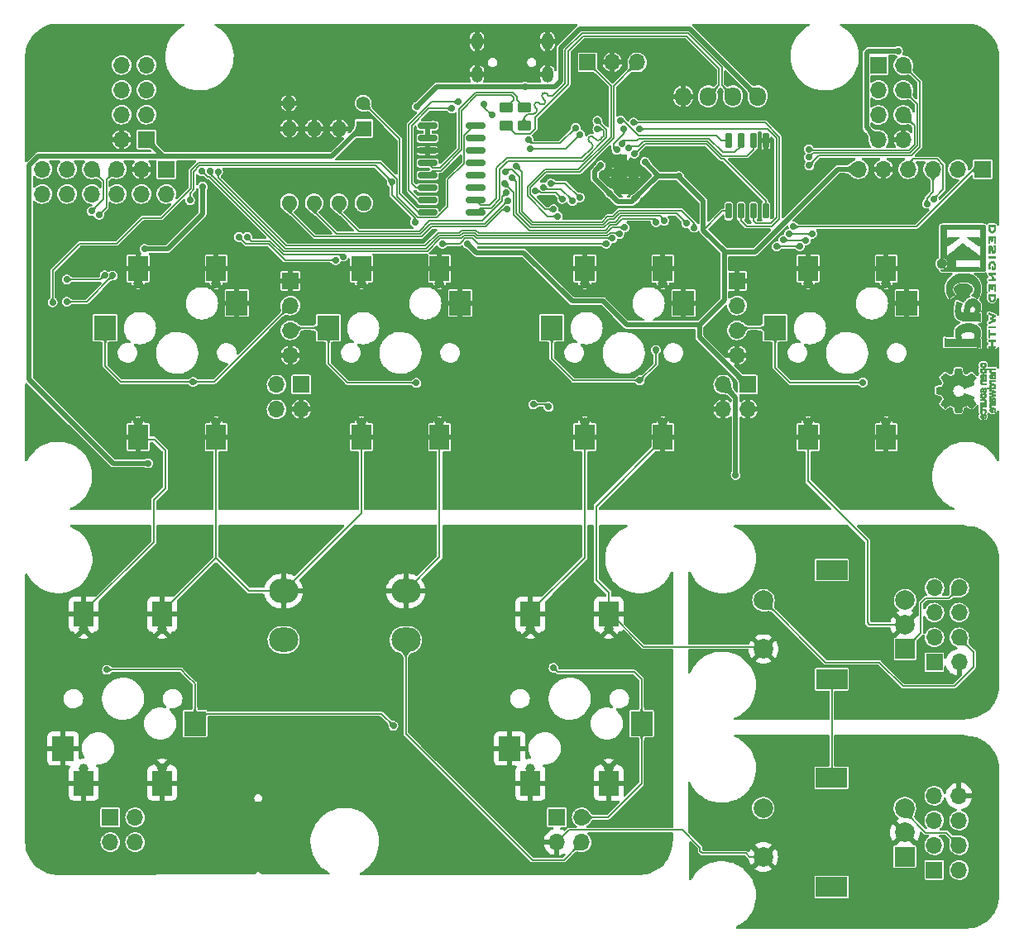
<source format=gbr>
%TF.GenerationSoftware,KiCad,Pcbnew,6.0.10+dfsg-2*%
%TF.CreationDate,2023-01-21T20:21:13+08:00*%
%TF.ProjectId,RKD,524b442e-6b69-4636-9164-5f7063625858,57*%
%TF.SameCoordinates,Original*%
%TF.FileFunction,Copper,L2,Bot*%
%TF.FilePolarity,Positive*%
%FSLAX46Y46*%
G04 Gerber Fmt 4.6, Leading zero omitted, Abs format (unit mm)*
G04 Created by KiCad (PCBNEW 6.0.10+dfsg-2) date 2023-01-21 20:21:13*
%MOMM*%
%LPD*%
G01*
G04 APERTURE LIST*
G04 Aperture macros list*
%AMRoundRect*
0 Rectangle with rounded corners*
0 $1 Rounding radius*
0 $2 $3 $4 $5 $6 $7 $8 $9 X,Y pos of 4 corners*
0 Add a 4 corners polygon primitive as box body*
4,1,4,$2,$3,$4,$5,$6,$7,$8,$9,$2,$3,0*
0 Add four circle primitives for the rounded corners*
1,1,$1+$1,$2,$3*
1,1,$1+$1,$4,$5*
1,1,$1+$1,$6,$7*
1,1,$1+$1,$8,$9*
0 Add four rect primitives between the rounded corners*
20,1,$1+$1,$2,$3,$4,$5,0*
20,1,$1+$1,$4,$5,$6,$7,0*
20,1,$1+$1,$6,$7,$8,$9,0*
20,1,$1+$1,$8,$9,$2,$3,0*%
G04 Aperture macros list end*
%TA.AperFunction,EtchedComponent*%
%ADD10C,0.010000*%
%TD*%
%TA.AperFunction,SMDPad,CuDef*%
%ADD11R,2.032000X2.550000*%
%TD*%
%TA.AperFunction,ComponentPad*%
%ADD12C,1.000000*%
%TD*%
%TA.AperFunction,SMDPad,CuDef*%
%ADD13R,2.200000X2.500000*%
%TD*%
%TA.AperFunction,ComponentPad*%
%ADD14R,1.700000X1.700000*%
%TD*%
%TA.AperFunction,ComponentPad*%
%ADD15O,1.700000X1.700000*%
%TD*%
%TA.AperFunction,ComponentPad*%
%ADD16O,1.700000X1.950000*%
%TD*%
%TA.AperFunction,ComponentPad*%
%ADD17C,1.400000*%
%TD*%
%TA.AperFunction,ComponentPad*%
%ADD18O,1.400000X1.400000*%
%TD*%
%TA.AperFunction,ComponentPad*%
%ADD19O,1.200000X1.800000*%
%TD*%
%TA.AperFunction,ComponentPad*%
%ADD20O,1.200000X1.700000*%
%TD*%
%TA.AperFunction,ComponentPad*%
%ADD21R,2.000000X2.000000*%
%TD*%
%TA.AperFunction,ComponentPad*%
%ADD22C,2.000000*%
%TD*%
%TA.AperFunction,ComponentPad*%
%ADD23R,3.200000X2.000000*%
%TD*%
%TA.AperFunction,ComponentPad*%
%ADD24O,3.000000X2.500000*%
%TD*%
%TA.AperFunction,ComponentPad*%
%ADD25C,0.600000*%
%TD*%
%TA.AperFunction,ComponentPad*%
%ADD26R,1.600000X1.600000*%
%TD*%
%TA.AperFunction,ComponentPad*%
%ADD27O,1.600000X1.600000*%
%TD*%
%TA.AperFunction,SMDPad,CuDef*%
%ADD28RoundRect,0.150000X-0.150000X0.650000X-0.150000X-0.650000X0.150000X-0.650000X0.150000X0.650000X0*%
%TD*%
%TA.AperFunction,SMDPad,CuDef*%
%ADD29RoundRect,0.150000X0.825000X0.150000X-0.825000X0.150000X-0.825000X-0.150000X0.825000X-0.150000X0*%
%TD*%
%TA.AperFunction,SMDPad,CuDef*%
%ADD30RoundRect,0.250000X-0.450000X0.262500X-0.450000X-0.262500X0.450000X-0.262500X0.450000X0.262500X0*%
%TD*%
%TA.AperFunction,ViaPad*%
%ADD31C,0.700000*%
%TD*%
%TA.AperFunction,Conductor*%
%ADD32C,0.150000*%
%TD*%
%TA.AperFunction,Conductor*%
%ADD33C,0.500000*%
%TD*%
G04 APERTURE END LIST*
%TO.C,REF\u002A\u002A*%
G36*
X98441785Y55555847D02*
G01*
X98452483Y55541179D01*
X98476789Y55499909D01*
X98497734Y55455253D01*
X98509754Y55419910D01*
X98518461Y55368160D01*
X98518576Y55304361D01*
X98508990Y55226126D01*
X98484692Y55155648D01*
X98446097Y55105762D01*
X98393107Y55076349D01*
X98325627Y55067291D01*
X98266263Y55073847D01*
X98217661Y55094896D01*
X98182855Y55132790D01*
X98159707Y55189930D01*
X98146079Y55268711D01*
X98145092Y55277760D01*
X98138801Y55326811D01*
X98132218Y55366601D01*
X98126617Y55389238D01*
X98122106Y55396792D01*
X98098850Y55409563D01*
X98069080Y55407489D01*
X98043236Y55390421D01*
X98037600Y55381459D01*
X98028569Y55344114D01*
X98029176Y55295876D01*
X98038787Y55245576D01*
X98056767Y55202041D01*
X98083756Y55156298D01*
X98042293Y55120816D01*
X98031759Y55112206D01*
X98003541Y55092809D01*
X97984417Y55084823D01*
X97972690Y55093209D01*
X97954385Y55119152D01*
X97934686Y55156614D01*
X97932279Y55161892D01*
X97913391Y55211292D01*
X97904361Y55258909D01*
X97902548Y55317998D01*
X97906116Y55371800D01*
X97924317Y55444421D01*
X97958053Y55497472D01*
X98007551Y55531255D01*
X98073035Y55546073D01*
X98135729Y55543073D01*
X98188608Y55521419D01*
X98227705Y55479893D01*
X98253782Y55417662D01*
X98267604Y55333895D01*
X98274849Y55279466D01*
X98290524Y55229786D01*
X98313223Y55204137D01*
X98342907Y55202588D01*
X98361416Y55212910D01*
X98383352Y55244877D01*
X98393727Y55290321D01*
X98392308Y55343575D01*
X98378861Y55398974D01*
X98353152Y55450854D01*
X98318922Y55502579D01*
X98364958Y55548074D01*
X98410993Y55593569D01*
X98441785Y55555847D01*
G37*
D10*
X98441785Y55555847D02*
X98452483Y55541179D01*
X98476789Y55499909D01*
X98497734Y55455253D01*
X98509754Y55419910D01*
X98518461Y55368160D01*
X98518576Y55304361D01*
X98508990Y55226126D01*
X98484692Y55155648D01*
X98446097Y55105762D01*
X98393107Y55076349D01*
X98325627Y55067291D01*
X98266263Y55073847D01*
X98217661Y55094896D01*
X98182855Y55132790D01*
X98159707Y55189930D01*
X98146079Y55268711D01*
X98145092Y55277760D01*
X98138801Y55326811D01*
X98132218Y55366601D01*
X98126617Y55389238D01*
X98122106Y55396792D01*
X98098850Y55409563D01*
X98069080Y55407489D01*
X98043236Y55390421D01*
X98037600Y55381459D01*
X98028569Y55344114D01*
X98029176Y55295876D01*
X98038787Y55245576D01*
X98056767Y55202041D01*
X98083756Y55156298D01*
X98042293Y55120816D01*
X98031759Y55112206D01*
X98003541Y55092809D01*
X97984417Y55084823D01*
X97972690Y55093209D01*
X97954385Y55119152D01*
X97934686Y55156614D01*
X97932279Y55161892D01*
X97913391Y55211292D01*
X97904361Y55258909D01*
X97902548Y55317998D01*
X97906116Y55371800D01*
X97924317Y55444421D01*
X97958053Y55497472D01*
X98007551Y55531255D01*
X98073035Y55546073D01*
X98135729Y55543073D01*
X98188608Y55521419D01*
X98227705Y55479893D01*
X98253782Y55417662D01*
X98267604Y55333895D01*
X98274849Y55279466D01*
X98290524Y55229786D01*
X98313223Y55204137D01*
X98342907Y55202588D01*
X98361416Y55212910D01*
X98383352Y55244877D01*
X98393727Y55290321D01*
X98392308Y55343575D01*
X98378861Y55398974D01*
X98353152Y55450854D01*
X98318922Y55502579D01*
X98364958Y55548074D01*
X98410993Y55593569D01*
X98441785Y55555847D01*
G36*
X98254278Y53406211D02*
G01*
X98323445Y53396827D01*
X98378058Y53378075D01*
X98416121Y53354921D01*
X98470044Y53303956D01*
X98504320Y53240232D01*
X98518181Y53185711D01*
X98519694Y53102693D01*
X98498791Y53023252D01*
X98456373Y52952805D01*
X98418789Y52907210D01*
X98376419Y52948277D01*
X98351318Y52974222D01*
X98337343Y52997690D01*
X98340420Y53019450D01*
X98359196Y53047282D01*
X98366547Y53058380D01*
X98381592Y53105263D01*
X98381582Y53159150D01*
X98366077Y53209601D01*
X98353625Y53228598D01*
X98316855Y53256463D01*
X98262848Y53270432D01*
X98189240Y53271331D01*
X98189198Y53271329D01*
X98123342Y53260935D01*
X98077681Y53238040D01*
X98049437Y53200365D01*
X98035829Y53145634D01*
X98033999Y53111167D01*
X98041493Y53081052D01*
X98063204Y53050166D01*
X98096835Y53010198D01*
X98056159Y52959582D01*
X98040576Y52941089D01*
X98018249Y52917991D01*
X98005092Y52908965D01*
X97999162Y52912162D01*
X97980957Y52930572D01*
X97957804Y52959899D01*
X97942739Y52982846D01*
X97911789Y53055700D01*
X97900982Y53131725D01*
X97909402Y53206335D01*
X97936133Y53274947D01*
X97980260Y53332974D01*
X98040867Y53375833D01*
X98047046Y53378727D01*
X98107318Y53397102D01*
X98179316Y53406283D01*
X98254278Y53406211D01*
G37*
X98254278Y53406211D02*
X98323445Y53396827D01*
X98378058Y53378075D01*
X98416121Y53354921D01*
X98470044Y53303956D01*
X98504320Y53240232D01*
X98518181Y53185711D01*
X98519694Y53102693D01*
X98498791Y53023252D01*
X98456373Y52952805D01*
X98418789Y52907210D01*
X98376419Y52948277D01*
X98351318Y52974222D01*
X98337343Y52997690D01*
X98340420Y53019450D01*
X98359196Y53047282D01*
X98366547Y53058380D01*
X98381592Y53105263D01*
X98381582Y53159150D01*
X98366077Y53209601D01*
X98353625Y53228598D01*
X98316855Y53256463D01*
X98262848Y53270432D01*
X98189240Y53271331D01*
X98189198Y53271329D01*
X98123342Y53260935D01*
X98077681Y53238040D01*
X98049437Y53200365D01*
X98035829Y53145634D01*
X98033999Y53111167D01*
X98041493Y53081052D01*
X98063204Y53050166D01*
X98096835Y53010198D01*
X98056159Y52959582D01*
X98040576Y52941089D01*
X98018249Y52917991D01*
X98005092Y52908965D01*
X97999162Y52912162D01*
X97980957Y52930572D01*
X97957804Y52959899D01*
X97942739Y52982846D01*
X97911789Y53055700D01*
X97900982Y53131725D01*
X97909402Y53206335D01*
X97936133Y53274947D01*
X97980260Y53332974D01*
X98040867Y53375833D01*
X98047046Y53378727D01*
X98107318Y53397102D01*
X98179316Y53406283D01*
X98254278Y53406211D01*
G36*
X98264030Y52890751D02*
G01*
X98265923Y52890541D01*
X98354234Y52872461D01*
X98422895Y52839796D01*
X98473415Y52791527D01*
X98507302Y52726639D01*
X98511177Y52714727D01*
X98522597Y52640897D01*
X98516229Y52564540D01*
X98493472Y52493552D01*
X98455728Y52435830D01*
X98415781Y52392593D01*
X98379441Y52438551D01*
X98343102Y52484509D01*
X98370010Y52539895D01*
X98391814Y52603982D01*
X98392467Y52660558D01*
X98372434Y52706846D01*
X98332224Y52740156D01*
X98308131Y52752097D01*
X98287539Y52758763D01*
X98273629Y52754906D01*
X98265090Y52737601D01*
X98260613Y52703923D01*
X98258887Y52650947D01*
X98258602Y52575748D01*
X98258602Y52393421D01*
X98171401Y52393421D01*
X98125280Y52395062D01*
X98079649Y52399881D01*
X98048802Y52406766D01*
X98037026Y52411785D01*
X97984576Y52448316D01*
X97940830Y52501101D01*
X97912188Y52562830D01*
X97904366Y52595028D01*
X97903432Y52615146D01*
X98026682Y52615146D01*
X98041513Y52583923D01*
X98075264Y52548544D01*
X98117142Y52526048D01*
X98121599Y52524731D01*
X98133119Y52523160D01*
X98140160Y52529325D01*
X98143825Y52547580D01*
X98145215Y52582278D01*
X98145434Y52637772D01*
X98145085Y52667529D01*
X98142776Y52714488D01*
X98138731Y52746342D01*
X98133451Y52758074D01*
X98113971Y52755072D01*
X98076695Y52733914D01*
X98046073Y52698657D01*
X98027577Y52656625D01*
X98026682Y52615146D01*
X97903432Y52615146D01*
X97900805Y52671746D01*
X97918918Y52740105D01*
X97956688Y52798225D01*
X98012100Y52844228D01*
X98083138Y52876236D01*
X98133451Y52885826D01*
X98167787Y52892370D01*
X98264030Y52890751D01*
G37*
X98264030Y52890751D02*
X98265923Y52890541D01*
X98354234Y52872461D01*
X98422895Y52839796D01*
X98473415Y52791527D01*
X98507302Y52726639D01*
X98511177Y52714727D01*
X98522597Y52640897D01*
X98516229Y52564540D01*
X98493472Y52493552D01*
X98455728Y52435830D01*
X98415781Y52392593D01*
X98379441Y52438551D01*
X98343102Y52484509D01*
X98370010Y52539895D01*
X98391814Y52603982D01*
X98392467Y52660558D01*
X98372434Y52706846D01*
X98332224Y52740156D01*
X98308131Y52752097D01*
X98287539Y52758763D01*
X98273629Y52754906D01*
X98265090Y52737601D01*
X98260613Y52703923D01*
X98258887Y52650947D01*
X98258602Y52575748D01*
X98258602Y52393421D01*
X98171401Y52393421D01*
X98125280Y52395062D01*
X98079649Y52399881D01*
X98048802Y52406766D01*
X98037026Y52411785D01*
X97984576Y52448316D01*
X97940830Y52501101D01*
X97912188Y52562830D01*
X97904366Y52595028D01*
X97903432Y52615146D01*
X98026682Y52615146D01*
X98041513Y52583923D01*
X98075264Y52548544D01*
X98117142Y52526048D01*
X98121599Y52524731D01*
X98133119Y52523160D01*
X98140160Y52529325D01*
X98143825Y52547580D01*
X98145215Y52582278D01*
X98145434Y52637772D01*
X98145085Y52667529D01*
X98142776Y52714488D01*
X98138731Y52746342D01*
X98133451Y52758074D01*
X98113971Y52755072D01*
X98076695Y52733914D01*
X98046073Y52698657D01*
X98027577Y52656625D01*
X98026682Y52615146D01*
X97903432Y52615146D01*
X97900805Y52671746D01*
X97918918Y52740105D01*
X97956688Y52798225D01*
X98012100Y52844228D01*
X98083138Y52876236D01*
X98133451Y52885826D01*
X98167787Y52892370D01*
X98264030Y52890751D01*
G36*
X99299791Y56980083D02*
G01*
X99364388Y56964761D01*
X99412972Y56930679D01*
X99447981Y56876144D01*
X99456498Y56847962D01*
X99463137Y56799690D01*
X99464722Y56746904D01*
X99461069Y56699279D01*
X99451992Y56666492D01*
X99444722Y56646578D01*
X99451992Y56627081D01*
X99456204Y56619949D01*
X99463035Y56591483D01*
X99465731Y56552985D01*
X99465731Y56492629D01*
X99222393Y56492629D01*
X99201349Y56492633D01*
X99122031Y56492863D01*
X99063063Y56493723D01*
X99020525Y56495605D01*
X98990501Y56498900D01*
X98969072Y56503999D01*
X98952320Y56511292D01*
X98936328Y56521172D01*
X98898857Y56552949D01*
X98870248Y56597981D01*
X98854464Y56657136D01*
X98849612Y56735087D01*
X98849617Y56737621D01*
X98852064Y56791806D01*
X98858165Y56840306D01*
X98866718Y56873404D01*
X98871005Y56882478D01*
X98889157Y56911359D01*
X98910731Y56937494D01*
X98930145Y56954690D01*
X98941818Y56956751D01*
X98944972Y56952729D01*
X98978648Y56908902D01*
X98998509Y56879597D01*
X99006522Y56860220D01*
X99004655Y56846179D01*
X98994874Y56832883D01*
X98982665Y56808344D01*
X98974524Y56766990D01*
X98972412Y56720252D01*
X98976709Y56677960D01*
X98987796Y56649943D01*
X98989145Y56648469D01*
X99014490Y56635879D01*
X99052320Y56630946D01*
X99101078Y56630946D01*
X99201672Y56630946D01*
X99250020Y56630946D01*
X99286813Y56635594D01*
X99319178Y56653941D01*
X99326183Y56664440D01*
X99337100Y56701914D01*
X99339826Y56748699D01*
X99334288Y56794578D01*
X99320414Y56829336D01*
X99302070Y56846652D01*
X99269475Y56857282D01*
X99243638Y56847855D01*
X99221172Y56816690D01*
X99206759Y56766593D01*
X99201672Y56700508D01*
X99201672Y56630946D01*
X99101078Y56630946D01*
X99101125Y56747257D01*
X99101970Y56800686D01*
X99105649Y56845661D01*
X99113218Y56877833D01*
X99125717Y56903825D01*
X99129556Y56909874D01*
X99171754Y56953636D01*
X99227556Y56976913D01*
X99269475Y56978881D01*
X99298132Y56980225D01*
X99299791Y56980083D01*
G37*
X99299791Y56980083D02*
X99364388Y56964761D01*
X99412972Y56930679D01*
X99447981Y56876144D01*
X99456498Y56847962D01*
X99463137Y56799690D01*
X99464722Y56746904D01*
X99461069Y56699279D01*
X99451992Y56666492D01*
X99444722Y56646578D01*
X99451992Y56627081D01*
X99456204Y56619949D01*
X99463035Y56591483D01*
X99465731Y56552985D01*
X99465731Y56492629D01*
X99222393Y56492629D01*
X99201349Y56492633D01*
X99122031Y56492863D01*
X99063063Y56493723D01*
X99020525Y56495605D01*
X98990501Y56498900D01*
X98969072Y56503999D01*
X98952320Y56511292D01*
X98936328Y56521172D01*
X98898857Y56552949D01*
X98870248Y56597981D01*
X98854464Y56657136D01*
X98849612Y56735087D01*
X98849617Y56737621D01*
X98852064Y56791806D01*
X98858165Y56840306D01*
X98866718Y56873404D01*
X98871005Y56882478D01*
X98889157Y56911359D01*
X98910731Y56937494D01*
X98930145Y56954690D01*
X98941818Y56956751D01*
X98944972Y56952729D01*
X98978648Y56908902D01*
X98998509Y56879597D01*
X99006522Y56860220D01*
X99004655Y56846179D01*
X98994874Y56832883D01*
X98982665Y56808344D01*
X98974524Y56766990D01*
X98972412Y56720252D01*
X98976709Y56677960D01*
X98987796Y56649943D01*
X98989145Y56648469D01*
X99014490Y56635879D01*
X99052320Y56630946D01*
X99101078Y56630946D01*
X99201672Y56630946D01*
X99250020Y56630946D01*
X99286813Y56635594D01*
X99319178Y56653941D01*
X99326183Y56664440D01*
X99337100Y56701914D01*
X99339826Y56748699D01*
X99334288Y56794578D01*
X99320414Y56829336D01*
X99302070Y56846652D01*
X99269475Y56857282D01*
X99243638Y56847855D01*
X99221172Y56816690D01*
X99206759Y56766593D01*
X99201672Y56700508D01*
X99201672Y56630946D01*
X99101078Y56630946D01*
X99101125Y56747257D01*
X99101970Y56800686D01*
X99105649Y56845661D01*
X99113218Y56877833D01*
X99125717Y56903825D01*
X99129556Y56909874D01*
X99171754Y56953636D01*
X99227556Y56976913D01*
X99269475Y56978881D01*
X99298132Y56980225D01*
X99299791Y56980083D01*
G36*
X99204601Y53535644D02*
G01*
X99294368Y53520753D01*
X99364954Y53490111D01*
X99416861Y53443450D01*
X99450595Y53380500D01*
X99456556Y53360161D01*
X99464880Y53287538D01*
X99457855Y53210854D01*
X99436174Y53141589D01*
X99423868Y53117188D01*
X99402788Y53082201D01*
X99385443Y53060998D01*
X99381480Y53057868D01*
X99366986Y53052011D01*
X99351230Y53060450D01*
X99327369Y53086147D01*
X99316981Y53098548D01*
X99297972Y53122978D01*
X99290202Y53135787D01*
X99291003Y53139456D01*
X99299654Y53160487D01*
X99314840Y53191886D01*
X99319835Y53202123D01*
X99338384Y53262516D01*
X99333603Y53314983D01*
X99305409Y53360991D01*
X99300200Y53366345D01*
X99267568Y53391939D01*
X99236251Y53406563D01*
X99201672Y53414662D01*
X99201672Y53034708D01*
X99135657Y53034778D01*
X99129091Y53034818D01*
X99047874Y53042684D01*
X98981804Y53065581D01*
X98924849Y53105533D01*
X98900757Y53129905D01*
X98868506Y53180241D01*
X98852879Y53240345D01*
X98852271Y53282366D01*
X98972681Y53282366D01*
X98983181Y53246649D01*
X99008849Y53210946D01*
X99042290Y53183805D01*
X99076127Y53173025D01*
X99087112Y53174596D01*
X99094682Y53182664D01*
X99098884Y53201893D01*
X99100692Y53236945D01*
X99101078Y53292480D01*
X99100677Y53323355D01*
X99098338Y53368928D01*
X99094374Y53400274D01*
X99089322Y53411936D01*
X99047736Y53401990D01*
X99008922Y53372873D01*
X98981995Y53330878D01*
X98972681Y53282366D01*
X98852271Y53282366D01*
X98851780Y53316264D01*
X98856088Y53352936D01*
X98878458Y53420629D01*
X98919172Y53472456D01*
X98978858Y53508871D01*
X99058145Y53530327D01*
X99089322Y53532505D01*
X99157662Y53537279D01*
X99204601Y53535644D01*
G37*
X99204601Y53535644D02*
X99294368Y53520753D01*
X99364954Y53490111D01*
X99416861Y53443450D01*
X99450595Y53380500D01*
X99456556Y53360161D01*
X99464880Y53287538D01*
X99457855Y53210854D01*
X99436174Y53141589D01*
X99423868Y53117188D01*
X99402788Y53082201D01*
X99385443Y53060998D01*
X99381480Y53057868D01*
X99366986Y53052011D01*
X99351230Y53060450D01*
X99327369Y53086147D01*
X99316981Y53098548D01*
X99297972Y53122978D01*
X99290202Y53135787D01*
X99291003Y53139456D01*
X99299654Y53160487D01*
X99314840Y53191886D01*
X99319835Y53202123D01*
X99338384Y53262516D01*
X99333603Y53314983D01*
X99305409Y53360991D01*
X99300200Y53366345D01*
X99267568Y53391939D01*
X99236251Y53406563D01*
X99201672Y53414662D01*
X99201672Y53034708D01*
X99135657Y53034778D01*
X99129091Y53034818D01*
X99047874Y53042684D01*
X98981804Y53065581D01*
X98924849Y53105533D01*
X98900757Y53129905D01*
X98868506Y53180241D01*
X98852879Y53240345D01*
X98852271Y53282366D01*
X98972681Y53282366D01*
X98983181Y53246649D01*
X99008849Y53210946D01*
X99042290Y53183805D01*
X99076127Y53173025D01*
X99087112Y53174596D01*
X99094682Y53182664D01*
X99098884Y53201893D01*
X99100692Y53236945D01*
X99101078Y53292480D01*
X99100677Y53323355D01*
X99098338Y53368928D01*
X99094374Y53400274D01*
X99089322Y53411936D01*
X99047736Y53401990D01*
X99008922Y53372873D01*
X98981995Y53330878D01*
X98972681Y53282366D01*
X98852271Y53282366D01*
X98851780Y53316264D01*
X98856088Y53352936D01*
X98878458Y53420629D01*
X98919172Y53472456D01*
X98978858Y53508871D01*
X99058145Y53530327D01*
X99089322Y53532505D01*
X99157662Y53537279D01*
X99204601Y53535644D01*
G36*
X98282219Y58136299D02*
G01*
X98330241Y58132614D01*
X98364277Y58126336D01*
X98391247Y58115970D01*
X98418067Y58100018D01*
X98419084Y58099338D01*
X98462538Y58060058D01*
X98495681Y58011998D01*
X98515348Y57956111D01*
X98521733Y57882592D01*
X98509177Y57810535D01*
X98478920Y57746127D01*
X98432203Y57695553D01*
X98410130Y57681034D01*
X98341511Y57653919D01*
X98256848Y57640472D01*
X98160260Y57641509D01*
X98146560Y57642833D01*
X98058817Y57661300D01*
X97990702Y57695466D01*
X97942140Y57745405D01*
X97913057Y57811187D01*
X97903380Y57892887D01*
X97903889Y57910175D01*
X98035756Y57910175D01*
X98037032Y57861703D01*
X98062612Y57816771D01*
X98072351Y57806029D01*
X98089389Y57792474D01*
X98111681Y57784431D01*
X98145856Y57779969D01*
X98198547Y57777154D01*
X98235432Y57775846D01*
X98275483Y57776100D01*
X98302222Y57780347D01*
X98322768Y57790022D01*
X98344240Y57806564D01*
X98365548Y57829519D01*
X98384562Y57875431D01*
X98381031Y57924728D01*
X98354603Y57971843D01*
X98341981Y57985133D01*
X98320374Y57999323D01*
X98290003Y58007192D01*
X98242679Y58011652D01*
X98207128Y58012881D01*
X98134529Y58006150D01*
X98082551Y57985493D01*
X98050908Y57950820D01*
X98035756Y57910175D01*
X97903889Y57910175D01*
X97904288Y57923754D01*
X97915402Y57987054D01*
X97941930Y58038815D01*
X97987345Y58087073D01*
X97996460Y58094791D01*
X98027157Y58115607D01*
X98061916Y58129288D01*
X98105965Y58136874D01*
X98164530Y58139405D01*
X98207128Y58138598D01*
X98242840Y58137923D01*
X98282219Y58136299D01*
G37*
X98282219Y58136299D02*
X98330241Y58132614D01*
X98364277Y58126336D01*
X98391247Y58115970D01*
X98418067Y58100018D01*
X98419084Y58099338D01*
X98462538Y58060058D01*
X98495681Y58011998D01*
X98515348Y57956111D01*
X98521733Y57882592D01*
X98509177Y57810535D01*
X98478920Y57746127D01*
X98432203Y57695553D01*
X98410130Y57681034D01*
X98341511Y57653919D01*
X98256848Y57640472D01*
X98160260Y57641509D01*
X98146560Y57642833D01*
X98058817Y57661300D01*
X97990702Y57695466D01*
X97942140Y57745405D01*
X97913057Y57811187D01*
X97903380Y57892887D01*
X97903889Y57910175D01*
X98035756Y57910175D01*
X98037032Y57861703D01*
X98062612Y57816771D01*
X98072351Y57806029D01*
X98089389Y57792474D01*
X98111681Y57784431D01*
X98145856Y57779969D01*
X98198547Y57777154D01*
X98235432Y57775846D01*
X98275483Y57776100D01*
X98302222Y57780347D01*
X98322768Y57790022D01*
X98344240Y57806564D01*
X98365548Y57829519D01*
X98384562Y57875431D01*
X98381031Y57924728D01*
X98354603Y57971843D01*
X98341981Y57985133D01*
X98320374Y57999323D01*
X98290003Y58007192D01*
X98242679Y58011652D01*
X98207128Y58012881D01*
X98134529Y58006150D01*
X98082551Y57985493D01*
X98050908Y57950820D01*
X98035756Y57910175D01*
X97903889Y57910175D01*
X97904288Y57923754D01*
X97915402Y57987054D01*
X97941930Y58038815D01*
X97987345Y58087073D01*
X97996460Y58094791D01*
X98027157Y58115607D01*
X98061916Y58129288D01*
X98105965Y58136874D01*
X98164530Y58139405D01*
X98207128Y58138598D01*
X98242840Y58137923D01*
X98282219Y58136299D01*
G36*
X98205470Y54405086D02*
G01*
X98286916Y54403410D01*
X98349030Y54399203D01*
X98395367Y54391447D01*
X98429482Y54379122D01*
X98454931Y54361211D01*
X98475271Y54336693D01*
X98494056Y54304549D01*
X98517837Y54237051D01*
X98519389Y54166607D01*
X98497489Y54100190D01*
X98483292Y54071212D01*
X98481170Y54056835D01*
X98491202Y54053223D01*
X98502465Y54047225D01*
X98508398Y54025756D01*
X98510088Y53984064D01*
X98510088Y53914906D01*
X97906523Y53914906D01*
X97906523Y54053223D01*
X98102251Y54053223D01*
X98190303Y54054283D01*
X98261419Y54058435D01*
X98313108Y54066847D01*
X98348269Y54080683D01*
X98369798Y54101108D01*
X98380591Y54129290D01*
X98383545Y54166391D01*
X98380909Y54201816D01*
X98370588Y54230426D01*
X98349681Y54251222D01*
X98315290Y54265368D01*
X98264519Y54274029D01*
X98194472Y54278371D01*
X98102251Y54279559D01*
X97906523Y54279559D01*
X97906523Y54405302D01*
X98142487Y54405302D01*
X98205470Y54405086D01*
G37*
X98205470Y54405086D02*
X98286916Y54403410D01*
X98349030Y54399203D01*
X98395367Y54391447D01*
X98429482Y54379122D01*
X98454931Y54361211D01*
X98475271Y54336693D01*
X98494056Y54304549D01*
X98517837Y54237051D01*
X98519389Y54166607D01*
X98497489Y54100190D01*
X98483292Y54071212D01*
X98481170Y54056835D01*
X98491202Y54053223D01*
X98502465Y54047225D01*
X98508398Y54025756D01*
X98510088Y53984064D01*
X98510088Y53914906D01*
X97906523Y53914906D01*
X97906523Y54053223D01*
X98102251Y54053223D01*
X98190303Y54054283D01*
X98261419Y54058435D01*
X98313108Y54066847D01*
X98348269Y54080683D01*
X98369798Y54101108D01*
X98380591Y54129290D01*
X98383545Y54166391D01*
X98380909Y54201816D01*
X98370588Y54230426D01*
X98349681Y54251222D01*
X98315290Y54265368D01*
X98264519Y54274029D01*
X98194472Y54278371D01*
X98102251Y54279559D01*
X97906523Y54279559D01*
X97906523Y54405302D01*
X98142487Y54405302D01*
X98205470Y54405086D01*
G36*
X99258480Y55962093D02*
G01*
X99295927Y55958888D01*
X99299359Y55958339D01*
X99360744Y55936764D01*
X99412786Y55897364D01*
X99448044Y55845678D01*
X99462638Y55790174D01*
X99461506Y55721903D01*
X99441938Y55659099D01*
X99433680Y55642741D01*
X99424832Y55621705D01*
X99427585Y55613700D01*
X99441938Y55612431D01*
X99449095Y55611848D01*
X99459681Y55604320D01*
X99464554Y55583414D01*
X99465731Y55543272D01*
X99465731Y55474114D01*
X98610682Y55474114D01*
X98610682Y55612431D01*
X98903787Y55612431D01*
X98880602Y55638050D01*
X98866191Y55662718D01*
X98854145Y55709406D01*
X98852236Y55736241D01*
X98980215Y55736241D01*
X98983092Y55692505D01*
X99000909Y55653417D01*
X99033361Y55626636D01*
X99036090Y55625529D01*
X99066543Y55618889D01*
X99112048Y55614204D01*
X99163839Y55612431D01*
X99216139Y55613422D01*
X99250959Y55617445D01*
X99274814Y55626034D01*
X99294804Y55640723D01*
X99324527Y55679510D01*
X99334491Y55724900D01*
X99322169Y55768915D01*
X99287797Y55805986D01*
X99262644Y55815785D01*
X99218103Y55823023D01*
X99164064Y55826205D01*
X99108637Y55825203D01*
X99059931Y55819887D01*
X99026057Y55810130D01*
X99020502Y55807013D01*
X98992583Y55776964D01*
X98980215Y55736241D01*
X98852236Y55736241D01*
X98850263Y55763982D01*
X98855029Y55817280D01*
X98868923Y55860133D01*
X98888688Y55890804D01*
X98922358Y55922397D01*
X98967639Y55943659D01*
X99028890Y55956440D01*
X99110472Y55962590D01*
X99143449Y55963494D01*
X99164064Y55963559D01*
X99204722Y55963687D01*
X99258480Y55962093D01*
G37*
X99258480Y55962093D02*
X99295927Y55958888D01*
X99299359Y55958339D01*
X99360744Y55936764D01*
X99412786Y55897364D01*
X99448044Y55845678D01*
X99462638Y55790174D01*
X99461506Y55721903D01*
X99441938Y55659099D01*
X99433680Y55642741D01*
X99424832Y55621705D01*
X99427585Y55613700D01*
X99441938Y55612431D01*
X99449095Y55611848D01*
X99459681Y55604320D01*
X99464554Y55583414D01*
X99465731Y55543272D01*
X99465731Y55474114D01*
X98610682Y55474114D01*
X98610682Y55612431D01*
X98903787Y55612431D01*
X98880602Y55638050D01*
X98866191Y55662718D01*
X98854145Y55709406D01*
X98852236Y55736241D01*
X98980215Y55736241D01*
X98983092Y55692505D01*
X99000909Y55653417D01*
X99033361Y55626636D01*
X99036090Y55625529D01*
X99066543Y55618889D01*
X99112048Y55614204D01*
X99163839Y55612431D01*
X99216139Y55613422D01*
X99250959Y55617445D01*
X99274814Y55626034D01*
X99294804Y55640723D01*
X99324527Y55679510D01*
X99334491Y55724900D01*
X99322169Y55768915D01*
X99287797Y55805986D01*
X99262644Y55815785D01*
X99218103Y55823023D01*
X99164064Y55826205D01*
X99108637Y55825203D01*
X99059931Y55819887D01*
X99026057Y55810130D01*
X99020502Y55807013D01*
X98992583Y55776964D01*
X98980215Y55736241D01*
X98852236Y55736241D01*
X98850263Y55763982D01*
X98855029Y55817280D01*
X98868923Y55860133D01*
X98888688Y55890804D01*
X98922358Y55922397D01*
X98967639Y55943659D01*
X99028890Y55956440D01*
X99110472Y55962590D01*
X99143449Y55963494D01*
X99164064Y55963559D01*
X99204722Y55963687D01*
X99258480Y55962093D01*
G36*
X99465731Y56241144D02*
G01*
X99271649Y56241144D01*
X99226503Y56241004D01*
X99151732Y56239575D01*
X99096376Y56235955D01*
X99056611Y56229360D01*
X99028609Y56219005D01*
X99008544Y56204104D01*
X98992590Y56183872D01*
X98980701Y56161785D01*
X98977330Y56135631D01*
X98984826Y56098434D01*
X98987947Y56086481D01*
X98992644Y56056644D01*
X98985914Y56035309D01*
X98965086Y56010581D01*
X98960556Y56005889D01*
X98932535Y55979946D01*
X98909752Y55963217D01*
X98904264Y55960922D01*
X98883997Y55965469D01*
X98867793Y55988528D01*
X98856422Y56024921D01*
X98850649Y56069470D01*
X98851243Y56116998D01*
X98858972Y56162326D01*
X98874603Y56200277D01*
X98881902Y56212307D01*
X98892585Y56232558D01*
X98890139Y56240055D01*
X98874556Y56241144D01*
X98868962Y56241399D01*
X98856569Y56247465D01*
X98850929Y56266282D01*
X98849592Y56304015D01*
X98849592Y56366886D01*
X99465731Y56366886D01*
X99465731Y56241144D01*
G37*
X99465731Y56241144D02*
X99271649Y56241144D01*
X99226503Y56241004D01*
X99151732Y56239575D01*
X99096376Y56235955D01*
X99056611Y56229360D01*
X99028609Y56219005D01*
X99008544Y56204104D01*
X98992590Y56183872D01*
X98980701Y56161785D01*
X98977330Y56135631D01*
X98984826Y56098434D01*
X98987947Y56086481D01*
X98992644Y56056644D01*
X98985914Y56035309D01*
X98965086Y56010581D01*
X98960556Y56005889D01*
X98932535Y55979946D01*
X98909752Y55963217D01*
X98904264Y55960922D01*
X98883997Y55965469D01*
X98867793Y55988528D01*
X98856422Y56024921D01*
X98850649Y56069470D01*
X98851243Y56116998D01*
X98858972Y56162326D01*
X98874603Y56200277D01*
X98881902Y56212307D01*
X98892585Y56232558D01*
X98890139Y56240055D01*
X98874556Y56241144D01*
X98868962Y56241399D01*
X98856569Y56247465D01*
X98850929Y56266282D01*
X98849592Y56304015D01*
X98849592Y56366886D01*
X99465731Y56366886D01*
X99465731Y56241144D01*
G36*
X99463245Y57482852D02*
G01*
X99459444Y57416837D01*
X99258256Y57413698D01*
X99209334Y57412770D01*
X99135835Y57410134D01*
X99081900Y57405609D01*
X99043904Y57398364D01*
X99018222Y57387568D01*
X99001229Y57372388D01*
X98989298Y57351992D01*
X98977114Y57313723D01*
X98981849Y57275664D01*
X99007888Y57235475D01*
X99040442Y57196787D01*
X99465731Y57196787D01*
X99465731Y57058470D01*
X99235085Y57058470D01*
X99162791Y57058603D01*
X99098550Y57059339D01*
X99051527Y57061107D01*
X99017457Y57064337D01*
X98992079Y57069456D01*
X98971130Y57076893D01*
X98950345Y57087076D01*
X98945933Y57089490D01*
X98902956Y57121601D01*
X98872922Y57159182D01*
X98857152Y57204490D01*
X98850131Y57264487D01*
X98853934Y57324569D01*
X98868777Y57373451D01*
X98887961Y57410550D01*
X98472768Y57410550D01*
X98499263Y57359718D01*
X98508889Y57338484D01*
X98522501Y57271462D01*
X98513093Y57204856D01*
X98481814Y57143113D01*
X98429811Y57090683D01*
X98417589Y57082469D01*
X98399672Y57074575D01*
X98375313Y57069426D01*
X98339836Y57066453D01*
X98288565Y57065087D01*
X98216826Y57064757D01*
X98184093Y57064870D01*
X98107953Y57066798D01*
X98051075Y57072166D01*
X98009158Y57082332D01*
X97977905Y57098651D01*
X97953015Y57122479D01*
X97930191Y57155173D01*
X97917093Y57181685D01*
X97902648Y57244541D01*
X97904616Y57310795D01*
X97909059Y57324766D01*
X98033241Y57324766D01*
X98036446Y57274896D01*
X98056289Y57232759D01*
X98065389Y57222675D01*
X98081132Y57211989D01*
X98104567Y57205382D01*
X98141513Y57201458D01*
X98197789Y57198823D01*
X98235145Y57197675D01*
X98279758Y57197787D01*
X98309510Y57201198D01*
X98330744Y57208863D01*
X98349805Y57221740D01*
X98367526Y57238097D01*
X98380937Y57264255D01*
X98384345Y57303668D01*
X98381380Y57338485D01*
X98366540Y57372946D01*
X98336478Y57395141D01*
X98288163Y57407023D01*
X98218559Y57410550D01*
X98181533Y57409638D01*
X98111637Y57400535D01*
X98064373Y57381754D01*
X98040077Y57353402D01*
X98033241Y57324766D01*
X97909059Y57324766D01*
X97923342Y57369683D01*
X97935582Y57394956D01*
X97936847Y57407668D01*
X97925707Y57410550D01*
X97925370Y57410552D01*
X97913996Y57416764D01*
X97908165Y57438186D01*
X97906523Y57479708D01*
X97906523Y57548866D01*
X99467045Y57548866D01*
X99463245Y57482852D01*
G37*
X99463245Y57482852D02*
X99459444Y57416837D01*
X99258256Y57413698D01*
X99209334Y57412770D01*
X99135835Y57410134D01*
X99081900Y57405609D01*
X99043904Y57398364D01*
X99018222Y57387568D01*
X99001229Y57372388D01*
X98989298Y57351992D01*
X98977114Y57313723D01*
X98981849Y57275664D01*
X99007888Y57235475D01*
X99040442Y57196787D01*
X99465731Y57196787D01*
X99465731Y57058470D01*
X99235085Y57058470D01*
X99162791Y57058603D01*
X99098550Y57059339D01*
X99051527Y57061107D01*
X99017457Y57064337D01*
X98992079Y57069456D01*
X98971130Y57076893D01*
X98950345Y57087076D01*
X98945933Y57089490D01*
X98902956Y57121601D01*
X98872922Y57159182D01*
X98857152Y57204490D01*
X98850131Y57264487D01*
X98853934Y57324569D01*
X98868777Y57373451D01*
X98887961Y57410550D01*
X98472768Y57410550D01*
X98499263Y57359718D01*
X98508889Y57338484D01*
X98522501Y57271462D01*
X98513093Y57204856D01*
X98481814Y57143113D01*
X98429811Y57090683D01*
X98417589Y57082469D01*
X98399672Y57074575D01*
X98375313Y57069426D01*
X98339836Y57066453D01*
X98288565Y57065087D01*
X98216826Y57064757D01*
X98184093Y57064870D01*
X98107953Y57066798D01*
X98051075Y57072166D01*
X98009158Y57082332D01*
X97977905Y57098651D01*
X97953015Y57122479D01*
X97930191Y57155173D01*
X97917093Y57181685D01*
X97902648Y57244541D01*
X97904616Y57310795D01*
X97909059Y57324766D01*
X98033241Y57324766D01*
X98036446Y57274896D01*
X98056289Y57232759D01*
X98065389Y57222675D01*
X98081132Y57211989D01*
X98104567Y57205382D01*
X98141513Y57201458D01*
X98197789Y57198823D01*
X98235145Y57197675D01*
X98279758Y57197787D01*
X98309510Y57201198D01*
X98330744Y57208863D01*
X98349805Y57221740D01*
X98367526Y57238097D01*
X98380937Y57264255D01*
X98384345Y57303668D01*
X98381380Y57338485D01*
X98366540Y57372946D01*
X98336478Y57395141D01*
X98288163Y57407023D01*
X98218559Y57410550D01*
X98181533Y57409638D01*
X98111637Y57400535D01*
X98064373Y57381754D01*
X98040077Y57353402D01*
X98033241Y57324766D01*
X97909059Y57324766D01*
X97923342Y57369683D01*
X97935582Y57394956D01*
X97936847Y57407668D01*
X97925707Y57410550D01*
X97925370Y57410552D01*
X97913996Y57416764D01*
X97908165Y57438186D01*
X97906523Y57479708D01*
X97906523Y57548866D01*
X99467045Y57548866D01*
X99463245Y57482852D01*
G36*
X98510088Y56253718D02*
G01*
X98302041Y56253718D01*
X98231788Y56253623D01*
X98174079Y56252977D01*
X98133696Y56251246D01*
X98106524Y56247900D01*
X98088449Y56242407D01*
X98075356Y56234236D01*
X98063130Y56222854D01*
X98050126Y56207350D01*
X98032654Y56162769D01*
X98037782Y56115973D01*
X98065416Y56073106D01*
X98078277Y56060853D01*
X98091293Y56052058D01*
X98108615Y56046159D01*
X98134410Y56042577D01*
X98172848Y56040735D01*
X98228098Y56040054D01*
X98304327Y56039956D01*
X98510088Y56039956D01*
X98510088Y55901639D01*
X98286894Y55901915D01*
X98276953Y55901934D01*
X98182015Y55903133D01*
X98108267Y55906817D01*
X98052123Y55913932D01*
X98009996Y55925426D01*
X97978300Y55942244D01*
X97953450Y55965335D01*
X97931859Y55995643D01*
X97916911Y56026938D01*
X97903330Y56089963D01*
X97905333Y56155531D01*
X97923343Y56212852D01*
X97935583Y56238125D01*
X97936847Y56250836D01*
X97925707Y56253718D01*
X97925370Y56253721D01*
X97913996Y56259932D01*
X97908165Y56281354D01*
X97906523Y56322876D01*
X97906523Y56392035D01*
X98510088Y56392035D01*
X98510088Y56253718D01*
G37*
X98510088Y56253718D02*
X98302041Y56253718D01*
X98231788Y56253623D01*
X98174079Y56252977D01*
X98133696Y56251246D01*
X98106524Y56247900D01*
X98088449Y56242407D01*
X98075356Y56234236D01*
X98063130Y56222854D01*
X98050126Y56207350D01*
X98032654Y56162769D01*
X98037782Y56115973D01*
X98065416Y56073106D01*
X98078277Y56060853D01*
X98091293Y56052058D01*
X98108615Y56046159D01*
X98134410Y56042577D01*
X98172848Y56040735D01*
X98228098Y56040054D01*
X98304327Y56039956D01*
X98510088Y56039956D01*
X98510088Y55901639D01*
X98286894Y55901915D01*
X98276953Y55901934D01*
X98182015Y55903133D01*
X98108267Y55906817D01*
X98052123Y55913932D01*
X98009996Y55925426D01*
X97978300Y55942244D01*
X97953450Y55965335D01*
X97931859Y55995643D01*
X97916911Y56026938D01*
X97903330Y56089963D01*
X97905333Y56155531D01*
X97923343Y56212852D01*
X97935583Y56238125D01*
X97936847Y56250836D01*
X97925707Y56253718D01*
X97925370Y56253721D01*
X97913996Y56259932D01*
X97908165Y56281354D01*
X97906523Y56322876D01*
X97906523Y56392035D01*
X98510088Y56392035D01*
X98510088Y56253718D01*
G36*
X95720362Y57512103D02*
G01*
X95793853Y57510745D01*
X95859703Y57508354D01*
X95913554Y57504932D01*
X95951047Y57500482D01*
X95967825Y57495008D01*
X95969718Y57491686D01*
X95977835Y57466913D01*
X95988575Y57423937D01*
X96000762Y57367728D01*
X96013219Y57303251D01*
X96017186Y57281496D01*
X96035638Y57181019D01*
X96050468Y57102052D01*
X96062289Y57041860D01*
X96071718Y56997704D01*
X96079369Y56966846D01*
X96085857Y56946551D01*
X96091797Y56934080D01*
X96097803Y56926697D01*
X96098811Y56925839D01*
X96119828Y56913764D01*
X96158285Y56895897D01*
X96209670Y56873968D01*
X96269472Y56849710D01*
X96333179Y56824853D01*
X96396280Y56801131D01*
X96454264Y56780273D01*
X96502618Y56764013D01*
X96536831Y56754082D01*
X96552392Y56752211D01*
X96554411Y56753462D01*
X96573937Y56766412D01*
X96609951Y56790766D01*
X96659137Y56824266D01*
X96718176Y56864653D01*
X96783751Y56909671D01*
X96801793Y56922026D01*
X96866508Y56965471D01*
X96924385Y57003017D01*
X96971991Y57032520D01*
X97005894Y57051840D01*
X97022661Y57058831D01*
X97027070Y57057324D01*
X97048791Y57041621D01*
X97084263Y57010640D01*
X97131097Y56966599D01*
X97186905Y56911716D01*
X97249301Y56848212D01*
X97284226Y56811914D01*
X97338620Y56754521D01*
X97385211Y56704287D01*
X97421545Y56663910D01*
X97445170Y56636087D01*
X97453633Y56623516D01*
X97450496Y56614878D01*
X97435656Y56588286D01*
X97411386Y56549667D01*
X97380761Y56504060D01*
X97358412Y56471633D01*
X97314031Y56406896D01*
X97266896Y56337812D01*
X97224064Y56274713D01*
X97140456Y56151104D01*
X97196559Y56047343D01*
X97209508Y56022910D01*
X97231658Y55978478D01*
X97246950Y55944117D01*
X97252652Y55925754D01*
X97245330Y55919744D01*
X97217450Y55904821D01*
X97171484Y55882778D01*
X97110350Y55854843D01*
X97036964Y55822243D01*
X96954244Y55786202D01*
X96865106Y55747949D01*
X96772468Y55708709D01*
X96679246Y55669709D01*
X96588359Y55632175D01*
X96502723Y55597335D01*
X96425254Y55566414D01*
X96358871Y55540640D01*
X96306491Y55521237D01*
X96271030Y55509434D01*
X96255405Y55506457D01*
X96254948Y55506658D01*
X96240504Y55520527D01*
X96217883Y55549537D01*
X96191773Y55587698D01*
X96183801Y55599743D01*
X96108165Y55691395D01*
X96018078Y55767249D01*
X95917290Y55825507D01*
X95809549Y55864374D01*
X95698606Y55882054D01*
X95588212Y55876752D01*
X95490024Y55855273D01*
X95390875Y55816708D01*
X95302421Y55760488D01*
X95218396Y55683336D01*
X95191554Y55653021D01*
X95125419Y55555020D01*
X95080879Y55449153D01*
X95057534Y55338487D01*
X95054987Y55226090D01*
X95072838Y55115031D01*
X95110689Y55008377D01*
X95168141Y54909196D01*
X95244796Y54820557D01*
X95340254Y54745526D01*
X95363894Y54731101D01*
X95471943Y54682069D01*
X95584457Y54656029D01*
X95698523Y54652298D01*
X95811227Y54670194D01*
X95919654Y54709035D01*
X96020891Y54768140D01*
X96112023Y54846826D01*
X96190137Y54944411D01*
X96192242Y54947580D01*
X96218849Y54985337D01*
X96241470Y55013635D01*
X96255405Y55026560D01*
X96266330Y55024929D01*
X96298140Y55014790D01*
X96347443Y54996810D01*
X96411322Y54972218D01*
X96486857Y54942237D01*
X96571132Y54908096D01*
X96661229Y54871018D01*
X96754230Y54832232D01*
X96847217Y54792962D01*
X96937273Y54754435D01*
X97021480Y54717876D01*
X97096919Y54684512D01*
X97160674Y54655569D01*
X97209826Y54632272D01*
X97241458Y54615849D01*
X97252652Y54607524D01*
X97251136Y54600600D01*
X97240240Y54573403D01*
X97221137Y54533206D01*
X97196559Y54485935D01*
X97140456Y54382174D01*
X97224064Y54258565D01*
X97248822Y54222046D01*
X97295080Y54154120D01*
X97341412Y54086401D01*
X97380761Y54029217D01*
X97402206Y53997658D01*
X97428848Y53956640D01*
X97447087Y53926227D01*
X97453850Y53911372D01*
X97450979Y53904991D01*
X97433394Y53881922D01*
X97402432Y53846359D01*
X97361140Y53801397D01*
X97312562Y53750132D01*
X97259744Y53695659D01*
X97205732Y53641074D01*
X97153570Y53589473D01*
X97106305Y53543950D01*
X97066981Y53507601D01*
X97038645Y53483521D01*
X97024341Y53474807D01*
X97021620Y53475309D01*
X96999469Y53485681D01*
X96961144Y53507838D01*
X96910109Y53539638D01*
X96849823Y53578942D01*
X96783751Y53623607D01*
X96765526Y53636133D01*
X96701394Y53680119D01*
X96644698Y53718863D01*
X96598753Y53750108D01*
X96566879Y53771595D01*
X96552392Y53781066D01*
X96551771Y53781299D01*
X96534048Y53778504D01*
X96498144Y53767829D01*
X96448571Y53751007D01*
X96389841Y53729769D01*
X96326465Y53705847D01*
X96262955Y53680972D01*
X96203822Y53656876D01*
X96153578Y53635291D01*
X96116735Y53617949D01*
X96097803Y53606581D01*
X96096628Y53605442D01*
X96090682Y53597302D01*
X96084685Y53583555D01*
X96078023Y53561463D01*
X96070082Y53528289D01*
X96060246Y53481296D01*
X96047900Y53417746D01*
X96032429Y53334902D01*
X96013219Y53230026D01*
X96009176Y53208274D01*
X95996678Y53145962D01*
X95984836Y53093545D01*
X95974826Y53055992D01*
X95967825Y53038269D01*
X95961984Y53035304D01*
X95933925Y53030361D01*
X95887409Y53026444D01*
X95826795Y53023555D01*
X95756441Y53021699D01*
X95680705Y53020878D01*
X95603946Y53021094D01*
X95530521Y53022352D01*
X95464789Y53024654D01*
X95411109Y53028002D01*
X95373839Y53032400D01*
X95357336Y53037852D01*
X95354898Y53043417D01*
X95347214Y53071104D01*
X95336345Y53117905D01*
X95323101Y53180083D01*
X95308293Y53253905D01*
X95292732Y53335636D01*
X95284418Y53380262D01*
X95270001Y53456750D01*
X95257376Y53522586D01*
X95247230Y53574249D01*
X95240250Y53608219D01*
X95237121Y53620974D01*
X95236477Y53621454D01*
X95220090Y53629577D01*
X95185761Y53645063D01*
X95138045Y53665976D01*
X95081495Y53690381D01*
X95020667Y53716342D01*
X94960115Y53741923D01*
X94904394Y53765188D01*
X94858059Y53784203D01*
X94825664Y53797031D01*
X94811764Y53801738D01*
X94806874Y53799662D01*
X94783601Y53785846D01*
X94744428Y53760786D01*
X94692429Y53726494D01*
X94630677Y53684985D01*
X94562245Y53638272D01*
X94524769Y53612644D01*
X94459065Y53568416D01*
X94401401Y53530496D01*
X94354923Y53500906D01*
X94322774Y53481669D01*
X94308099Y53474807D01*
X94300139Y53479575D01*
X94276355Y53499519D01*
X94240360Y53532239D01*
X94195204Y53574731D01*
X94143937Y53623991D01*
X94089610Y53677017D01*
X94035273Y53730803D01*
X93983976Y53782347D01*
X93938768Y53828646D01*
X93902701Y53866695D01*
X93878823Y53893491D01*
X93870187Y53906031D01*
X93873545Y53912992D01*
X93889119Y53938553D01*
X93915624Y53979800D01*
X93951119Y54033763D01*
X93993659Y54097468D01*
X94041304Y54167942D01*
X94212421Y54419588D01*
X94039479Y54839114D01*
X93737927Y54895962D01*
X93436375Y54952811D01*
X93436375Y55580466D01*
X93737927Y55637315D01*
X94039479Y55694163D01*
X94125950Y55903927D01*
X94212421Y56113690D01*
X94041304Y56365336D01*
X94007570Y56415142D01*
X93963290Y56481170D01*
X93925470Y56538336D01*
X93896051Y56583670D01*
X93876976Y56614206D01*
X93870187Y56626972D01*
X93875015Y56634813D01*
X93895248Y56658251D01*
X93928452Y56693720D01*
X93971579Y56738215D01*
X94021579Y56788731D01*
X94075404Y56842262D01*
X94130004Y56895803D01*
X94182332Y56946349D01*
X94229337Y56990894D01*
X94267972Y57026433D01*
X94295187Y57049960D01*
X94307933Y57058470D01*
X94313409Y57056491D01*
X94337836Y57042783D01*
X94378038Y57017751D01*
X94430861Y56983425D01*
X94493156Y56941833D01*
X94561771Y56895005D01*
X94599192Y56869306D01*
X94664341Y56825099D01*
X94721198Y56787198D01*
X94766679Y56757624D01*
X94797702Y56738398D01*
X94811183Y56731540D01*
X94811930Y56731652D01*
X94829019Y56737702D01*
X94863915Y56751580D01*
X94912060Y56771353D01*
X94968895Y56795086D01*
X95029862Y56820844D01*
X95090401Y56846692D01*
X95145956Y56870697D01*
X95191966Y56890924D01*
X95223874Y56905437D01*
X95237121Y56912303D01*
X95238296Y56916365D01*
X95243596Y56941047D01*
X95252376Y56985037D01*
X95263949Y57044813D01*
X95277630Y57116855D01*
X95292732Y57197642D01*
X95300739Y57240220D01*
X95316016Y57318371D01*
X95330124Y57386701D01*
X95342254Y57441477D01*
X95351595Y57478963D01*
X95357336Y57495426D01*
X95363028Y57498383D01*
X95390839Y57503288D01*
X95437159Y57507142D01*
X95497629Y57509947D01*
X95567892Y57511707D01*
X95643589Y57512425D01*
X95720362Y57512103D01*
G37*
X95720362Y57512103D02*
X95793853Y57510745D01*
X95859703Y57508354D01*
X95913554Y57504932D01*
X95951047Y57500482D01*
X95967825Y57495008D01*
X95969718Y57491686D01*
X95977835Y57466913D01*
X95988575Y57423937D01*
X96000762Y57367728D01*
X96013219Y57303251D01*
X96017186Y57281496D01*
X96035638Y57181019D01*
X96050468Y57102052D01*
X96062289Y57041860D01*
X96071718Y56997704D01*
X96079369Y56966846D01*
X96085857Y56946551D01*
X96091797Y56934080D01*
X96097803Y56926697D01*
X96098811Y56925839D01*
X96119828Y56913764D01*
X96158285Y56895897D01*
X96209670Y56873968D01*
X96269472Y56849710D01*
X96333179Y56824853D01*
X96396280Y56801131D01*
X96454264Y56780273D01*
X96502618Y56764013D01*
X96536831Y56754082D01*
X96552392Y56752211D01*
X96554411Y56753462D01*
X96573937Y56766412D01*
X96609951Y56790766D01*
X96659137Y56824266D01*
X96718176Y56864653D01*
X96783751Y56909671D01*
X96801793Y56922026D01*
X96866508Y56965471D01*
X96924385Y57003017D01*
X96971991Y57032520D01*
X97005894Y57051840D01*
X97022661Y57058831D01*
X97027070Y57057324D01*
X97048791Y57041621D01*
X97084263Y57010640D01*
X97131097Y56966599D01*
X97186905Y56911716D01*
X97249301Y56848212D01*
X97284226Y56811914D01*
X97338620Y56754521D01*
X97385211Y56704287D01*
X97421545Y56663910D01*
X97445170Y56636087D01*
X97453633Y56623516D01*
X97450496Y56614878D01*
X97435656Y56588286D01*
X97411386Y56549667D01*
X97380761Y56504060D01*
X97358412Y56471633D01*
X97314031Y56406896D01*
X97266896Y56337812D01*
X97224064Y56274713D01*
X97140456Y56151104D01*
X97196559Y56047343D01*
X97209508Y56022910D01*
X97231658Y55978478D01*
X97246950Y55944117D01*
X97252652Y55925754D01*
X97245330Y55919744D01*
X97217450Y55904821D01*
X97171484Y55882778D01*
X97110350Y55854843D01*
X97036964Y55822243D01*
X96954244Y55786202D01*
X96865106Y55747949D01*
X96772468Y55708709D01*
X96679246Y55669709D01*
X96588359Y55632175D01*
X96502723Y55597335D01*
X96425254Y55566414D01*
X96358871Y55540640D01*
X96306491Y55521237D01*
X96271030Y55509434D01*
X96255405Y55506457D01*
X96254948Y55506658D01*
X96240504Y55520527D01*
X96217883Y55549537D01*
X96191773Y55587698D01*
X96183801Y55599743D01*
X96108165Y55691395D01*
X96018078Y55767249D01*
X95917290Y55825507D01*
X95809549Y55864374D01*
X95698606Y55882054D01*
X95588212Y55876752D01*
X95490024Y55855273D01*
X95390875Y55816708D01*
X95302421Y55760488D01*
X95218396Y55683336D01*
X95191554Y55653021D01*
X95125419Y55555020D01*
X95080879Y55449153D01*
X95057534Y55338487D01*
X95054987Y55226090D01*
X95072838Y55115031D01*
X95110689Y55008377D01*
X95168141Y54909196D01*
X95244796Y54820557D01*
X95340254Y54745526D01*
X95363894Y54731101D01*
X95471943Y54682069D01*
X95584457Y54656029D01*
X95698523Y54652298D01*
X95811227Y54670194D01*
X95919654Y54709035D01*
X96020891Y54768140D01*
X96112023Y54846826D01*
X96190137Y54944411D01*
X96192242Y54947580D01*
X96218849Y54985337D01*
X96241470Y55013635D01*
X96255405Y55026560D01*
X96266330Y55024929D01*
X96298140Y55014790D01*
X96347443Y54996810D01*
X96411322Y54972218D01*
X96486857Y54942237D01*
X96571132Y54908096D01*
X96661229Y54871018D01*
X96754230Y54832232D01*
X96847217Y54792962D01*
X96937273Y54754435D01*
X97021480Y54717876D01*
X97096919Y54684512D01*
X97160674Y54655569D01*
X97209826Y54632272D01*
X97241458Y54615849D01*
X97252652Y54607524D01*
X97251136Y54600600D01*
X97240240Y54573403D01*
X97221137Y54533206D01*
X97196559Y54485935D01*
X97140456Y54382174D01*
X97224064Y54258565D01*
X97248822Y54222046D01*
X97295080Y54154120D01*
X97341412Y54086401D01*
X97380761Y54029217D01*
X97402206Y53997658D01*
X97428848Y53956640D01*
X97447087Y53926227D01*
X97453850Y53911372D01*
X97450979Y53904991D01*
X97433394Y53881922D01*
X97402432Y53846359D01*
X97361140Y53801397D01*
X97312562Y53750132D01*
X97259744Y53695659D01*
X97205732Y53641074D01*
X97153570Y53589473D01*
X97106305Y53543950D01*
X97066981Y53507601D01*
X97038645Y53483521D01*
X97024341Y53474807D01*
X97021620Y53475309D01*
X96999469Y53485681D01*
X96961144Y53507838D01*
X96910109Y53539638D01*
X96849823Y53578942D01*
X96783751Y53623607D01*
X96765526Y53636133D01*
X96701394Y53680119D01*
X96644698Y53718863D01*
X96598753Y53750108D01*
X96566879Y53771595D01*
X96552392Y53781066D01*
X96551771Y53781299D01*
X96534048Y53778504D01*
X96498144Y53767829D01*
X96448571Y53751007D01*
X96389841Y53729769D01*
X96326465Y53705847D01*
X96262955Y53680972D01*
X96203822Y53656876D01*
X96153578Y53635291D01*
X96116735Y53617949D01*
X96097803Y53606581D01*
X96096628Y53605442D01*
X96090682Y53597302D01*
X96084685Y53583555D01*
X96078023Y53561463D01*
X96070082Y53528289D01*
X96060246Y53481296D01*
X96047900Y53417746D01*
X96032429Y53334902D01*
X96013219Y53230026D01*
X96009176Y53208274D01*
X95996678Y53145962D01*
X95984836Y53093545D01*
X95974826Y53055992D01*
X95967825Y53038269D01*
X95961984Y53035304D01*
X95933925Y53030361D01*
X95887409Y53026444D01*
X95826795Y53023555D01*
X95756441Y53021699D01*
X95680705Y53020878D01*
X95603946Y53021094D01*
X95530521Y53022352D01*
X95464789Y53024654D01*
X95411109Y53028002D01*
X95373839Y53032400D01*
X95357336Y53037852D01*
X95354898Y53043417D01*
X95347214Y53071104D01*
X95336345Y53117905D01*
X95323101Y53180083D01*
X95308293Y53253905D01*
X95292732Y53335636D01*
X95284418Y53380262D01*
X95270001Y53456750D01*
X95257376Y53522586D01*
X95247230Y53574249D01*
X95240250Y53608219D01*
X95237121Y53620974D01*
X95236477Y53621454D01*
X95220090Y53629577D01*
X95185761Y53645063D01*
X95138045Y53665976D01*
X95081495Y53690381D01*
X95020667Y53716342D01*
X94960115Y53741923D01*
X94904394Y53765188D01*
X94858059Y53784203D01*
X94825664Y53797031D01*
X94811764Y53801738D01*
X94806874Y53799662D01*
X94783601Y53785846D01*
X94744428Y53760786D01*
X94692429Y53726494D01*
X94630677Y53684985D01*
X94562245Y53638272D01*
X94524769Y53612644D01*
X94459065Y53568416D01*
X94401401Y53530496D01*
X94354923Y53500906D01*
X94322774Y53481669D01*
X94308099Y53474807D01*
X94300139Y53479575D01*
X94276355Y53499519D01*
X94240360Y53532239D01*
X94195204Y53574731D01*
X94143937Y53623991D01*
X94089610Y53677017D01*
X94035273Y53730803D01*
X93983976Y53782347D01*
X93938768Y53828646D01*
X93902701Y53866695D01*
X93878823Y53893491D01*
X93870187Y53906031D01*
X93873545Y53912992D01*
X93889119Y53938553D01*
X93915624Y53979800D01*
X93951119Y54033763D01*
X93993659Y54097468D01*
X94041304Y54167942D01*
X94212421Y54419588D01*
X94039479Y54839114D01*
X93737927Y54895962D01*
X93436375Y54952811D01*
X93436375Y55580466D01*
X93737927Y55637315D01*
X94039479Y55694163D01*
X94125950Y55903927D01*
X94212421Y56113690D01*
X94041304Y56365336D01*
X94007570Y56415142D01*
X93963290Y56481170D01*
X93925470Y56538336D01*
X93896051Y56583670D01*
X93876976Y56614206D01*
X93870187Y56626972D01*
X93875015Y56634813D01*
X93895248Y56658251D01*
X93928452Y56693720D01*
X93971579Y56738215D01*
X94021579Y56788731D01*
X94075404Y56842262D01*
X94130004Y56895803D01*
X94182332Y56946349D01*
X94229337Y56990894D01*
X94267972Y57026433D01*
X94295187Y57049960D01*
X94307933Y57058470D01*
X94313409Y57056491D01*
X94337836Y57042783D01*
X94378038Y57017751D01*
X94430861Y56983425D01*
X94493156Y56941833D01*
X94561771Y56895005D01*
X94599192Y56869306D01*
X94664341Y56825099D01*
X94721198Y56787198D01*
X94766679Y56757624D01*
X94797702Y56738398D01*
X94811183Y56731540D01*
X94811930Y56731652D01*
X94829019Y56737702D01*
X94863915Y56751580D01*
X94912060Y56771353D01*
X94968895Y56795086D01*
X95029862Y56820844D01*
X95090401Y56846692D01*
X95145956Y56870697D01*
X95191966Y56890924D01*
X95223874Y56905437D01*
X95237121Y56912303D01*
X95238296Y56916365D01*
X95243596Y56941047D01*
X95252376Y56985037D01*
X95263949Y57044813D01*
X95277630Y57116855D01*
X95292732Y57197642D01*
X95300739Y57240220D01*
X95316016Y57318371D01*
X95330124Y57386701D01*
X95342254Y57441477D01*
X95351595Y57478963D01*
X95357336Y57495426D01*
X95363028Y57498383D01*
X95390839Y57503288D01*
X95437159Y57507142D01*
X95497629Y57509947D01*
X95567892Y57511707D01*
X95643589Y57512425D01*
X95720362Y57512103D01*
G36*
X98291474Y55002275D02*
G01*
X98367447Y54986770D01*
X98425420Y54959036D01*
X98469209Y54916824D01*
X98502631Y54857886D01*
X98510585Y54835002D01*
X98520510Y54775738D01*
X98520240Y54713373D01*
X98509339Y54660749D01*
X98508943Y54659715D01*
X98483996Y54617307D01*
X98445377Y54574463D01*
X98401215Y54538912D01*
X98359636Y54518385D01*
X98329243Y54512300D01*
X98272338Y54507090D01*
X98207530Y54505975D01*
X98143025Y54508770D01*
X98087030Y54515292D01*
X98047751Y54525358D01*
X98003281Y54548803D01*
X97948601Y54598563D01*
X97913964Y54662164D01*
X97900254Y54737716D01*
X97901531Y54751206D01*
X98033482Y54751206D01*
X98043305Y54706077D01*
X98071714Y54668606D01*
X98117162Y54644869D01*
X98156406Y54636601D01*
X98221614Y54632902D01*
X98282454Y54640475D01*
X98332447Y54658267D01*
X98365113Y54685222D01*
X98370721Y54695439D01*
X98380916Y54734399D01*
X98383013Y54779462D01*
X98375929Y54817374D01*
X98365770Y54832170D01*
X98330243Y54852940D01*
X98274641Y54866009D01*
X98201675Y54870550D01*
X98180671Y54870477D01*
X98138112Y54868900D01*
X98110348Y54863654D01*
X98089834Y54852649D01*
X98069021Y54833794D01*
X98043796Y54797915D01*
X98033482Y54751206D01*
X97901531Y54751206D01*
X97908357Y54823325D01*
X97911808Y54837570D01*
X97941573Y54903908D01*
X97990439Y54953897D01*
X98058410Y54987538D01*
X98145489Y55004832D01*
X98201675Y55005336D01*
X98251680Y55005783D01*
X98291474Y55002275D01*
G37*
X98291474Y55002275D02*
X98367447Y54986770D01*
X98425420Y54959036D01*
X98469209Y54916824D01*
X98502631Y54857886D01*
X98510585Y54835002D01*
X98520510Y54775738D01*
X98520240Y54713373D01*
X98509339Y54660749D01*
X98508943Y54659715D01*
X98483996Y54617307D01*
X98445377Y54574463D01*
X98401215Y54538912D01*
X98359636Y54518385D01*
X98329243Y54512300D01*
X98272338Y54507090D01*
X98207530Y54505975D01*
X98143025Y54508770D01*
X98087030Y54515292D01*
X98047751Y54525358D01*
X98003281Y54548803D01*
X97948601Y54598563D01*
X97913964Y54662164D01*
X97900254Y54737716D01*
X97901531Y54751206D01*
X98033482Y54751206D01*
X98043305Y54706077D01*
X98071714Y54668606D01*
X98117162Y54644869D01*
X98156406Y54636601D01*
X98221614Y54632902D01*
X98282454Y54640475D01*
X98332447Y54658267D01*
X98365113Y54685222D01*
X98370721Y54695439D01*
X98380916Y54734399D01*
X98383013Y54779462D01*
X98375929Y54817374D01*
X98365770Y54832170D01*
X98330243Y54852940D01*
X98274641Y54866009D01*
X98201675Y54870550D01*
X98180671Y54870477D01*
X98138112Y54868900D01*
X98110348Y54863654D01*
X98089834Y54852649D01*
X98069021Y54833794D01*
X98043796Y54797915D01*
X98033482Y54751206D01*
X97901531Y54751206D01*
X97908357Y54823325D01*
X97911808Y54837570D01*
X97941573Y54903908D01*
X97990439Y54953897D01*
X98058410Y54987538D01*
X98145489Y55004832D01*
X98201675Y55005336D01*
X98251680Y55005783D01*
X98291474Y55002275D01*
G36*
X98873658Y55417824D02*
G01*
X98904541Y55407800D01*
X98953453Y55392106D01*
X99016896Y55371860D01*
X99091371Y55348182D01*
X99173380Y55322189D01*
X99465731Y55229662D01*
X99465731Y55113919D01*
X99280261Y55059383D01*
X99246203Y55049312D01*
X99184287Y55030701D01*
X99132696Y55014798D01*
X99096039Y55003035D01*
X99078927Y54996844D01*
X99077650Y54995080D01*
X99088688Y54986497D01*
X99117878Y54974242D01*
X99160659Y54960352D01*
X99163172Y54959618D01*
X99226309Y54941022D01*
X99297798Y54919744D01*
X99362643Y54900247D01*
X99467031Y54868631D01*
X99463237Y54810328D01*
X99459444Y54752024D01*
X99289691Y54698024D01*
X99215102Y54674316D01*
X99131448Y54647759D01*
X99051251Y54622330D01*
X98984766Y54601280D01*
X98849592Y54558535D01*
X98849592Y54701538D01*
X98978479Y54736200D01*
X99012534Y54745414D01*
X99076024Y54762841D01*
X99133783Y54778980D01*
X99176523Y54791248D01*
X99245682Y54811635D01*
X98855880Y54941671D01*
X98852146Y54991402D01*
X98848413Y55041132D01*
X99047039Y55105923D01*
X99097759Y55122923D01*
X99153906Y55143033D01*
X99196441Y55159825D01*
X99221899Y55171912D01*
X99226812Y55177906D01*
X99222539Y55179352D01*
X99196331Y55187180D01*
X99152558Y55199649D01*
X99096120Y55215373D01*
X99031919Y55232969D01*
X98855880Y55280840D01*
X98852061Y55353933D01*
X98851755Y55360103D01*
X98851350Y55399518D01*
X98855396Y55418459D01*
X98864635Y55420871D01*
X98873658Y55417824D01*
G37*
X98873658Y55417824D02*
X98904541Y55407800D01*
X98953453Y55392106D01*
X99016896Y55371860D01*
X99091371Y55348182D01*
X99173380Y55322189D01*
X99465731Y55229662D01*
X99465731Y55113919D01*
X99280261Y55059383D01*
X99246203Y55049312D01*
X99184287Y55030701D01*
X99132696Y55014798D01*
X99096039Y55003035D01*
X99078927Y54996844D01*
X99077650Y54995080D01*
X99088688Y54986497D01*
X99117878Y54974242D01*
X99160659Y54960352D01*
X99163172Y54959618D01*
X99226309Y54941022D01*
X99297798Y54919744D01*
X99362643Y54900247D01*
X99467031Y54868631D01*
X99463237Y54810328D01*
X99459444Y54752024D01*
X99289691Y54698024D01*
X99215102Y54674316D01*
X99131448Y54647759D01*
X99051251Y54622330D01*
X98984766Y54601280D01*
X98849592Y54558535D01*
X98849592Y54701538D01*
X98978479Y54736200D01*
X99012534Y54745414D01*
X99076024Y54762841D01*
X99133783Y54778980D01*
X99176523Y54791248D01*
X99245682Y54811635D01*
X98855880Y54941671D01*
X98852146Y54991402D01*
X98848413Y55041132D01*
X99047039Y55105923D01*
X99097759Y55122923D01*
X99153906Y55143033D01*
X99196441Y55159825D01*
X99221899Y55171912D01*
X99226812Y55177906D01*
X99222539Y55179352D01*
X99196331Y55187180D01*
X99152558Y55199649D01*
X99096120Y55215373D01*
X99031919Y55232969D01*
X98855880Y55280840D01*
X98852061Y55353933D01*
X98851755Y55360103D01*
X98851350Y55399518D01*
X98855396Y55418459D01*
X98864635Y55420871D01*
X98873658Y55417824D01*
G36*
X98510088Y53663421D02*
G01*
X98093936Y53663421D01*
X98062070Y53629036D01*
X98053013Y53618294D01*
X98037539Y53586296D01*
X98036919Y53546891D01*
X98050573Y53493238D01*
X98051438Y53475151D01*
X98038192Y53453934D01*
X98006709Y53425694D01*
X97989294Y53411995D01*
X97964706Y53395794D01*
X97949054Y53393297D01*
X97935850Y53402368D01*
X97919154Y53430215D01*
X97905939Y53473466D01*
X97899387Y53520390D01*
X97901854Y53560054D01*
X97911477Y53590880D01*
X97927472Y53628842D01*
X97936068Y53647222D01*
X97937622Y53660487D01*
X97925707Y53663421D01*
X97925370Y53663424D01*
X97913996Y53669635D01*
X97908165Y53691057D01*
X97906523Y53732579D01*
X97906523Y53801738D01*
X98510088Y53801738D01*
X98510088Y53663421D01*
G37*
X98510088Y53663421D02*
X98093936Y53663421D01*
X98062070Y53629036D01*
X98053013Y53618294D01*
X98037539Y53586296D01*
X98036919Y53546891D01*
X98050573Y53493238D01*
X98051438Y53475151D01*
X98038192Y53453934D01*
X98006709Y53425694D01*
X97989294Y53411995D01*
X97964706Y53395794D01*
X97949054Y53393297D01*
X97935850Y53402368D01*
X97919154Y53430215D01*
X97905939Y53473466D01*
X97899387Y53520390D01*
X97901854Y53560054D01*
X97911477Y53590880D01*
X97927472Y53628842D01*
X97936068Y53647222D01*
X97937622Y53660487D01*
X97925707Y53663421D01*
X97925370Y53663424D01*
X97913996Y53669635D01*
X97908165Y53691057D01*
X97906523Y53732579D01*
X97906523Y53801738D01*
X98510088Y53801738D01*
X98510088Y53663421D01*
G36*
X99357328Y54547170D02*
G01*
X99406164Y54514203D01*
X99441295Y54464196D01*
X99443430Y54459288D01*
X99458812Y54404572D01*
X99464808Y54342919D01*
X99461142Y54284302D01*
X99447538Y54238693D01*
X99438663Y54220475D01*
X99436546Y54207105D01*
X99447615Y54204114D01*
X99457851Y54198450D01*
X99463947Y54176533D01*
X99465731Y54133994D01*
X99465731Y54063874D01*
X99223677Y54067979D01*
X99167703Y54069095D01*
X99083905Y54072032D01*
X99019829Y54076984D01*
X98971982Y54084928D01*
X98936871Y54096843D01*
X98911002Y54113706D01*
X98890883Y54136498D01*
X98873019Y54166195D01*
X98866199Y54181515D01*
X98853326Y54234515D01*
X98848004Y54298439D01*
X98850136Y54364528D01*
X98859623Y54424025D01*
X98876370Y54468173D01*
X98886094Y54483530D01*
X98914914Y54518886D01*
X98939046Y54530852D01*
X98943709Y54527946D01*
X98959997Y54509835D01*
X98981726Y54480598D01*
X98991896Y54465651D01*
X99006306Y54440196D01*
X99007682Y54423654D01*
X98997736Y54408296D01*
X98977593Y54370020D01*
X98969309Y54318516D01*
X98975651Y54265883D01*
X98975939Y54264887D01*
X98992067Y54227764D01*
X99017314Y54209389D01*
X99059067Y54204306D01*
X99098788Y54204114D01*
X99201672Y54204114D01*
X99245682Y54204114D01*
X99278575Y54208850D01*
X99314840Y54229262D01*
X99321506Y54236797D01*
X99335529Y54267679D01*
X99339137Y54314139D01*
X99337728Y54342016D01*
X99327113Y54394181D01*
X99307334Y54426513D01*
X99279733Y54437418D01*
X99245652Y54425300D01*
X99236733Y54418230D01*
X99216727Y54386650D01*
X99205304Y54336670D01*
X99201672Y54265413D01*
X99201672Y54204114D01*
X99098788Y54204114D01*
X99103077Y54335349D01*
X99103782Y54356257D01*
X99106235Y54408969D01*
X99110089Y54444307D01*
X99116787Y54468193D01*
X99127773Y54486550D01*
X99144489Y54505302D01*
X99183153Y54536263D01*
X99240365Y54558955D01*
X99279733Y54561180D01*
X99300242Y54562339D01*
X99357328Y54547170D01*
G37*
X99357328Y54547170D02*
X99406164Y54514203D01*
X99441295Y54464196D01*
X99443430Y54459288D01*
X99458812Y54404572D01*
X99464808Y54342919D01*
X99461142Y54284302D01*
X99447538Y54238693D01*
X99438663Y54220475D01*
X99436546Y54207105D01*
X99447615Y54204114D01*
X99457851Y54198450D01*
X99463947Y54176533D01*
X99465731Y54133994D01*
X99465731Y54063874D01*
X99223677Y54067979D01*
X99167703Y54069095D01*
X99083905Y54072032D01*
X99019829Y54076984D01*
X98971982Y54084928D01*
X98936871Y54096843D01*
X98911002Y54113706D01*
X98890883Y54136498D01*
X98873019Y54166195D01*
X98866199Y54181515D01*
X98853326Y54234515D01*
X98848004Y54298439D01*
X98850136Y54364528D01*
X98859623Y54424025D01*
X98876370Y54468173D01*
X98886094Y54483530D01*
X98914914Y54518886D01*
X98939046Y54530852D01*
X98943709Y54527946D01*
X98959997Y54509835D01*
X98981726Y54480598D01*
X98991896Y54465651D01*
X99006306Y54440196D01*
X99007682Y54423654D01*
X98997736Y54408296D01*
X98977593Y54370020D01*
X98969309Y54318516D01*
X98975651Y54265883D01*
X98975939Y54264887D01*
X98992067Y54227764D01*
X99017314Y54209389D01*
X99059067Y54204306D01*
X99098788Y54204114D01*
X99201672Y54204114D01*
X99245682Y54204114D01*
X99278575Y54208850D01*
X99314840Y54229262D01*
X99321506Y54236797D01*
X99335529Y54267679D01*
X99339137Y54314139D01*
X99337728Y54342016D01*
X99327113Y54394181D01*
X99307334Y54426513D01*
X99279733Y54437418D01*
X99245652Y54425300D01*
X99236733Y54418230D01*
X99216727Y54386650D01*
X99205304Y54336670D01*
X99201672Y54265413D01*
X99201672Y54204114D01*
X99098788Y54204114D01*
X99103077Y54335349D01*
X99103782Y54356257D01*
X99106235Y54408969D01*
X99110089Y54444307D01*
X99116787Y54468193D01*
X99127773Y54486550D01*
X99144489Y54505302D01*
X99183153Y54536263D01*
X99240365Y54558955D01*
X99279733Y54561180D01*
X99300242Y54562339D01*
X99357328Y54547170D01*
G36*
X98220845Y56984347D02*
G01*
X98259280Y56983248D01*
X98343276Y56970852D01*
X98409504Y56943534D01*
X98460693Y56899867D01*
X98499572Y56838421D01*
X98517721Y56778814D01*
X98521193Y56704036D01*
X98507839Y56628590D01*
X98478334Y56561292D01*
X98461921Y56536354D01*
X98440882Y56508877D01*
X98427038Y56496340D01*
X98421326Y56497050D01*
X98401864Y56511084D01*
X98378285Y56537459D01*
X98343422Y56583166D01*
X98370171Y56636725D01*
X98376791Y56651208D01*
X98391182Y56693842D01*
X98396919Y56729575D01*
X98392191Y56755924D01*
X98369423Y56797273D01*
X98334079Y56832030D01*
X98293182Y56851909D01*
X98258602Y56860009D01*
X98258602Y56480055D01*
X98192588Y56480125D01*
X98171666Y56480700D01*
X98121000Y56485438D01*
X98079075Y56493385D01*
X98055605Y56502094D01*
X98004555Y56532716D01*
X97958192Y56573725D01*
X97926423Y56617094D01*
X97920523Y56629625D01*
X97900955Y56702587D01*
X97901896Y56736577D01*
X98027236Y56736577D01*
X98028168Y56718875D01*
X98039317Y56686020D01*
X98067672Y56654501D01*
X98077698Y56646011D01*
X98106332Y56626262D01*
X98126771Y56618371D01*
X98129343Y56618616D01*
X98137352Y56625530D01*
X98142273Y56645067D01*
X98144752Y56681393D01*
X98145434Y56738674D01*
X98145426Y56757501D01*
X98144974Y56806396D01*
X98143022Y56835789D01*
X98138467Y56850041D01*
X98130208Y56853508D01*
X98117142Y56850551D01*
X98115661Y56850099D01*
X98070194Y56824625D01*
X98038890Y56784465D01*
X98027236Y56736577D01*
X97901896Y56736577D01*
X97903018Y56777094D01*
X97925840Y56847143D01*
X97968548Y56906733D01*
X98007934Y56938964D01*
X98063419Y56965318D01*
X98130208Y56979408D01*
X98132770Y56979948D01*
X98220845Y56984347D01*
G37*
X98220845Y56984347D02*
X98259280Y56983248D01*
X98343276Y56970852D01*
X98409504Y56943534D01*
X98460693Y56899867D01*
X98499572Y56838421D01*
X98517721Y56778814D01*
X98521193Y56704036D01*
X98507839Y56628590D01*
X98478334Y56561292D01*
X98461921Y56536354D01*
X98440882Y56508877D01*
X98427038Y56496340D01*
X98421326Y56497050D01*
X98401864Y56511084D01*
X98378285Y56537459D01*
X98343422Y56583166D01*
X98370171Y56636725D01*
X98376791Y56651208D01*
X98391182Y56693842D01*
X98396919Y56729575D01*
X98392191Y56755924D01*
X98369423Y56797273D01*
X98334079Y56832030D01*
X98293182Y56851909D01*
X98258602Y56860009D01*
X98258602Y56480055D01*
X98192588Y56480125D01*
X98171666Y56480700D01*
X98121000Y56485438D01*
X98079075Y56493385D01*
X98055605Y56502094D01*
X98004555Y56532716D01*
X97958192Y56573725D01*
X97926423Y56617094D01*
X97920523Y56629625D01*
X97900955Y56702587D01*
X97901896Y56736577D01*
X98027236Y56736577D01*
X98028168Y56718875D01*
X98039317Y56686020D01*
X98067672Y56654501D01*
X98077698Y56646011D01*
X98106332Y56626262D01*
X98126771Y56618371D01*
X98129343Y56618616D01*
X98137352Y56625530D01*
X98142273Y56645067D01*
X98144752Y56681393D01*
X98145434Y56738674D01*
X98145426Y56757501D01*
X98144974Y56806396D01*
X98143022Y56835789D01*
X98138467Y56850041D01*
X98130208Y56853508D01*
X98117142Y56850551D01*
X98115661Y56850099D01*
X98070194Y56824625D01*
X98038890Y56784465D01*
X98027236Y56736577D01*
X97901896Y56736577D01*
X97903018Y56777094D01*
X97925840Y56847143D01*
X97968548Y56906733D01*
X98007934Y56938964D01*
X98063419Y56965318D01*
X98130208Y56979408D01*
X98132770Y56979948D01*
X98220845Y56984347D01*
G36*
X99465731Y53814312D02*
G01*
X99265135Y53814312D01*
X99253619Y53814295D01*
X99172667Y53813115D01*
X99106726Y53810220D01*
X99059167Y53805814D01*
X99033361Y53800107D01*
X99023619Y53794866D01*
X98993065Y53762602D01*
X98979540Y53718656D01*
X98985850Y53670669D01*
X98990126Y53658899D01*
X98997685Y53633824D01*
X98995337Y53616688D01*
X98979973Y53599444D01*
X98948480Y53574050D01*
X98896477Y53532862D01*
X98873034Y53561812D01*
X98858924Y53589331D01*
X98849395Y53637671D01*
X98849083Y53692156D01*
X98857874Y53743191D01*
X98875654Y53781181D01*
X98901715Y53814312D01*
X98875654Y53814312D01*
X98865758Y53815137D01*
X98855267Y53822819D01*
X98850634Y53843593D01*
X98849592Y53883470D01*
X98849592Y53952629D01*
X99465731Y53952629D01*
X99465731Y53814312D01*
G37*
X99465731Y53814312D02*
X99265135Y53814312D01*
X99253619Y53814295D01*
X99172667Y53813115D01*
X99106726Y53810220D01*
X99059167Y53805814D01*
X99033361Y53800107D01*
X99023619Y53794866D01*
X98993065Y53762602D01*
X98979540Y53718656D01*
X98985850Y53670669D01*
X98990126Y53658899D01*
X98997685Y53633824D01*
X98995337Y53616688D01*
X98979973Y53599444D01*
X98948480Y53574050D01*
X98896477Y53532862D01*
X98873034Y53561812D01*
X98858924Y53589331D01*
X98849395Y53637671D01*
X98849083Y53692156D01*
X98857874Y53743191D01*
X98875654Y53781181D01*
X98901715Y53814312D01*
X98875654Y53814312D01*
X98865758Y53815137D01*
X98855267Y53822819D01*
X98850634Y53843593D01*
X98849592Y53883470D01*
X98849592Y53952629D01*
X99465731Y53952629D01*
X99465731Y53814312D01*
G36*
X96285525Y67283877D02*
G01*
X96486781Y67267117D01*
X96681328Y67233618D01*
X96864956Y67183370D01*
X96982253Y67139516D01*
X97145151Y67061674D01*
X97299066Y66968154D01*
X97440871Y66861148D01*
X97567439Y66742845D01*
X97675641Y66615437D01*
X97728320Y66537932D01*
X97797950Y66411051D01*
X97856668Y66273569D01*
X97901787Y66132042D01*
X97930622Y65993028D01*
X97932306Y65978923D01*
X97935634Y65935479D01*
X97938475Y65878049D01*
X97940573Y65812448D01*
X97941668Y65744493D01*
X97939340Y65617704D01*
X97926336Y65469999D01*
X97901333Y65332105D01*
X97863518Y65198340D01*
X97855089Y65174888D01*
X97835608Y65126938D01*
X97810673Y65070466D01*
X97781922Y65008705D01*
X97750990Y64944889D01*
X97719515Y64882252D01*
X97689134Y64824029D01*
X97661483Y64773453D01*
X97638199Y64733759D01*
X97620918Y64708180D01*
X97611279Y64699951D01*
X97608184Y64701402D01*
X97588279Y64712576D01*
X97552620Y64733460D01*
X97503659Y64762591D01*
X97443846Y64798507D01*
X97375633Y64839746D01*
X97301471Y64884843D01*
X97004208Y65066111D01*
X97048739Y65112641D01*
X97127065Y65204049D01*
X97201639Y65317660D01*
X97255674Y65435448D01*
X97288490Y65555885D01*
X97299411Y65677443D01*
X97298068Y65718911D01*
X97279812Y65836406D01*
X97240817Y65946415D01*
X97181870Y66047756D01*
X97103757Y66139247D01*
X97007264Y66219706D01*
X96893178Y66287953D01*
X96858924Y66304234D01*
X96735440Y66350308D01*
X96597118Y66385432D01*
X96447761Y66409523D01*
X96291173Y66422499D01*
X96131156Y66424275D01*
X95971514Y66414769D01*
X95816050Y66393898D01*
X95668566Y66361578D01*
X95532867Y66317725D01*
X95446276Y66280308D01*
X95332888Y66215511D01*
X95239270Y66140098D01*
X95165159Y66053744D01*
X95110294Y65956121D01*
X95074412Y65846903D01*
X95057251Y65725765D01*
X95056080Y65656364D01*
X95070341Y65533494D01*
X95105441Y65417990D01*
X95160882Y65311279D01*
X95236164Y65214790D01*
X95250640Y65199046D01*
X95277162Y65168476D01*
X95294338Y65146135D01*
X95298987Y65136017D01*
X95296797Y65134032D01*
X95277921Y65119567D01*
X95244597Y65095726D01*
X95199580Y65064355D01*
X95145625Y65027300D01*
X95085485Y64986409D01*
X95021918Y64943528D01*
X94957676Y64900504D01*
X94895515Y64859183D01*
X94838191Y64821412D01*
X94788457Y64789038D01*
X94749068Y64763908D01*
X94722780Y64747868D01*
X94712347Y64742765D01*
X94708141Y64747376D01*
X94703133Y64766593D01*
X94700586Y64776164D01*
X94689449Y64804135D01*
X94671002Y64845774D01*
X94646925Y64897321D01*
X94618899Y64955016D01*
X94613354Y64966283D01*
X94534089Y65144013D01*
X94474585Y65313816D01*
X94434445Y65477756D01*
X94413271Y65637897D01*
X94410666Y65796303D01*
X94426233Y65955037D01*
X94443723Y66050594D01*
X94488764Y66214884D01*
X94551856Y66368915D01*
X94634115Y66514835D01*
X94736657Y66654792D01*
X94860599Y66790934D01*
X94905861Y66834799D01*
X95038065Y66947084D01*
X95176032Y67040298D01*
X95323950Y67117045D01*
X95486003Y67179929D01*
X95497591Y67183746D01*
X95683592Y67233833D01*
X95879721Y67267225D01*
X96081768Y67283910D01*
X96285525Y67283877D01*
G37*
X96285525Y67283877D02*
X96486781Y67267117D01*
X96681328Y67233618D01*
X96864956Y67183370D01*
X96982253Y67139516D01*
X97145151Y67061674D01*
X97299066Y66968154D01*
X97440871Y66861148D01*
X97567439Y66742845D01*
X97675641Y66615437D01*
X97728320Y66537932D01*
X97797950Y66411051D01*
X97856668Y66273569D01*
X97901787Y66132042D01*
X97930622Y65993028D01*
X97932306Y65978923D01*
X97935634Y65935479D01*
X97938475Y65878049D01*
X97940573Y65812448D01*
X97941668Y65744493D01*
X97939340Y65617704D01*
X97926336Y65469999D01*
X97901333Y65332105D01*
X97863518Y65198340D01*
X97855089Y65174888D01*
X97835608Y65126938D01*
X97810673Y65070466D01*
X97781922Y65008705D01*
X97750990Y64944889D01*
X97719515Y64882252D01*
X97689134Y64824029D01*
X97661483Y64773453D01*
X97638199Y64733759D01*
X97620918Y64708180D01*
X97611279Y64699951D01*
X97608184Y64701402D01*
X97588279Y64712576D01*
X97552620Y64733460D01*
X97503659Y64762591D01*
X97443846Y64798507D01*
X97375633Y64839746D01*
X97301471Y64884843D01*
X97004208Y65066111D01*
X97048739Y65112641D01*
X97127065Y65204049D01*
X97201639Y65317660D01*
X97255674Y65435448D01*
X97288490Y65555885D01*
X97299411Y65677443D01*
X97298068Y65718911D01*
X97279812Y65836406D01*
X97240817Y65946415D01*
X97181870Y66047756D01*
X97103757Y66139247D01*
X97007264Y66219706D01*
X96893178Y66287953D01*
X96858924Y66304234D01*
X96735440Y66350308D01*
X96597118Y66385432D01*
X96447761Y66409523D01*
X96291173Y66422499D01*
X96131156Y66424275D01*
X95971514Y66414769D01*
X95816050Y66393898D01*
X95668566Y66361578D01*
X95532867Y66317725D01*
X95446276Y66280308D01*
X95332888Y66215511D01*
X95239270Y66140098D01*
X95165159Y66053744D01*
X95110294Y65956121D01*
X95074412Y65846903D01*
X95057251Y65725765D01*
X95056080Y65656364D01*
X95070341Y65533494D01*
X95105441Y65417990D01*
X95160882Y65311279D01*
X95236164Y65214790D01*
X95250640Y65199046D01*
X95277162Y65168476D01*
X95294338Y65146135D01*
X95298987Y65136017D01*
X95296797Y65134032D01*
X95277921Y65119567D01*
X95244597Y65095726D01*
X95199580Y65064355D01*
X95145625Y65027300D01*
X95085485Y64986409D01*
X95021918Y64943528D01*
X94957676Y64900504D01*
X94895515Y64859183D01*
X94838191Y64821412D01*
X94788457Y64789038D01*
X94749068Y64763908D01*
X94722780Y64747868D01*
X94712347Y64742765D01*
X94708141Y64747376D01*
X94703133Y64766593D01*
X94700586Y64776164D01*
X94689449Y64804135D01*
X94671002Y64845774D01*
X94646925Y64897321D01*
X94618899Y64955016D01*
X94613354Y64966283D01*
X94534089Y65144013D01*
X94474585Y65313816D01*
X94434445Y65477756D01*
X94413271Y65637897D01*
X94410666Y65796303D01*
X94426233Y65955037D01*
X94443723Y66050594D01*
X94488764Y66214884D01*
X94551856Y66368915D01*
X94634115Y66514835D01*
X94736657Y66654792D01*
X94860599Y66790934D01*
X94905861Y66834799D01*
X95038065Y66947084D01*
X95176032Y67040298D01*
X95323950Y67117045D01*
X95486003Y67179929D01*
X95497591Y67183746D01*
X95683592Y67233833D01*
X95879721Y67267225D01*
X96081768Y67283910D01*
X96285525Y67283877D01*
G36*
X99118459Y68538624D02*
G01*
X99169792Y68525683D01*
X99226318Y68502520D01*
X99280235Y68472628D01*
X99323739Y68439499D01*
X99334087Y68429303D01*
X99385862Y68362218D01*
X99425754Y68282092D01*
X99450156Y68195882D01*
X99458268Y68140918D01*
X99464873Y68047465D01*
X99462786Y67957684D01*
X99452540Y67875195D01*
X99434670Y67803612D01*
X99409708Y67746554D01*
X99378188Y67707637D01*
X99376212Y67706262D01*
X99350986Y67699174D01*
X99303735Y67694935D01*
X99234271Y67693526D01*
X99172038Y67694386D01*
X99124656Y67699106D01*
X99092553Y67710796D01*
X99073000Y67732565D01*
X99063270Y67767524D01*
X99060633Y67818782D01*
X99062361Y67889449D01*
X99065373Y67938069D01*
X99073566Y67988265D01*
X99087619Y68020759D01*
X99108854Y68038218D01*
X99138594Y68043309D01*
X99143136Y68043203D01*
X99177930Y68034501D01*
X99201347Y68010491D01*
X99214547Y67969226D01*
X99218689Y67908757D01*
X99218689Y67840282D01*
X99257041Y67840282D01*
X99266176Y67840332D01*
X99283427Y67842553D01*
X99293721Y67851820D01*
X99300659Y67873201D01*
X99307841Y67911762D01*
X99308775Y67917236D01*
X99318678Y68014186D01*
X99315759Y68104178D01*
X99301029Y68185086D01*
X99275499Y68254785D01*
X99240178Y68311150D01*
X99196079Y68352055D01*
X99144212Y68375377D01*
X99085588Y68378989D01*
X99056694Y68373471D01*
X99000804Y68346787D01*
X98955145Y68300599D01*
X98920308Y68235617D01*
X98896890Y68152555D01*
X98892441Y68127881D01*
X98881942Y68038552D01*
X98883171Y67958745D01*
X98896106Y67880652D01*
X98902896Y67845509D01*
X98903913Y67800071D01*
X98891382Y67768756D01*
X98864595Y67748603D01*
X98836348Y67742219D01*
X98805124Y67751705D01*
X98791699Y67761034D01*
X98768167Y67795269D01*
X98750295Y67847891D01*
X98738799Y67916407D01*
X98734392Y67998326D01*
X98738379Y68095476D01*
X98754694Y68201483D01*
X98782745Y68295295D01*
X98821652Y68374091D01*
X98870534Y68435045D01*
X98903395Y68461115D01*
X98952594Y68490623D01*
X99006452Y68515894D01*
X99057619Y68533544D01*
X99098744Y68540184D01*
X99118459Y68538624D01*
G37*
X99118459Y68538624D02*
X99169792Y68525683D01*
X99226318Y68502520D01*
X99280235Y68472628D01*
X99323739Y68439499D01*
X99334087Y68429303D01*
X99385862Y68362218D01*
X99425754Y68282092D01*
X99450156Y68195882D01*
X99458268Y68140918D01*
X99464873Y68047465D01*
X99462786Y67957684D01*
X99452540Y67875195D01*
X99434670Y67803612D01*
X99409708Y67746554D01*
X99378188Y67707637D01*
X99376212Y67706262D01*
X99350986Y67699174D01*
X99303735Y67694935D01*
X99234271Y67693526D01*
X99172038Y67694386D01*
X99124656Y67699106D01*
X99092553Y67710796D01*
X99073000Y67732565D01*
X99063270Y67767524D01*
X99060633Y67818782D01*
X99062361Y67889449D01*
X99065373Y67938069D01*
X99073566Y67988265D01*
X99087619Y68020759D01*
X99108854Y68038218D01*
X99138594Y68043309D01*
X99143136Y68043203D01*
X99177930Y68034501D01*
X99201347Y68010491D01*
X99214547Y67969226D01*
X99218689Y67908757D01*
X99218689Y67840282D01*
X99257041Y67840282D01*
X99266176Y67840332D01*
X99283427Y67842553D01*
X99293721Y67851820D01*
X99300659Y67873201D01*
X99307841Y67911762D01*
X99308775Y67917236D01*
X99318678Y68014186D01*
X99315759Y68104178D01*
X99301029Y68185086D01*
X99275499Y68254785D01*
X99240178Y68311150D01*
X99196079Y68352055D01*
X99144212Y68375377D01*
X99085588Y68378989D01*
X99056694Y68373471D01*
X99000804Y68346787D01*
X98955145Y68300599D01*
X98920308Y68235617D01*
X98896890Y68152555D01*
X98892441Y68127881D01*
X98881942Y68038552D01*
X98883171Y67958745D01*
X98896106Y67880652D01*
X98902896Y67845509D01*
X98903913Y67800071D01*
X98891382Y67768756D01*
X98864595Y67748603D01*
X98836348Y67742219D01*
X98805124Y67751705D01*
X98791699Y67761034D01*
X98768167Y67795269D01*
X98750295Y67847891D01*
X98738799Y67916407D01*
X98734392Y67998326D01*
X98738379Y68095476D01*
X98754694Y68201483D01*
X98782745Y68295295D01*
X98821652Y68374091D01*
X98870534Y68435045D01*
X98903395Y68461115D01*
X98952594Y68490623D01*
X99006452Y68515894D01*
X99057619Y68533544D01*
X99098744Y68540184D01*
X99118459Y68538624D01*
G36*
X98984432Y70142278D02*
G01*
X99009229Y70136486D01*
X99030899Y70121679D01*
X99058249Y70093706D01*
X99065578Y70085728D01*
X99086481Y70062018D01*
X99103451Y70039624D01*
X99117405Y70015591D01*
X99129256Y69986963D01*
X99139920Y69950786D01*
X99150311Y69904106D01*
X99161346Y69843967D01*
X99173938Y69767416D01*
X99189004Y69671497D01*
X99192038Y69653134D01*
X99205658Y69590804D01*
X99221392Y69545586D01*
X99238463Y69519302D01*
X99256097Y69513773D01*
X99260368Y69516394D01*
X99275433Y69534326D01*
X99292067Y69562452D01*
X99298057Y69575252D01*
X99305250Y69596550D01*
X99310027Y69622936D01*
X99312846Y69658780D01*
X99314164Y69708454D01*
X99314437Y69776326D01*
X99314364Y69794111D01*
X99313253Y69861732D01*
X99311028Y69926671D01*
X99307962Y69982296D01*
X99304327Y70021977D01*
X99300259Y70057488D01*
X99299476Y70086741D01*
X99304076Y70105641D01*
X99314751Y70120755D01*
X99318344Y70124411D01*
X99350118Y70140753D01*
X99385772Y70139433D01*
X99416390Y70120476D01*
X99427996Y70100106D01*
X99440691Y70064122D01*
X99450741Y70021698D01*
X99451340Y70018248D01*
X99456556Y69975578D01*
X99460930Y69918192D01*
X99464018Y69853175D01*
X99465377Y69787615D01*
X99465418Y69771383D01*
X99462941Y69673070D01*
X99454935Y69593018D01*
X99440403Y69527839D01*
X99418349Y69474143D01*
X99387776Y69428542D01*
X99347686Y69387649D01*
X99321459Y69367528D01*
X99291912Y69355902D01*
X99252195Y69352993D01*
X99240226Y69353134D01*
X99207545Y69357007D01*
X99181019Y69369391D01*
X99150171Y69394556D01*
X99128031Y69415768D01*
X99105485Y69442164D01*
X99087117Y69471881D01*
X99071861Y69508111D01*
X99058649Y69554043D01*
X99046414Y69612870D01*
X99034089Y69687782D01*
X99020606Y69781971D01*
X99013596Y69827283D01*
X98999037Y69895237D01*
X98982537Y69944373D01*
X98964639Y69973940D01*
X98945885Y69983190D01*
X98926815Y69971374D01*
X98907971Y69937742D01*
X98906757Y69934696D01*
X98894679Y69888337D01*
X98886479Y69825687D01*
X98882319Y69752253D01*
X98882361Y69673543D01*
X98886769Y69595065D01*
X98895705Y69522326D01*
X98896354Y69518399D01*
X98904061Y69469583D01*
X98907673Y69437331D01*
X98907076Y69416334D01*
X98902154Y69401280D01*
X98892796Y69386860D01*
X98891925Y69385690D01*
X98861551Y69361173D01*
X98826050Y69356380D01*
X98791469Y69372186D01*
X98787013Y69376732D01*
X98771873Y69406346D01*
X98758750Y69453328D01*
X98747950Y69513632D01*
X98739781Y69583214D01*
X98734551Y69658029D01*
X98732567Y69734032D01*
X98734136Y69807179D01*
X98739566Y69873426D01*
X98749164Y69928726D01*
X98764025Y69979609D01*
X98797158Y70050921D01*
X98839840Y70102078D01*
X98891905Y70132901D01*
X98953183Y70143215D01*
X98984432Y70142278D01*
G37*
X98984432Y70142278D02*
X99009229Y70136486D01*
X99030899Y70121679D01*
X99058249Y70093706D01*
X99065578Y70085728D01*
X99086481Y70062018D01*
X99103451Y70039624D01*
X99117405Y70015591D01*
X99129256Y69986963D01*
X99139920Y69950786D01*
X99150311Y69904106D01*
X99161346Y69843967D01*
X99173938Y69767416D01*
X99189004Y69671497D01*
X99192038Y69653134D01*
X99205658Y69590804D01*
X99221392Y69545586D01*
X99238463Y69519302D01*
X99256097Y69513773D01*
X99260368Y69516394D01*
X99275433Y69534326D01*
X99292067Y69562452D01*
X99298057Y69575252D01*
X99305250Y69596550D01*
X99310027Y69622936D01*
X99312846Y69658780D01*
X99314164Y69708454D01*
X99314437Y69776326D01*
X99314364Y69794111D01*
X99313253Y69861732D01*
X99311028Y69926671D01*
X99307962Y69982296D01*
X99304327Y70021977D01*
X99300259Y70057488D01*
X99299476Y70086741D01*
X99304076Y70105641D01*
X99314751Y70120755D01*
X99318344Y70124411D01*
X99350118Y70140753D01*
X99385772Y70139433D01*
X99416390Y70120476D01*
X99427996Y70100106D01*
X99440691Y70064122D01*
X99450741Y70021698D01*
X99451340Y70018248D01*
X99456556Y69975578D01*
X99460930Y69918192D01*
X99464018Y69853175D01*
X99465377Y69787615D01*
X99465418Y69771383D01*
X99462941Y69673070D01*
X99454935Y69593018D01*
X99440403Y69527839D01*
X99418349Y69474143D01*
X99387776Y69428542D01*
X99347686Y69387649D01*
X99321459Y69367528D01*
X99291912Y69355902D01*
X99252195Y69352993D01*
X99240226Y69353134D01*
X99207545Y69357007D01*
X99181019Y69369391D01*
X99150171Y69394556D01*
X99128031Y69415768D01*
X99105485Y69442164D01*
X99087117Y69471881D01*
X99071861Y69508111D01*
X99058649Y69554043D01*
X99046414Y69612870D01*
X99034089Y69687782D01*
X99020606Y69781971D01*
X99013596Y69827283D01*
X98999037Y69895237D01*
X98982537Y69944373D01*
X98964639Y69973940D01*
X98945885Y69983190D01*
X98926815Y69971374D01*
X98907971Y69937742D01*
X98906757Y69934696D01*
X98894679Y69888337D01*
X98886479Y69825687D01*
X98882319Y69752253D01*
X98882361Y69673543D01*
X98886769Y69595065D01*
X98895705Y69522326D01*
X98896354Y69518399D01*
X98904061Y69469583D01*
X98907673Y69437331D01*
X98907076Y69416334D01*
X98902154Y69401280D01*
X98892796Y69386860D01*
X98891925Y69385690D01*
X98861551Y69361173D01*
X98826050Y69356380D01*
X98791469Y69372186D01*
X98787013Y69376732D01*
X98771873Y69406346D01*
X98758750Y69453328D01*
X98747950Y69513632D01*
X98739781Y69583214D01*
X98734551Y69658029D01*
X98732567Y69734032D01*
X98734136Y69807179D01*
X98739566Y69873426D01*
X98749164Y69928726D01*
X98764025Y69979609D01*
X98797158Y70050921D01*
X98839840Y70102078D01*
X98891905Y70132901D01*
X98953183Y70143215D01*
X98984432Y70142278D01*
G36*
X93998507Y68770995D02*
G01*
X94039650Y68768786D01*
X94071782Y68763220D01*
X94102322Y68752912D01*
X94138689Y68736474D01*
X94165928Y68722526D01*
X94251629Y68663991D01*
X94320817Y68591945D01*
X94371941Y68508273D01*
X94403450Y68414857D01*
X94410425Y68381760D01*
X94417294Y68341286D01*
X94419119Y68308325D01*
X94416147Y68274024D01*
X94408626Y68229526D01*
X94396202Y68178260D01*
X94358312Y68087760D01*
X94304036Y68008671D01*
X94235970Y67942854D01*
X94156711Y67892166D01*
X94068854Y67858466D01*
X93974995Y67843612D01*
X93877730Y67849462D01*
X93781420Y67875725D01*
X93692694Y67920744D01*
X93617619Y67981699D01*
X93557841Y68056510D01*
X93515009Y68143094D01*
X93490771Y68239369D01*
X93486776Y68343254D01*
X93497050Y68420888D01*
X93524253Y68503639D01*
X93569684Y68578732D01*
X93635502Y68650624D01*
X93679767Y68689172D01*
X93738161Y68728582D01*
X93798786Y68753772D01*
X93868065Y68767187D01*
X93952422Y68771274D01*
X93998507Y68770995D01*
G37*
X93998507Y68770995D02*
X94039650Y68768786D01*
X94071782Y68763220D01*
X94102322Y68752912D01*
X94138689Y68736474D01*
X94165928Y68722526D01*
X94251629Y68663991D01*
X94320817Y68591945D01*
X94371941Y68508273D01*
X94403450Y68414857D01*
X94410425Y68381760D01*
X94417294Y68341286D01*
X94419119Y68308325D01*
X94416147Y68274024D01*
X94408626Y68229526D01*
X94396202Y68178260D01*
X94358312Y68087760D01*
X94304036Y68008671D01*
X94235970Y67942854D01*
X94156711Y67892166D01*
X94068854Y67858466D01*
X93974995Y67843612D01*
X93877730Y67849462D01*
X93781420Y67875725D01*
X93692694Y67920744D01*
X93617619Y67981699D01*
X93557841Y68056510D01*
X93515009Y68143094D01*
X93490771Y68239369D01*
X93486776Y68343254D01*
X93497050Y68420888D01*
X93524253Y68503639D01*
X93569684Y68578732D01*
X93635502Y68650624D01*
X93679767Y68689172D01*
X93738161Y68728582D01*
X93798786Y68753772D01*
X93868065Y68767187D01*
X93952422Y68771274D01*
X93998507Y68770995D01*
G36*
X96784358Y62151594D02*
G01*
X96935794Y62143015D01*
X97072483Y62124159D01*
X97198476Y62094163D01*
X97317825Y62052162D01*
X97434581Y61997295D01*
X97545379Y61930493D01*
X97658939Y61839689D01*
X97754411Y61736034D01*
X97831273Y61620213D01*
X97888997Y61492912D01*
X97927058Y61354815D01*
X97932866Y61317119D01*
X97938596Y61238078D01*
X97938783Y61149955D01*
X97933739Y61060562D01*
X97923778Y60977710D01*
X97909212Y60909213D01*
X97899564Y60878361D01*
X97869323Y60801056D01*
X97831817Y60724005D01*
X97790814Y60654526D01*
X97750079Y60599941D01*
X97730705Y60577242D01*
X97712862Y60554527D01*
X97705978Y60543105D01*
X97707624Y60541863D01*
X97725405Y60539054D01*
X97758570Y60537102D01*
X97801933Y60536371D01*
X97897889Y60536371D01*
X97897889Y59678222D01*
X97837174Y59712487D01*
X97828068Y59717681D01*
X97813449Y59726041D01*
X97799373Y59733614D01*
X97784740Y59740438D01*
X97768449Y59746553D01*
X97749398Y59751999D01*
X97726486Y59756813D01*
X97698613Y59761034D01*
X97664678Y59764703D01*
X97623579Y59767857D01*
X97574215Y59770537D01*
X97515486Y59772780D01*
X97446290Y59774625D01*
X97365526Y59776113D01*
X97272094Y59777281D01*
X97164892Y59778170D01*
X97042820Y59778817D01*
X96904776Y59779262D01*
X96749659Y59779544D01*
X96576368Y59779701D01*
X96383803Y59779774D01*
X96170862Y59779800D01*
X95936445Y59779819D01*
X94251578Y59780015D01*
X94251578Y60685343D01*
X94288267Y60660911D01*
X94297847Y60654644D01*
X94344181Y60628534D01*
X94391302Y60610795D01*
X94446451Y60599234D01*
X94516867Y60591657D01*
X94523850Y60591165D01*
X94561841Y60589388D01*
X94615776Y60587770D01*
X94682903Y60586325D01*
X94760471Y60585066D01*
X94845728Y60584006D01*
X94935924Y60583155D01*
X95028307Y60582529D01*
X95120125Y60582138D01*
X95208627Y60581996D01*
X95291062Y60582116D01*
X95364679Y60582509D01*
X95426726Y60583188D01*
X95474451Y60584167D01*
X95505104Y60585458D01*
X95515933Y60587073D01*
X95511533Y60595283D01*
X95496562Y60616973D01*
X95474648Y60646340D01*
X95440436Y60695205D01*
X95393914Y60783451D01*
X95360246Y60882242D01*
X95357431Y60896769D01*
X95911665Y60896769D01*
X95923589Y60811645D01*
X95950240Y60727459D01*
X95991162Y60648934D01*
X96034730Y60581526D01*
X97184921Y60581526D01*
X97231289Y60652082D01*
X97254991Y60692743D01*
X97280839Y60746872D01*
X97299029Y60796015D01*
X97314751Y60859491D01*
X97325741Y60955657D01*
X97317565Y61040226D01*
X97290005Y61113545D01*
X97242842Y61175963D01*
X97175858Y61227828D01*
X97088833Y61269486D01*
X96981550Y61301288D01*
X96969209Y61303871D01*
X96907972Y61312326D01*
X96830892Y61317989D01*
X96743202Y61320902D01*
X96650134Y61321109D01*
X96556920Y61318656D01*
X96468794Y61313587D01*
X96390988Y61305945D01*
X96328733Y61295774D01*
X96322866Y61294493D01*
X96212321Y61265452D01*
X96121775Y61230936D01*
X96049153Y61189782D01*
X95992381Y61140825D01*
X95949384Y61082900D01*
X95933815Y61050946D01*
X95914922Y60978110D01*
X95911665Y60896769D01*
X95357431Y60896769D01*
X95338431Y60994836D01*
X95327465Y61124490D01*
X95326419Y61216996D01*
X95336214Y61338337D01*
X95360374Y61448425D01*
X95399985Y61551715D01*
X95456132Y61652664D01*
X95487083Y61697829D01*
X95578315Y61803237D01*
X95687306Y61894864D01*
X95813926Y61972658D01*
X95958045Y62036567D01*
X96119532Y62086540D01*
X96298259Y62122524D01*
X96494095Y62144469D01*
X96650134Y62150226D01*
X96706911Y62152320D01*
X96784358Y62151594D01*
G37*
X96784358Y62151594D02*
X96935794Y62143015D01*
X97072483Y62124159D01*
X97198476Y62094163D01*
X97317825Y62052162D01*
X97434581Y61997295D01*
X97545379Y61930493D01*
X97658939Y61839689D01*
X97754411Y61736034D01*
X97831273Y61620213D01*
X97888997Y61492912D01*
X97927058Y61354815D01*
X97932866Y61317119D01*
X97938596Y61238078D01*
X97938783Y61149955D01*
X97933739Y61060562D01*
X97923778Y60977710D01*
X97909212Y60909213D01*
X97899564Y60878361D01*
X97869323Y60801056D01*
X97831817Y60724005D01*
X97790814Y60654526D01*
X97750079Y60599941D01*
X97730705Y60577242D01*
X97712862Y60554527D01*
X97705978Y60543105D01*
X97707624Y60541863D01*
X97725405Y60539054D01*
X97758570Y60537102D01*
X97801933Y60536371D01*
X97897889Y60536371D01*
X97897889Y59678222D01*
X97837174Y59712487D01*
X97828068Y59717681D01*
X97813449Y59726041D01*
X97799373Y59733614D01*
X97784740Y59740438D01*
X97768449Y59746553D01*
X97749398Y59751999D01*
X97726486Y59756813D01*
X97698613Y59761034D01*
X97664678Y59764703D01*
X97623579Y59767857D01*
X97574215Y59770537D01*
X97515486Y59772780D01*
X97446290Y59774625D01*
X97365526Y59776113D01*
X97272094Y59777281D01*
X97164892Y59778170D01*
X97042820Y59778817D01*
X96904776Y59779262D01*
X96749659Y59779544D01*
X96576368Y59779701D01*
X96383803Y59779774D01*
X96170862Y59779800D01*
X95936445Y59779819D01*
X94251578Y59780015D01*
X94251578Y60685343D01*
X94288267Y60660911D01*
X94297847Y60654644D01*
X94344181Y60628534D01*
X94391302Y60610795D01*
X94446451Y60599234D01*
X94516867Y60591657D01*
X94523850Y60591165D01*
X94561841Y60589388D01*
X94615776Y60587770D01*
X94682903Y60586325D01*
X94760471Y60585066D01*
X94845728Y60584006D01*
X94935924Y60583155D01*
X95028307Y60582529D01*
X95120125Y60582138D01*
X95208627Y60581996D01*
X95291062Y60582116D01*
X95364679Y60582509D01*
X95426726Y60583188D01*
X95474451Y60584167D01*
X95505104Y60585458D01*
X95515933Y60587073D01*
X95511533Y60595283D01*
X95496562Y60616973D01*
X95474648Y60646340D01*
X95440436Y60695205D01*
X95393914Y60783451D01*
X95360246Y60882242D01*
X95357431Y60896769D01*
X95911665Y60896769D01*
X95923589Y60811645D01*
X95950240Y60727459D01*
X95991162Y60648934D01*
X96034730Y60581526D01*
X97184921Y60581526D01*
X97231289Y60652082D01*
X97254991Y60692743D01*
X97280839Y60746872D01*
X97299029Y60796015D01*
X97314751Y60859491D01*
X97325741Y60955657D01*
X97317565Y61040226D01*
X97290005Y61113545D01*
X97242842Y61175963D01*
X97175858Y61227828D01*
X97088833Y61269486D01*
X96981550Y61301288D01*
X96969209Y61303871D01*
X96907972Y61312326D01*
X96830892Y61317989D01*
X96743202Y61320902D01*
X96650134Y61321109D01*
X96556920Y61318656D01*
X96468794Y61313587D01*
X96390988Y61305945D01*
X96328733Y61295774D01*
X96322866Y61294493D01*
X96212321Y61265452D01*
X96121775Y61230936D01*
X96049153Y61189782D01*
X95992381Y61140825D01*
X95949384Y61082900D01*
X95933815Y61050946D01*
X95914922Y60978110D01*
X95911665Y60896769D01*
X95357431Y60896769D01*
X95338431Y60994836D01*
X95327465Y61124490D01*
X95326419Y61216996D01*
X95336214Y61338337D01*
X95360374Y61448425D01*
X95399985Y61551715D01*
X95456132Y61652664D01*
X95487083Y61697829D01*
X95578315Y61803237D01*
X95687306Y61894864D01*
X95813926Y61972658D01*
X95958045Y62036567D01*
X96119532Y62086540D01*
X96298259Y62122524D01*
X96494095Y62144469D01*
X96650134Y62150226D01*
X96706911Y62152320D01*
X96784358Y62151594D01*
G36*
X97141563Y64693587D02*
G01*
X97216402Y64689958D01*
X97278601Y64682348D01*
X97335184Y64670014D01*
X97461276Y64625639D01*
X97575879Y64562726D01*
X97676768Y64482564D01*
X97763124Y64386066D01*
X97834132Y64274148D01*
X97888976Y64147723D01*
X97926838Y64007704D01*
X97932551Y63971475D01*
X97938513Y63892481D01*
X97938846Y63804167D01*
X97933859Y63714401D01*
X97923866Y63631048D01*
X97909178Y63561977D01*
X97878949Y63475513D01*
X97824257Y63365612D01*
X97756743Y63268282D01*
X97705756Y63206193D01*
X97801822Y63202931D01*
X97897889Y63199669D01*
X97897889Y62776776D01*
X97897886Y62765869D01*
X97897580Y62671382D01*
X97896816Y62584657D01*
X97895651Y62508163D01*
X97894142Y62444369D01*
X97892347Y62395744D01*
X97890321Y62364759D01*
X97888122Y62353882D01*
X97887663Y62353904D01*
X97872110Y62360940D01*
X97849271Y62376760D01*
X97843838Y62381060D01*
X97829806Y62392103D01*
X97816386Y62401637D01*
X97801922Y62409787D01*
X97784756Y62416678D01*
X97763234Y62422437D01*
X97735698Y62427188D01*
X97700492Y62431057D01*
X97655960Y62434170D01*
X97600446Y62436651D01*
X97532293Y62438626D01*
X97449845Y62440220D01*
X97351446Y62441560D01*
X97235439Y62442770D01*
X97100168Y62443975D01*
X96943978Y62445301D01*
X96801212Y62446554D01*
X96656142Y62447977D01*
X96530227Y62449502D01*
X96421636Y62451259D01*
X96328534Y62453377D01*
X96249091Y62455986D01*
X96181473Y62459216D01*
X96123849Y62463195D01*
X96074385Y62468054D01*
X96031250Y62473923D01*
X95992610Y62480930D01*
X95956634Y62489206D01*
X95921489Y62498880D01*
X95885342Y62510082D01*
X95846361Y62522942D01*
X95803291Y62538416D01*
X95711071Y62581320D01*
X95631299Y62635061D01*
X95557165Y62703902D01*
X95493605Y62781511D01*
X95431925Y62886087D01*
X95384402Y63005570D01*
X95350767Y63140834D01*
X95330752Y63292752D01*
X95324089Y63462198D01*
X95324487Y63520216D01*
X95326535Y63585724D01*
X95330904Y63647019D01*
X95338235Y63708423D01*
X95349169Y63774258D01*
X95364347Y63848846D01*
X95384409Y63936510D01*
X95409997Y64041571D01*
X95417020Y64070132D01*
X95434976Y64145380D01*
X95451020Y64215714D01*
X95464228Y64276893D01*
X95473674Y64324680D01*
X95478431Y64354837D01*
X95482110Y64383109D01*
X95487387Y64409386D01*
X95492142Y64419385D01*
X95500981Y64416278D01*
X95528272Y64405520D01*
X95571106Y64388190D01*
X95626625Y64365452D01*
X95691972Y64338473D01*
X95764289Y64308416D01*
X95780079Y64301819D01*
X95870684Y64263233D01*
X95940417Y64232094D01*
X95989605Y64208243D01*
X96018574Y64191524D01*
X96027652Y64181780D01*
X96025605Y64174092D01*
X96015960Y64147741D01*
X96000390Y64109308D01*
X95981015Y64064148D01*
X95943014Y63969619D01*
X95901980Y63832806D01*
X95876812Y63691615D01*
X95872811Y63653640D01*
X95870647Y63550385D01*
X95883822Y63463278D01*
X95912956Y63391455D01*
X95958666Y63334057D01*
X96021572Y63290222D01*
X96102292Y63259088D01*
X96201445Y63239796D01*
X96260424Y63232376D01*
X96253645Y63394262D01*
X96253310Y63420220D01*
X96776042Y63420220D01*
X96776057Y63411333D01*
X96776855Y63355986D01*
X96778688Y63309062D01*
X96781311Y63275279D01*
X96784474Y63259354D01*
X96790941Y63255269D01*
X96813075Y63250898D01*
X96852188Y63247930D01*
X96910139Y63246240D01*
X96988786Y63245704D01*
X97184662Y63245704D01*
X97241173Y63290374D01*
X97256412Y63303111D01*
X97299044Y63349930D01*
X97334872Y63410581D01*
X97340050Y63421223D01*
X97356945Y63460002D01*
X97367109Y63495018D01*
X97372525Y63535048D01*
X97375178Y63588867D01*
X97375583Y63606974D01*
X97372740Y63682337D01*
X97360820Y63743069D01*
X97338237Y63794778D01*
X97303411Y63843072D01*
X97298998Y63848129D01*
X97243360Y63896598D01*
X97179533Y63924785D01*
X97104482Y63934078D01*
X97032893Y63926846D01*
X96969845Y63902122D01*
X96911958Y63857575D01*
X96865008Y63802645D01*
X96825161Y63730220D01*
X96797463Y63643666D01*
X96781296Y63540996D01*
X96776042Y63420220D01*
X96253310Y63420220D01*
X96252013Y63520821D01*
X96258394Y63672277D01*
X96272977Y63820722D01*
X96295082Y63956904D01*
X96310021Y64021571D01*
X96352941Y64153816D01*
X96409540Y64276088D01*
X96478217Y64386011D01*
X96557370Y64481209D01*
X96645396Y64559306D01*
X96740693Y64617925D01*
X96793064Y64641921D01*
X96863790Y64667558D01*
X96935012Y64683804D01*
X97013912Y64692148D01*
X97104482Y64694016D01*
X97107667Y64694081D01*
X97141563Y64693587D01*
G37*
X97141563Y64693587D02*
X97216402Y64689958D01*
X97278601Y64682348D01*
X97335184Y64670014D01*
X97461276Y64625639D01*
X97575879Y64562726D01*
X97676768Y64482564D01*
X97763124Y64386066D01*
X97834132Y64274148D01*
X97888976Y64147723D01*
X97926838Y64007704D01*
X97932551Y63971475D01*
X97938513Y63892481D01*
X97938846Y63804167D01*
X97933859Y63714401D01*
X97923866Y63631048D01*
X97909178Y63561977D01*
X97878949Y63475513D01*
X97824257Y63365612D01*
X97756743Y63268282D01*
X97705756Y63206193D01*
X97801822Y63202931D01*
X97897889Y63199669D01*
X97897889Y62776776D01*
X97897886Y62765869D01*
X97897580Y62671382D01*
X97896816Y62584657D01*
X97895651Y62508163D01*
X97894142Y62444369D01*
X97892347Y62395744D01*
X97890321Y62364759D01*
X97888122Y62353882D01*
X97887663Y62353904D01*
X97872110Y62360940D01*
X97849271Y62376760D01*
X97843838Y62381060D01*
X97829806Y62392103D01*
X97816386Y62401637D01*
X97801922Y62409787D01*
X97784756Y62416678D01*
X97763234Y62422437D01*
X97735698Y62427188D01*
X97700492Y62431057D01*
X97655960Y62434170D01*
X97600446Y62436651D01*
X97532293Y62438626D01*
X97449845Y62440220D01*
X97351446Y62441560D01*
X97235439Y62442770D01*
X97100168Y62443975D01*
X96943978Y62445301D01*
X96801212Y62446554D01*
X96656142Y62447977D01*
X96530227Y62449502D01*
X96421636Y62451259D01*
X96328534Y62453377D01*
X96249091Y62455986D01*
X96181473Y62459216D01*
X96123849Y62463195D01*
X96074385Y62468054D01*
X96031250Y62473923D01*
X95992610Y62480930D01*
X95956634Y62489206D01*
X95921489Y62498880D01*
X95885342Y62510082D01*
X95846361Y62522942D01*
X95803291Y62538416D01*
X95711071Y62581320D01*
X95631299Y62635061D01*
X95557165Y62703902D01*
X95493605Y62781511D01*
X95431925Y62886087D01*
X95384402Y63005570D01*
X95350767Y63140834D01*
X95330752Y63292752D01*
X95324089Y63462198D01*
X95324487Y63520216D01*
X95326535Y63585724D01*
X95330904Y63647019D01*
X95338235Y63708423D01*
X95349169Y63774258D01*
X95364347Y63848846D01*
X95384409Y63936510D01*
X95409997Y64041571D01*
X95417020Y64070132D01*
X95434976Y64145380D01*
X95451020Y64215714D01*
X95464228Y64276893D01*
X95473674Y64324680D01*
X95478431Y64354837D01*
X95482110Y64383109D01*
X95487387Y64409386D01*
X95492142Y64419385D01*
X95500981Y64416278D01*
X95528272Y64405520D01*
X95571106Y64388190D01*
X95626625Y64365452D01*
X95691972Y64338473D01*
X95764289Y64308416D01*
X95780079Y64301819D01*
X95870684Y64263233D01*
X95940417Y64232094D01*
X95989605Y64208243D01*
X96018574Y64191524D01*
X96027652Y64181780D01*
X96025605Y64174092D01*
X96015960Y64147741D01*
X96000390Y64109308D01*
X95981015Y64064148D01*
X95943014Y63969619D01*
X95901980Y63832806D01*
X95876812Y63691615D01*
X95872811Y63653640D01*
X95870647Y63550385D01*
X95883822Y63463278D01*
X95912956Y63391455D01*
X95958666Y63334057D01*
X96021572Y63290222D01*
X96102292Y63259088D01*
X96201445Y63239796D01*
X96260424Y63232376D01*
X96253645Y63394262D01*
X96253310Y63420220D01*
X96776042Y63420220D01*
X96776057Y63411333D01*
X96776855Y63355986D01*
X96778688Y63309062D01*
X96781311Y63275279D01*
X96784474Y63259354D01*
X96790941Y63255269D01*
X96813075Y63250898D01*
X96852188Y63247930D01*
X96910139Y63246240D01*
X96988786Y63245704D01*
X97184662Y63245704D01*
X97241173Y63290374D01*
X97256412Y63303111D01*
X97299044Y63349930D01*
X97334872Y63410581D01*
X97340050Y63421223D01*
X97356945Y63460002D01*
X97367109Y63495018D01*
X97372525Y63535048D01*
X97375178Y63588867D01*
X97375583Y63606974D01*
X97372740Y63682337D01*
X97360820Y63743069D01*
X97338237Y63794778D01*
X97303411Y63843072D01*
X97298998Y63848129D01*
X97243360Y63896598D01*
X97179533Y63924785D01*
X97104482Y63934078D01*
X97032893Y63926846D01*
X96969845Y63902122D01*
X96911958Y63857575D01*
X96865008Y63802645D01*
X96825161Y63730220D01*
X96797463Y63643666D01*
X96781296Y63540996D01*
X96776042Y63420220D01*
X96253310Y63420220D01*
X96252013Y63520821D01*
X96258394Y63672277D01*
X96272977Y63820722D01*
X96295082Y63956904D01*
X96310021Y64021571D01*
X96352941Y64153816D01*
X96409540Y64276088D01*
X96478217Y64386011D01*
X96557370Y64481209D01*
X96645396Y64559306D01*
X96740693Y64617925D01*
X96793064Y64641921D01*
X96863790Y64667558D01*
X96935012Y64683804D01*
X97013912Y64692148D01*
X97104482Y64694016D01*
X97107667Y64694081D01*
X97141563Y64693587D01*
G36*
X99174913Y71114023D02*
G01*
X99253089Y71113774D01*
X99313303Y71113138D01*
X99358182Y71111941D01*
X99390352Y71110010D01*
X99412439Y71107172D01*
X99427070Y71103253D01*
X99436870Y71098081D01*
X99444467Y71091482D01*
X99447644Y71088148D01*
X99453754Y71079626D01*
X99458429Y71067624D01*
X99461859Y71049413D01*
X99464236Y71022266D01*
X99465752Y70983455D01*
X99466598Y70930250D01*
X99466965Y70859924D01*
X99467045Y70769748D01*
X99467033Y70727640D01*
X99466851Y70646493D01*
X99466298Y70584001D01*
X99465182Y70537435D01*
X99463313Y70504067D01*
X99460498Y70481170D01*
X99456546Y70466014D01*
X99451266Y70455872D01*
X99444467Y70448015D01*
X99422867Y70433289D01*
X99393667Y70425437D01*
X99369760Y70430936D01*
X99342867Y70448015D01*
X99338259Y70452994D01*
X99331972Y70462769D01*
X99327346Y70476885D01*
X99324130Y70498380D01*
X99322070Y70530294D01*
X99320912Y70575668D01*
X99320402Y70637539D01*
X99320289Y70718948D01*
X99320289Y70967304D01*
X99162245Y70967304D01*
X99162245Y70806127D01*
X99162099Y70770309D01*
X99160376Y70704685D01*
X99155941Y70657444D01*
X99147837Y70625709D01*
X99135106Y70606603D01*
X99116792Y70597249D01*
X99091938Y70594771D01*
X99071682Y70595568D01*
X99049856Y70600820D01*
X99034504Y70613614D01*
X99024509Y70636954D01*
X99018753Y70673843D01*
X99016119Y70727285D01*
X99015489Y70800284D01*
X99015489Y70968431D01*
X98950578Y70965045D01*
X98885667Y70961660D01*
X98882618Y70713943D01*
X98881739Y70651352D01*
X98880295Y70582891D01*
X98878364Y70531987D01*
X98875714Y70495734D01*
X98872110Y70471227D01*
X98867321Y70455561D01*
X98861113Y70445832D01*
X98854710Y70439817D01*
X98823028Y70426808D01*
X98787342Y70430369D01*
X98756284Y70450144D01*
X98753361Y70453395D01*
X98747010Y70462375D01*
X98742157Y70474479D01*
X98738603Y70492485D01*
X98736146Y70519173D01*
X98734585Y70557323D01*
X98733718Y70609712D01*
X98733346Y70679120D01*
X98733267Y70768327D01*
X98733283Y70823060D01*
X98733475Y70900157D01*
X98734060Y70959103D01*
X98735251Y71002690D01*
X98737264Y71033709D01*
X98740312Y71054951D01*
X98744609Y71069208D01*
X98750372Y71079271D01*
X98757812Y71087932D01*
X98759493Y71089717D01*
X98767032Y71096961D01*
X98776050Y71102603D01*
X98789184Y71106843D01*
X98809072Y71109882D01*
X98838351Y71111920D01*
X98879658Y71113156D01*
X98935631Y71113791D01*
X99008907Y71114026D01*
X99102123Y71114060D01*
X99174913Y71114023D01*
G37*
X99174913Y71114023D02*
X99253089Y71113774D01*
X99313303Y71113138D01*
X99358182Y71111941D01*
X99390352Y71110010D01*
X99412439Y71107172D01*
X99427070Y71103253D01*
X99436870Y71098081D01*
X99444467Y71091482D01*
X99447644Y71088148D01*
X99453754Y71079626D01*
X99458429Y71067624D01*
X99461859Y71049413D01*
X99464236Y71022266D01*
X99465752Y70983455D01*
X99466598Y70930250D01*
X99466965Y70859924D01*
X99467045Y70769748D01*
X99467033Y70727640D01*
X99466851Y70646493D01*
X99466298Y70584001D01*
X99465182Y70537435D01*
X99463313Y70504067D01*
X99460498Y70481170D01*
X99456546Y70466014D01*
X99451266Y70455872D01*
X99444467Y70448015D01*
X99422867Y70433289D01*
X99393667Y70425437D01*
X99369760Y70430936D01*
X99342867Y70448015D01*
X99338259Y70452994D01*
X99331972Y70462769D01*
X99327346Y70476885D01*
X99324130Y70498380D01*
X99322070Y70530294D01*
X99320912Y70575668D01*
X99320402Y70637539D01*
X99320289Y70718948D01*
X99320289Y70967304D01*
X99162245Y70967304D01*
X99162245Y70806127D01*
X99162099Y70770309D01*
X99160376Y70704685D01*
X99155941Y70657444D01*
X99147837Y70625709D01*
X99135106Y70606603D01*
X99116792Y70597249D01*
X99091938Y70594771D01*
X99071682Y70595568D01*
X99049856Y70600820D01*
X99034504Y70613614D01*
X99024509Y70636954D01*
X99018753Y70673843D01*
X99016119Y70727285D01*
X99015489Y70800284D01*
X99015489Y70968431D01*
X98950578Y70965045D01*
X98885667Y70961660D01*
X98882618Y70713943D01*
X98881739Y70651352D01*
X98880295Y70582891D01*
X98878364Y70531987D01*
X98875714Y70495734D01*
X98872110Y70471227D01*
X98867321Y70455561D01*
X98861113Y70445832D01*
X98854710Y70439817D01*
X98823028Y70426808D01*
X98787342Y70430369D01*
X98756284Y70450144D01*
X98753361Y70453395D01*
X98747010Y70462375D01*
X98742157Y70474479D01*
X98738603Y70492485D01*
X98736146Y70519173D01*
X98734585Y70557323D01*
X98733718Y70609712D01*
X98733346Y70679120D01*
X98733267Y70768327D01*
X98733283Y70823060D01*
X98733475Y70900157D01*
X98734060Y70959103D01*
X98735251Y71002690D01*
X98737264Y71033709D01*
X98740312Y71054951D01*
X98744609Y71069208D01*
X98750372Y71079271D01*
X98757812Y71087932D01*
X98759493Y71089717D01*
X98767032Y71096961D01*
X98776050Y71102603D01*
X98789184Y71106843D01*
X98809072Y71109882D01*
X98838351Y71111920D01*
X98879658Y71113156D01*
X98935631Y71113791D01*
X99008907Y71114026D01*
X99102123Y71114060D01*
X99174913Y71114023D01*
G36*
X99185767Y69014285D02*
G01*
X99259989Y69014027D01*
X99316741Y69013356D01*
X99358712Y69012078D01*
X99388589Y69009999D01*
X99409061Y69006925D01*
X99422814Y69002660D01*
X99432537Y68997010D01*
X99440917Y68989781D01*
X99462381Y68958317D01*
X99464147Y68923152D01*
X99444467Y68890148D01*
X99438598Y68884842D01*
X99429514Y68879392D01*
X99416173Y68875226D01*
X99395957Y68872172D01*
X99366249Y68870058D01*
X99324432Y68868712D01*
X99267889Y68867964D01*
X99194002Y68867640D01*
X99100156Y68867571D01*
X99024494Y68867610D01*
X98946585Y68867865D01*
X98886575Y68868509D01*
X98841848Y68869713D01*
X98809785Y68871650D01*
X98787771Y68874490D01*
X98773187Y68878405D01*
X98763418Y68883568D01*
X98755845Y68890148D01*
X98736823Y68919332D01*
X98737663Y68952463D01*
X98760976Y68986617D01*
X98788685Y69014326D01*
X99101737Y69014326D01*
X99185767Y69014285D01*
G37*
X99185767Y69014285D02*
X99259989Y69014027D01*
X99316741Y69013356D01*
X99358712Y69012078D01*
X99388589Y69009999D01*
X99409061Y69006925D01*
X99422814Y69002660D01*
X99432537Y68997010D01*
X99440917Y68989781D01*
X99462381Y68958317D01*
X99464147Y68923152D01*
X99444467Y68890148D01*
X99438598Y68884842D01*
X99429514Y68879392D01*
X99416173Y68875226D01*
X99395957Y68872172D01*
X99366249Y68870058D01*
X99324432Y68868712D01*
X99267889Y68867964D01*
X99194002Y68867640D01*
X99100156Y68867571D01*
X99024494Y68867610D01*
X98946585Y68867865D01*
X98886575Y68868509D01*
X98841848Y68869713D01*
X98809785Y68871650D01*
X98787771Y68874490D01*
X98773187Y68878405D01*
X98763418Y68883568D01*
X98755845Y68890148D01*
X98736823Y68919332D01*
X98737663Y68952463D01*
X98760976Y68986617D01*
X98788685Y69014326D01*
X99101737Y69014326D01*
X99185767Y69014285D01*
G36*
X99445464Y61847453D02*
G01*
X99462939Y61816093D01*
X99463775Y61780292D01*
X99443282Y61748854D01*
X99438616Y61744978D01*
X99429149Y61739512D01*
X99415467Y61735305D01*
X99394948Y61732193D01*
X99364968Y61730013D01*
X99322904Y61728602D01*
X99266132Y61727797D01*
X99192030Y61727433D01*
X99097973Y61727348D01*
X98776427Y61727348D01*
X98754847Y61753999D01*
X98740077Y61777712D01*
X98733267Y61800726D01*
X98739149Y61821732D01*
X98754847Y61847453D01*
X98776427Y61874104D01*
X99423884Y61874104D01*
X99445464Y61847453D01*
G37*
X99445464Y61847453D02*
X99462939Y61816093D01*
X99463775Y61780292D01*
X99443282Y61748854D01*
X99438616Y61744978D01*
X99429149Y61739512D01*
X99415467Y61735305D01*
X99394948Y61732193D01*
X99364968Y61730013D01*
X99322904Y61728602D01*
X99266132Y61727797D01*
X99192030Y61727433D01*
X99097973Y61727348D01*
X98776427Y61727348D01*
X98754847Y61753999D01*
X98740077Y61777712D01*
X98733267Y61800726D01*
X98739149Y61821732D01*
X98754847Y61847453D01*
X98776427Y61874104D01*
X99423884Y61874104D01*
X99445464Y61847453D01*
G36*
X94707211Y72242385D02*
G01*
X94854416Y72242688D01*
X95018549Y72242874D01*
X95200552Y72242968D01*
X95401365Y72242997D01*
X95621932Y72242987D01*
X95863192Y72242962D01*
X96126089Y72242948D01*
X96168240Y72242948D01*
X96428868Y72242972D01*
X96667996Y72243011D01*
X96886560Y72243034D01*
X97085495Y72243013D01*
X97265735Y72242919D01*
X97428215Y72242721D01*
X97573870Y72242389D01*
X97703634Y72241895D01*
X97818443Y72241209D01*
X97919230Y72240302D01*
X98006930Y72239143D01*
X98082479Y72237704D01*
X98146811Y72235955D01*
X98200861Y72233866D01*
X98245563Y72231409D01*
X98281852Y72228553D01*
X98310663Y72225269D01*
X98332931Y72221528D01*
X98349590Y72217300D01*
X98361575Y72212555D01*
X98369821Y72207265D01*
X98375262Y72201399D01*
X98378834Y72194928D01*
X98381470Y72187823D01*
X98384106Y72180054D01*
X98387677Y72171592D01*
X98389345Y72167234D01*
X98391311Y72158721D01*
X98393111Y72146020D01*
X98394755Y72128211D01*
X98396247Y72104375D01*
X98397597Y72073592D01*
X98398811Y72034943D01*
X98399897Y71987508D01*
X98400861Y71930369D01*
X98401711Y71862605D01*
X98402453Y71783297D01*
X98403097Y71691525D01*
X98403647Y71586370D01*
X98404113Y71466913D01*
X98404500Y71332234D01*
X98404816Y71181414D01*
X98405069Y71013532D01*
X98405266Y70827671D01*
X98405413Y70622909D01*
X98405518Y70398328D01*
X98405589Y70153008D01*
X98405632Y69886030D01*
X98405637Y69847647D01*
X98405680Y69582248D01*
X98405725Y69338376D01*
X98405748Y69115109D01*
X98405724Y68911522D01*
X98405630Y68726693D01*
X98405443Y68559699D01*
X98405139Y68409616D01*
X98404694Y68275522D01*
X98404085Y68156492D01*
X98403289Y68051605D01*
X98402280Y67959936D01*
X98401037Y67880563D01*
X98399535Y67812563D01*
X98397751Y67755012D01*
X98395661Y67706988D01*
X98393242Y67667566D01*
X98390470Y67635825D01*
X98387321Y67610840D01*
X98383772Y67591690D01*
X98379798Y67577449D01*
X98375378Y67567197D01*
X98370486Y67560008D01*
X98365100Y67554961D01*
X98359196Y67551131D01*
X98352749Y67547597D01*
X98345737Y67543434D01*
X98343887Y67542351D01*
X98338380Y67540139D01*
X98330068Y67538112D01*
X98318009Y67536264D01*
X98301263Y67534587D01*
X98278887Y67533071D01*
X98249940Y67531709D01*
X98213480Y67530493D01*
X98168567Y67529415D01*
X98114257Y67528466D01*
X98049610Y67527638D01*
X97973684Y67526923D01*
X97885538Y67526313D01*
X97784229Y67525800D01*
X97668817Y67525376D01*
X97538360Y67525032D01*
X97391916Y67524760D01*
X97228544Y67524553D01*
X97047301Y67524402D01*
X96847248Y67524298D01*
X96627441Y67524234D01*
X96386939Y67524202D01*
X96124802Y67524193D01*
X93933231Y67524193D01*
X93894849Y67562575D01*
X93871111Y67589681D01*
X93859311Y67616579D01*
X93856467Y67652886D01*
X93856467Y67704815D01*
X93944406Y67704815D01*
X93994302Y67706753D01*
X94104723Y67725525D01*
X94206187Y67762543D01*
X94297352Y67815695D01*
X94376873Y67882872D01*
X94398449Y67908521D01*
X95369178Y67908521D01*
X96546045Y67905446D01*
X97722911Y67902371D01*
X97781822Y67875733D01*
X97806383Y67863811D01*
X97836634Y67846572D01*
X97853760Y67833400D01*
X97861791Y67825402D01*
X97876693Y67817704D01*
X97877965Y67821586D01*
X97879991Y67844846D01*
X97881826Y67887200D01*
X97883427Y67946458D01*
X97884749Y68020433D01*
X97885748Y68106936D01*
X97886380Y68203778D01*
X97886600Y68308771D01*
X97886549Y68377682D01*
X97886291Y68475933D01*
X97885837Y68565356D01*
X97885210Y68643659D01*
X97884435Y68708549D01*
X97883535Y68757737D01*
X97882534Y68788930D01*
X97881457Y68799837D01*
X97878237Y68798648D01*
X97860652Y68788502D01*
X97834358Y68771366D01*
X97821891Y68762866D01*
X97807822Y68753655D01*
X97793551Y68745559D01*
X97777679Y68738511D01*
X97758809Y68732443D01*
X97735541Y68727287D01*
X97706478Y68722977D01*
X97670221Y68719445D01*
X97625370Y68716623D01*
X97570528Y68714444D01*
X97504297Y68712840D01*
X97425277Y68711745D01*
X97332071Y68711091D01*
X97223279Y68710810D01*
X97097503Y68710835D01*
X96953345Y68711098D01*
X96789407Y68711532D01*
X96604289Y68712071D01*
X96425432Y68712605D01*
X96266574Y68713131D01*
X96127516Y68713676D01*
X96006865Y68714271D01*
X95903228Y68714945D01*
X95815211Y68715729D01*
X95741423Y68716652D01*
X95680469Y68717745D01*
X95630957Y68719038D01*
X95591493Y68720561D01*
X95560684Y68722345D01*
X95537138Y68724418D01*
X95519460Y68726812D01*
X95506259Y68729556D01*
X95496140Y68732682D01*
X95487711Y68736218D01*
X95479575Y68740117D01*
X95442744Y68759764D01*
X95412591Y68778551D01*
X95411108Y68779598D01*
X95388859Y68793928D01*
X95375902Y68799837D01*
X95375449Y68798830D01*
X95374003Y68781631D01*
X95372680Y68744982D01*
X95371516Y68691288D01*
X95370547Y68622956D01*
X95369811Y68542390D01*
X95369342Y68451996D01*
X95369178Y68354179D01*
X95369178Y67908521D01*
X94398449Y67908521D01*
X94443405Y67961964D01*
X94495606Y68050860D01*
X94532130Y68147451D01*
X94551634Y68249626D01*
X94552773Y68355276D01*
X94534205Y68462290D01*
X94494584Y68568558D01*
X94436716Y68665545D01*
X94361884Y68750619D01*
X94273815Y68819341D01*
X94174816Y68870244D01*
X94067193Y68901861D01*
X93953254Y68912726D01*
X93856467Y68912726D01*
X93856467Y70140442D01*
X94466067Y70140442D01*
X94466317Y69008682D01*
X94496922Y69048193D01*
X94504289Y69057574D01*
X94558638Y69120509D01*
X94626459Y69189323D01*
X94709716Y69265922D01*
X94810378Y69352214D01*
X94831047Y69369378D01*
X94880609Y69410159D01*
X94941526Y69459914D01*
X95012098Y69517281D01*
X95090624Y69580895D01*
X95175404Y69649395D01*
X95264737Y69721416D01*
X95356922Y69795596D01*
X95375902Y69810843D01*
X95450260Y69870572D01*
X95543048Y69944979D01*
X95633588Y70017457D01*
X95720178Y70086640D01*
X95801118Y70151167D01*
X95874706Y70209673D01*
X95939244Y70260796D01*
X95993029Y70303173D01*
X96034362Y70335441D01*
X96061542Y70356236D01*
X96072868Y70364195D01*
X96076971Y70362437D01*
X96097534Y70349556D01*
X96133761Y70325211D01*
X96184024Y70290573D01*
X96246692Y70246812D01*
X96320136Y70195101D01*
X96402727Y70136610D01*
X96492836Y70072510D01*
X96588831Y70003972D01*
X96689085Y69932169D01*
X96791968Y69858270D01*
X96895850Y69783447D01*
X96999101Y69708871D01*
X97100092Y69635713D01*
X97197194Y69565145D01*
X97288777Y69498337D01*
X97373211Y69436461D01*
X97448867Y69380687D01*
X97514116Y69332188D01*
X97567328Y69292133D01*
X97606873Y69261695D01*
X97632226Y69241270D01*
X97686495Y69195225D01*
X97742975Y69144938D01*
X97792869Y69098141D01*
X97886600Y69006977D01*
X97886600Y70161416D01*
X97810400Y70160782D01*
X97768360Y70161900D01*
X97732534Y70167630D01*
X97694972Y70180216D01*
X97646777Y70201894D01*
X97640097Y70205115D01*
X97590559Y70230514D01*
X97542569Y70257322D01*
X97505666Y70280243D01*
X97499034Y70284811D01*
X97467793Y70306842D01*
X97422854Y70339019D01*
X97366347Y70379783D01*
X97300404Y70427571D01*
X97227157Y70480824D01*
X97148736Y70537981D01*
X97067272Y70597481D01*
X96984898Y70657763D01*
X96903744Y70717266D01*
X96825942Y70774431D01*
X96753623Y70827696D01*
X96688918Y70875500D01*
X96633959Y70916283D01*
X96590876Y70948484D01*
X96561802Y70970542D01*
X96548867Y70980897D01*
X96544551Y70985370D01*
X96542512Y70989562D01*
X96545126Y70992969D01*
X96554186Y70995651D01*
X96571485Y70997667D01*
X96598814Y70999074D01*
X96637965Y70999931D01*
X96690733Y71000296D01*
X96758907Y71000229D01*
X96844282Y70999786D01*
X96948649Y70999028D01*
X97073800Y70998011D01*
X97118500Y70997634D01*
X97239595Y70996495D01*
X97340888Y70995298D01*
X97424462Y70993962D01*
X97492404Y70992403D01*
X97546799Y70990541D01*
X97589732Y70988292D01*
X97623289Y70985574D01*
X97649555Y70982305D01*
X97670616Y70978404D01*
X97688557Y70973787D01*
X97714970Y70965518D01*
X97776972Y70941909D01*
X97829773Y70916011D01*
X97866845Y70890861D01*
X97868275Y70889665D01*
X97872624Y70887494D01*
X97876226Y70889654D01*
X97879151Y70897970D01*
X97881469Y70914266D01*
X97883251Y70940367D01*
X97884567Y70978097D01*
X97885486Y71029282D01*
X97886078Y71095746D01*
X97886415Y71179313D01*
X97886565Y71281809D01*
X97886600Y71405058D01*
X97886600Y71936622D01*
X97828983Y71897849D01*
X97820093Y71891758D01*
X97805269Y71881302D01*
X97791622Y71871905D01*
X97777965Y71863509D01*
X97763111Y71856059D01*
X97745870Y71849499D01*
X97725055Y71843772D01*
X97699480Y71838821D01*
X97667955Y71834592D01*
X97629293Y71831027D01*
X97582307Y71828070D01*
X97525808Y71825666D01*
X97458609Y71823757D01*
X97379522Y71822288D01*
X97287360Y71821202D01*
X97180934Y71820444D01*
X97059057Y71819956D01*
X96920541Y71819684D01*
X96764199Y71819569D01*
X96588842Y71819557D01*
X96393282Y71819591D01*
X96176333Y71819615D01*
X96053713Y71819606D01*
X95848647Y71819569D01*
X95664316Y71819553D01*
X95499534Y71819614D01*
X95353116Y71819810D01*
X95223874Y71820196D01*
X95110622Y71820831D01*
X95012175Y71821770D01*
X94927344Y71823071D01*
X94854944Y71824790D01*
X94793789Y71826985D01*
X94742692Y71829711D01*
X94700467Y71833027D01*
X94665927Y71836988D01*
X94637886Y71841651D01*
X94615158Y71847073D01*
X94596556Y71853312D01*
X94580893Y71860423D01*
X94566984Y71868464D01*
X94553641Y71877492D01*
X94539679Y71887562D01*
X94523911Y71898733D01*
X94466067Y71938523D01*
X94466067Y70878640D01*
X94529166Y70916637D01*
X94554205Y70931319D01*
X94581786Y70945857D01*
X94609900Y70957953D01*
X94640751Y70967858D01*
X94676544Y70975820D01*
X94719483Y70982087D01*
X94771774Y70986908D01*
X94835619Y70990532D01*
X94913225Y70993207D01*
X95006794Y70995183D01*
X95118533Y70996708D01*
X95250645Y70998030D01*
X95370634Y70998939D01*
X95487263Y70999346D01*
X95582731Y70999093D01*
X95656756Y70998183D01*
X95709055Y70996619D01*
X95739349Y70994405D01*
X95747356Y70991546D01*
X95744058Y70988487D01*
X95722608Y70970332D01*
X95686089Y70940601D01*
X95636642Y70900965D01*
X95576407Y70853097D01*
X95507527Y70798669D01*
X95432143Y70739353D01*
X95352396Y70676821D01*
X95270428Y70612747D01*
X95188380Y70548801D01*
X95108394Y70486657D01*
X95032611Y70427987D01*
X94963173Y70374463D01*
X94902221Y70327756D01*
X94851896Y70289540D01*
X94814340Y70261487D01*
X94791695Y70245269D01*
X94719412Y70199961D01*
X94639663Y70159987D01*
X94571388Y70138456D01*
X94514044Y70135153D01*
X94466067Y70140442D01*
X93856467Y70140442D01*
X93856467Y70533079D01*
X93856480Y70744223D01*
X93856530Y70948346D01*
X93856630Y71132012D01*
X93856792Y71296317D01*
X93857029Y71442355D01*
X93857353Y71571220D01*
X93857775Y71684009D01*
X93858309Y71781814D01*
X93858967Y71865730D01*
X93859761Y71936853D01*
X93860704Y71996276D01*
X93861808Y72045094D01*
X93863084Y72084403D01*
X93864547Y72115295D01*
X93866207Y72138867D01*
X93868078Y72156212D01*
X93870172Y72168425D01*
X93872500Y72176601D01*
X93875076Y72181834D01*
X93878645Y72187830D01*
X93882178Y72194605D01*
X93885688Y72200804D01*
X93890118Y72206452D01*
X93896408Y72211573D01*
X93905501Y72216195D01*
X93918339Y72220341D01*
X93935862Y72224039D01*
X93959013Y72227313D01*
X93988734Y72230189D01*
X94025965Y72232693D01*
X94071649Y72234850D01*
X94126727Y72236686D01*
X94192141Y72238226D01*
X94268833Y72239496D01*
X94357744Y72240521D01*
X94459817Y72241327D01*
X94466067Y72241360D01*
X94575992Y72241940D01*
X94707211Y72242385D01*
G37*
X94707211Y72242385D02*
X94854416Y72242688D01*
X95018549Y72242874D01*
X95200552Y72242968D01*
X95401365Y72242997D01*
X95621932Y72242987D01*
X95863192Y72242962D01*
X96126089Y72242948D01*
X96168240Y72242948D01*
X96428868Y72242972D01*
X96667996Y72243011D01*
X96886560Y72243034D01*
X97085495Y72243013D01*
X97265735Y72242919D01*
X97428215Y72242721D01*
X97573870Y72242389D01*
X97703634Y72241895D01*
X97818443Y72241209D01*
X97919230Y72240302D01*
X98006930Y72239143D01*
X98082479Y72237704D01*
X98146811Y72235955D01*
X98200861Y72233866D01*
X98245563Y72231409D01*
X98281852Y72228553D01*
X98310663Y72225269D01*
X98332931Y72221528D01*
X98349590Y72217300D01*
X98361575Y72212555D01*
X98369821Y72207265D01*
X98375262Y72201399D01*
X98378834Y72194928D01*
X98381470Y72187823D01*
X98384106Y72180054D01*
X98387677Y72171592D01*
X98389345Y72167234D01*
X98391311Y72158721D01*
X98393111Y72146020D01*
X98394755Y72128211D01*
X98396247Y72104375D01*
X98397597Y72073592D01*
X98398811Y72034943D01*
X98399897Y71987508D01*
X98400861Y71930369D01*
X98401711Y71862605D01*
X98402453Y71783297D01*
X98403097Y71691525D01*
X98403647Y71586370D01*
X98404113Y71466913D01*
X98404500Y71332234D01*
X98404816Y71181414D01*
X98405069Y71013532D01*
X98405266Y70827671D01*
X98405413Y70622909D01*
X98405518Y70398328D01*
X98405589Y70153008D01*
X98405632Y69886030D01*
X98405637Y69847647D01*
X98405680Y69582248D01*
X98405725Y69338376D01*
X98405748Y69115109D01*
X98405724Y68911522D01*
X98405630Y68726693D01*
X98405443Y68559699D01*
X98405139Y68409616D01*
X98404694Y68275522D01*
X98404085Y68156492D01*
X98403289Y68051605D01*
X98402280Y67959936D01*
X98401037Y67880563D01*
X98399535Y67812563D01*
X98397751Y67755012D01*
X98395661Y67706988D01*
X98393242Y67667566D01*
X98390470Y67635825D01*
X98387321Y67610840D01*
X98383772Y67591690D01*
X98379798Y67577449D01*
X98375378Y67567197D01*
X98370486Y67560008D01*
X98365100Y67554961D01*
X98359196Y67551131D01*
X98352749Y67547597D01*
X98345737Y67543434D01*
X98343887Y67542351D01*
X98338380Y67540139D01*
X98330068Y67538112D01*
X98318009Y67536264D01*
X98301263Y67534587D01*
X98278887Y67533071D01*
X98249940Y67531709D01*
X98213480Y67530493D01*
X98168567Y67529415D01*
X98114257Y67528466D01*
X98049610Y67527638D01*
X97973684Y67526923D01*
X97885538Y67526313D01*
X97784229Y67525800D01*
X97668817Y67525376D01*
X97538360Y67525032D01*
X97391916Y67524760D01*
X97228544Y67524553D01*
X97047301Y67524402D01*
X96847248Y67524298D01*
X96627441Y67524234D01*
X96386939Y67524202D01*
X96124802Y67524193D01*
X93933231Y67524193D01*
X93894849Y67562575D01*
X93871111Y67589681D01*
X93859311Y67616579D01*
X93856467Y67652886D01*
X93856467Y67704815D01*
X93944406Y67704815D01*
X93994302Y67706753D01*
X94104723Y67725525D01*
X94206187Y67762543D01*
X94297352Y67815695D01*
X94376873Y67882872D01*
X94398449Y67908521D01*
X95369178Y67908521D01*
X96546045Y67905446D01*
X97722911Y67902371D01*
X97781822Y67875733D01*
X97806383Y67863811D01*
X97836634Y67846572D01*
X97853760Y67833400D01*
X97861791Y67825402D01*
X97876693Y67817704D01*
X97877965Y67821586D01*
X97879991Y67844846D01*
X97881826Y67887200D01*
X97883427Y67946458D01*
X97884749Y68020433D01*
X97885748Y68106936D01*
X97886380Y68203778D01*
X97886600Y68308771D01*
X97886549Y68377682D01*
X97886291Y68475933D01*
X97885837Y68565356D01*
X97885210Y68643659D01*
X97884435Y68708549D01*
X97883535Y68757737D01*
X97882534Y68788930D01*
X97881457Y68799837D01*
X97878237Y68798648D01*
X97860652Y68788502D01*
X97834358Y68771366D01*
X97821891Y68762866D01*
X97807822Y68753655D01*
X97793551Y68745559D01*
X97777679Y68738511D01*
X97758809Y68732443D01*
X97735541Y68727287D01*
X97706478Y68722977D01*
X97670221Y68719445D01*
X97625370Y68716623D01*
X97570528Y68714444D01*
X97504297Y68712840D01*
X97425277Y68711745D01*
X97332071Y68711091D01*
X97223279Y68710810D01*
X97097503Y68710835D01*
X96953345Y68711098D01*
X96789407Y68711532D01*
X96604289Y68712071D01*
X96425432Y68712605D01*
X96266574Y68713131D01*
X96127516Y68713676D01*
X96006865Y68714271D01*
X95903228Y68714945D01*
X95815211Y68715729D01*
X95741423Y68716652D01*
X95680469Y68717745D01*
X95630957Y68719038D01*
X95591493Y68720561D01*
X95560684Y68722345D01*
X95537138Y68724418D01*
X95519460Y68726812D01*
X95506259Y68729556D01*
X95496140Y68732682D01*
X95487711Y68736218D01*
X95479575Y68740117D01*
X95442744Y68759764D01*
X95412591Y68778551D01*
X95411108Y68779598D01*
X95388859Y68793928D01*
X95375902Y68799837D01*
X95375449Y68798830D01*
X95374003Y68781631D01*
X95372680Y68744982D01*
X95371516Y68691288D01*
X95370547Y68622956D01*
X95369811Y68542390D01*
X95369342Y68451996D01*
X95369178Y68354179D01*
X95369178Y67908521D01*
X94398449Y67908521D01*
X94443405Y67961964D01*
X94495606Y68050860D01*
X94532130Y68147451D01*
X94551634Y68249626D01*
X94552773Y68355276D01*
X94534205Y68462290D01*
X94494584Y68568558D01*
X94436716Y68665545D01*
X94361884Y68750619D01*
X94273815Y68819341D01*
X94174816Y68870244D01*
X94067193Y68901861D01*
X93953254Y68912726D01*
X93856467Y68912726D01*
X93856467Y70140442D01*
X94466067Y70140442D01*
X94466317Y69008682D01*
X94496922Y69048193D01*
X94504289Y69057574D01*
X94558638Y69120509D01*
X94626459Y69189323D01*
X94709716Y69265922D01*
X94810378Y69352214D01*
X94831047Y69369378D01*
X94880609Y69410159D01*
X94941526Y69459914D01*
X95012098Y69517281D01*
X95090624Y69580895D01*
X95175404Y69649395D01*
X95264737Y69721416D01*
X95356922Y69795596D01*
X95375902Y69810843D01*
X95450260Y69870572D01*
X95543048Y69944979D01*
X95633588Y70017457D01*
X95720178Y70086640D01*
X95801118Y70151167D01*
X95874706Y70209673D01*
X95939244Y70260796D01*
X95993029Y70303173D01*
X96034362Y70335441D01*
X96061542Y70356236D01*
X96072868Y70364195D01*
X96076971Y70362437D01*
X96097534Y70349556D01*
X96133761Y70325211D01*
X96184024Y70290573D01*
X96246692Y70246812D01*
X96320136Y70195101D01*
X96402727Y70136610D01*
X96492836Y70072510D01*
X96588831Y70003972D01*
X96689085Y69932169D01*
X96791968Y69858270D01*
X96895850Y69783447D01*
X96999101Y69708871D01*
X97100092Y69635713D01*
X97197194Y69565145D01*
X97288777Y69498337D01*
X97373211Y69436461D01*
X97448867Y69380687D01*
X97514116Y69332188D01*
X97567328Y69292133D01*
X97606873Y69261695D01*
X97632226Y69241270D01*
X97686495Y69195225D01*
X97742975Y69144938D01*
X97792869Y69098141D01*
X97886600Y69006977D01*
X97886600Y70161416D01*
X97810400Y70160782D01*
X97768360Y70161900D01*
X97732534Y70167630D01*
X97694972Y70180216D01*
X97646777Y70201894D01*
X97640097Y70205115D01*
X97590559Y70230514D01*
X97542569Y70257322D01*
X97505666Y70280243D01*
X97499034Y70284811D01*
X97467793Y70306842D01*
X97422854Y70339019D01*
X97366347Y70379783D01*
X97300404Y70427571D01*
X97227157Y70480824D01*
X97148736Y70537981D01*
X97067272Y70597481D01*
X96984898Y70657763D01*
X96903744Y70717266D01*
X96825942Y70774431D01*
X96753623Y70827696D01*
X96688918Y70875500D01*
X96633959Y70916283D01*
X96590876Y70948484D01*
X96561802Y70970542D01*
X96548867Y70980897D01*
X96544551Y70985370D01*
X96542512Y70989562D01*
X96545126Y70992969D01*
X96554186Y70995651D01*
X96571485Y70997667D01*
X96598814Y70999074D01*
X96637965Y70999931D01*
X96690733Y71000296D01*
X96758907Y71000229D01*
X96844282Y70999786D01*
X96948649Y70999028D01*
X97073800Y70998011D01*
X97118500Y70997634D01*
X97239595Y70996495D01*
X97340888Y70995298D01*
X97424462Y70993962D01*
X97492404Y70992403D01*
X97546799Y70990541D01*
X97589732Y70988292D01*
X97623289Y70985574D01*
X97649555Y70982305D01*
X97670616Y70978404D01*
X97688557Y70973787D01*
X97714970Y70965518D01*
X97776972Y70941909D01*
X97829773Y70916011D01*
X97866845Y70890861D01*
X97868275Y70889665D01*
X97872624Y70887494D01*
X97876226Y70889654D01*
X97879151Y70897970D01*
X97881469Y70914266D01*
X97883251Y70940367D01*
X97884567Y70978097D01*
X97885486Y71029282D01*
X97886078Y71095746D01*
X97886415Y71179313D01*
X97886565Y71281809D01*
X97886600Y71405058D01*
X97886600Y71936622D01*
X97828983Y71897849D01*
X97820093Y71891758D01*
X97805269Y71881302D01*
X97791622Y71871905D01*
X97777965Y71863509D01*
X97763111Y71856059D01*
X97745870Y71849499D01*
X97725055Y71843772D01*
X97699480Y71838821D01*
X97667955Y71834592D01*
X97629293Y71831027D01*
X97582307Y71828070D01*
X97525808Y71825666D01*
X97458609Y71823757D01*
X97379522Y71822288D01*
X97287360Y71821202D01*
X97180934Y71820444D01*
X97059057Y71819956D01*
X96920541Y71819684D01*
X96764199Y71819569D01*
X96588842Y71819557D01*
X96393282Y71819591D01*
X96176333Y71819615D01*
X96053713Y71819606D01*
X95848647Y71819569D01*
X95664316Y71819553D01*
X95499534Y71819614D01*
X95353116Y71819810D01*
X95223874Y71820196D01*
X95110622Y71820831D01*
X95012175Y71821770D01*
X94927344Y71823071D01*
X94854944Y71824790D01*
X94793789Y71826985D01*
X94742692Y71829711D01*
X94700467Y71833027D01*
X94665927Y71836988D01*
X94637886Y71841651D01*
X94615158Y71847073D01*
X94596556Y71853312D01*
X94580893Y71860423D01*
X94566984Y71868464D01*
X94553641Y71877492D01*
X94539679Y71887562D01*
X94523911Y71898733D01*
X94466067Y71938523D01*
X94466067Y70878640D01*
X94529166Y70916637D01*
X94554205Y70931319D01*
X94581786Y70945857D01*
X94609900Y70957953D01*
X94640751Y70967858D01*
X94676544Y70975820D01*
X94719483Y70982087D01*
X94771774Y70986908D01*
X94835619Y70990532D01*
X94913225Y70993207D01*
X95006794Y70995183D01*
X95118533Y70996708D01*
X95250645Y70998030D01*
X95370634Y70998939D01*
X95487263Y70999346D01*
X95582731Y70999093D01*
X95656756Y70998183D01*
X95709055Y70996619D01*
X95739349Y70994405D01*
X95747356Y70991546D01*
X95744058Y70988487D01*
X95722608Y70970332D01*
X95686089Y70940601D01*
X95636642Y70900965D01*
X95576407Y70853097D01*
X95507527Y70798669D01*
X95432143Y70739353D01*
X95352396Y70676821D01*
X95270428Y70612747D01*
X95188380Y70548801D01*
X95108394Y70486657D01*
X95032611Y70427987D01*
X94963173Y70374463D01*
X94902221Y70327756D01*
X94851896Y70289540D01*
X94814340Y70261487D01*
X94791695Y70245269D01*
X94719412Y70199961D01*
X94639663Y70159987D01*
X94571388Y70138456D01*
X94514044Y70135153D01*
X94466067Y70140442D01*
X93856467Y70140442D01*
X93856467Y70533079D01*
X93856480Y70744223D01*
X93856530Y70948346D01*
X93856630Y71132012D01*
X93856792Y71296317D01*
X93857029Y71442355D01*
X93857353Y71571220D01*
X93857775Y71684009D01*
X93858309Y71781814D01*
X93858967Y71865730D01*
X93859761Y71936853D01*
X93860704Y71996276D01*
X93861808Y72045094D01*
X93863084Y72084403D01*
X93864547Y72115295D01*
X93866207Y72138867D01*
X93868078Y72156212D01*
X93870172Y72168425D01*
X93872500Y72176601D01*
X93875076Y72181834D01*
X93878645Y72187830D01*
X93882178Y72194605D01*
X93885688Y72200804D01*
X93890118Y72206452D01*
X93896408Y72211573D01*
X93905501Y72216195D01*
X93918339Y72220341D01*
X93935862Y72224039D01*
X93959013Y72227313D01*
X93988734Y72230189D01*
X94025965Y72232693D01*
X94071649Y72234850D01*
X94126727Y72236686D01*
X94192141Y72238226D01*
X94268833Y72239496D01*
X94357744Y72240521D01*
X94459817Y72241327D01*
X94466067Y72241360D01*
X94575992Y72241940D01*
X94707211Y72242385D01*
G36*
X99159726Y65153501D02*
G01*
X99238511Y65153276D01*
X99299221Y65152658D01*
X99320289Y65152101D01*
X99344596Y65151459D01*
X99377375Y65149489D01*
X99400295Y65146561D01*
X99416097Y65142484D01*
X99427519Y65137069D01*
X99437300Y65130129D01*
X99467045Y65106732D01*
X99466451Y64941040D01*
X99466153Y64906244D01*
X99462722Y64807761D01*
X99455039Y64726799D01*
X99442482Y64659705D01*
X99424427Y64602822D01*
X99400252Y64552495D01*
X99398335Y64549136D01*
X99361617Y64491324D01*
X99324651Y64448970D01*
X99281166Y64416154D01*
X99224889Y64386954D01*
X99215273Y64382672D01*
X99152087Y64360095D01*
X99096709Y64353123D01*
X99041683Y64361725D01*
X98979551Y64385867D01*
X98977858Y64386663D01*
X98908436Y64427114D01*
X98851838Y64477799D01*
X98807270Y64540524D01*
X98773941Y64617100D01*
X98751061Y64709335D01*
X98737836Y64819038D01*
X98733475Y64948017D01*
X98733470Y64951589D01*
X98733572Y64995482D01*
X98880022Y64995482D01*
X98880470Y64907993D01*
X98882946Y64841073D01*
X98894198Y64748675D01*
X98913737Y64669360D01*
X98940711Y64607386D01*
X98961440Y64576446D01*
X98991206Y64548326D01*
X99033634Y64524986D01*
X99049600Y64517859D01*
X99082102Y64506035D01*
X99106533Y64503605D01*
X99131261Y64509218D01*
X99147139Y64514944D01*
X99207047Y64547874D01*
X99252800Y64595212D01*
X99285936Y64658978D01*
X99307990Y64741187D01*
X99308492Y64743981D01*
X99314455Y64790266D01*
X99318683Y64846662D01*
X99320289Y64901600D01*
X99320289Y64995482D01*
X98880022Y64995482D01*
X98733572Y64995482D01*
X98733610Y65011609D01*
X98734646Y65053540D01*
X98737240Y65081654D01*
X98742053Y65100223D01*
X98749744Y65113520D01*
X98760976Y65125817D01*
X98788685Y65153526D01*
X99098120Y65153526D01*
X99159726Y65153501D01*
G37*
X99159726Y65153501D02*
X99238511Y65153276D01*
X99299221Y65152658D01*
X99320289Y65152101D01*
X99344596Y65151459D01*
X99377375Y65149489D01*
X99400295Y65146561D01*
X99416097Y65142484D01*
X99427519Y65137069D01*
X99437300Y65130129D01*
X99467045Y65106732D01*
X99466451Y64941040D01*
X99466153Y64906244D01*
X99462722Y64807761D01*
X99455039Y64726799D01*
X99442482Y64659705D01*
X99424427Y64602822D01*
X99400252Y64552495D01*
X99398335Y64549136D01*
X99361617Y64491324D01*
X99324651Y64448970D01*
X99281166Y64416154D01*
X99224889Y64386954D01*
X99215273Y64382672D01*
X99152087Y64360095D01*
X99096709Y64353123D01*
X99041683Y64361725D01*
X98979551Y64385867D01*
X98977858Y64386663D01*
X98908436Y64427114D01*
X98851838Y64477799D01*
X98807270Y64540524D01*
X98773941Y64617100D01*
X98751061Y64709335D01*
X98737836Y64819038D01*
X98733475Y64948017D01*
X98733470Y64951589D01*
X98733572Y64995482D01*
X98880022Y64995482D01*
X98880470Y64907993D01*
X98882946Y64841073D01*
X98894198Y64748675D01*
X98913737Y64669360D01*
X98940711Y64607386D01*
X98961440Y64576446D01*
X98991206Y64548326D01*
X99033634Y64524986D01*
X99049600Y64517859D01*
X99082102Y64506035D01*
X99106533Y64503605D01*
X99131261Y64509218D01*
X99147139Y64514944D01*
X99207047Y64547874D01*
X99252800Y64595212D01*
X99285936Y64658978D01*
X99307990Y64741187D01*
X99308492Y64743981D01*
X99314455Y64790266D01*
X99318683Y64846662D01*
X99320289Y64901600D01*
X99320289Y64995482D01*
X98880022Y64995482D01*
X98733572Y64995482D01*
X98733610Y65011609D01*
X98734646Y65053540D01*
X98737240Y65081654D01*
X98742053Y65100223D01*
X98749744Y65113520D01*
X98760976Y65125817D01*
X98788685Y65153526D01*
X99098120Y65153526D01*
X99159726Y65153501D01*
G36*
X98999241Y72243196D02*
G01*
X99100156Y72242948D01*
X99175817Y72242909D01*
X99253726Y72242654D01*
X99313736Y72242010D01*
X99358464Y72240806D01*
X99390526Y72238869D01*
X99412540Y72236029D01*
X99427124Y72232114D01*
X99436894Y72226952D01*
X99444467Y72220371D01*
X99450701Y72213403D01*
X99458001Y72200405D01*
X99462754Y72181257D01*
X99465492Y72151854D01*
X99466745Y72108088D01*
X99467045Y72045854D01*
X99466669Y71996908D01*
X99462241Y71890048D01*
X99452153Y71800820D01*
X99435565Y71726022D01*
X99411635Y71662451D01*
X99379521Y71606905D01*
X99338382Y71556180D01*
X99332530Y71550192D01*
X99284021Y71513325D01*
X99223213Y71482225D01*
X99158969Y71460743D01*
X99100156Y71452726D01*
X99078939Y71454005D01*
X99021523Y71466317D01*
X98961613Y71488846D01*
X98907563Y71518076D01*
X98867732Y71550493D01*
X98850710Y71570034D01*
X98811522Y71624746D01*
X98781393Y71685049D01*
X98759432Y71754245D01*
X98744750Y71835637D01*
X98736459Y71932526D01*
X98734348Y72019993D01*
X98880008Y72019993D01*
X98880017Y72016965D01*
X98881982Y71965845D01*
X98886707Y71905742D01*
X98893235Y71849034D01*
X98902531Y71799076D01*
X98928800Y71724324D01*
X98968099Y71666815D01*
X99021133Y71625314D01*
X99072400Y71604097D01*
X99120226Y71602679D01*
X99171161Y71620961D01*
X99217078Y71650631D01*
X99259487Y71697328D01*
X99289290Y71758718D01*
X99308426Y71837864D01*
X99308664Y71839354D01*
X99314456Y71888325D01*
X99318596Y71947019D01*
X99320204Y72003060D01*
X99320289Y72096193D01*
X98880022Y72096193D01*
X98880008Y72019993D01*
X98734348Y72019993D01*
X98733667Y72048215D01*
X98733266Y72087697D01*
X98732853Y72133408D01*
X98734657Y72169209D01*
X98740939Y72196300D01*
X98753959Y72215882D01*
X98775978Y72229156D01*
X98809255Y72237324D01*
X98856051Y72241586D01*
X98880022Y72242183D01*
X98918627Y72243143D01*
X98999241Y72243196D01*
G37*
X98999241Y72243196D02*
X99100156Y72242948D01*
X99175817Y72242909D01*
X99253726Y72242654D01*
X99313736Y72242010D01*
X99358464Y72240806D01*
X99390526Y72238869D01*
X99412540Y72236029D01*
X99427124Y72232114D01*
X99436894Y72226952D01*
X99444467Y72220371D01*
X99450701Y72213403D01*
X99458001Y72200405D01*
X99462754Y72181257D01*
X99465492Y72151854D01*
X99466745Y72108088D01*
X99467045Y72045854D01*
X99466669Y71996908D01*
X99462241Y71890048D01*
X99452153Y71800820D01*
X99435565Y71726022D01*
X99411635Y71662451D01*
X99379521Y71606905D01*
X99338382Y71556180D01*
X99332530Y71550192D01*
X99284021Y71513325D01*
X99223213Y71482225D01*
X99158969Y71460743D01*
X99100156Y71452726D01*
X99078939Y71454005D01*
X99021523Y71466317D01*
X98961613Y71488846D01*
X98907563Y71518076D01*
X98867732Y71550493D01*
X98850710Y71570034D01*
X98811522Y71624746D01*
X98781393Y71685049D01*
X98759432Y71754245D01*
X98744750Y71835637D01*
X98736459Y71932526D01*
X98734348Y72019993D01*
X98880008Y72019993D01*
X98880017Y72016965D01*
X98881982Y71965845D01*
X98886707Y71905742D01*
X98893235Y71849034D01*
X98902531Y71799076D01*
X98928800Y71724324D01*
X98968099Y71666815D01*
X99021133Y71625314D01*
X99072400Y71604097D01*
X99120226Y71602679D01*
X99171161Y71620961D01*
X99217078Y71650631D01*
X99259487Y71697328D01*
X99289290Y71758718D01*
X99308426Y71837864D01*
X99308664Y71839354D01*
X99314456Y71888325D01*
X99318596Y71947019D01*
X99320204Y72003060D01*
X99320289Y72096193D01*
X98880022Y72096193D01*
X98880008Y72019993D01*
X98734348Y72019993D01*
X98733667Y72048215D01*
X98733266Y72087697D01*
X98732853Y72133408D01*
X98734657Y72169209D01*
X98740939Y72196300D01*
X98753959Y72215882D01*
X98775978Y72229156D01*
X98809255Y72237324D01*
X98856051Y72241586D01*
X98880022Y72242183D01*
X98918627Y72243143D01*
X98999241Y72243196D01*
G36*
X99171111Y66169497D02*
G01*
X99249428Y66169265D01*
X99309696Y66168645D01*
X99354593Y66167452D01*
X99386802Y66165505D01*
X99409000Y66162620D01*
X99423869Y66158614D01*
X99434089Y66153305D01*
X99442338Y66146509D01*
X99446995Y66141994D01*
X99453482Y66133764D01*
X99458394Y66122404D01*
X99461949Y66105136D01*
X99464367Y66079181D01*
X99465867Y66041762D01*
X99466667Y65990099D01*
X99466987Y65921415D01*
X99467045Y65832932D01*
X99467038Y65813257D01*
X99466772Y65726232D01*
X99466006Y65658580D01*
X99464592Y65607625D01*
X99462380Y65570693D01*
X99459222Y65545109D01*
X99454969Y65528197D01*
X99449471Y65517283D01*
X99439485Y65506790D01*
X99408368Y65493529D01*
X99372480Y65494712D01*
X99340933Y65510876D01*
X99338657Y65513065D01*
X99332389Y65521753D01*
X99327723Y65535095D01*
X99324427Y65556078D01*
X99322268Y65587689D01*
X99321014Y65632916D01*
X99320431Y65694746D01*
X99320289Y65776165D01*
X99320289Y66022771D01*
X99162245Y66022771D01*
X99162245Y65860332D01*
X99162164Y65824664D01*
X99161367Y65768894D01*
X99159362Y65729756D01*
X99155721Y65703302D01*
X99150012Y65685585D01*
X99141807Y65672655D01*
X99138623Y65669012D01*
X99107648Y65650604D01*
X99071312Y65649970D01*
X99037693Y65667509D01*
X99037624Y65667571D01*
X99028998Y65677242D01*
X99022942Y65690535D01*
X99019011Y65711243D01*
X99016756Y65743154D01*
X99015731Y65790060D01*
X99015489Y65855750D01*
X99015489Y66023897D01*
X98950578Y66020512D01*
X98885667Y66017126D01*
X98882614Y65775049D01*
X98882286Y65750033D01*
X98880806Y65668413D01*
X98878422Y65606094D01*
X98874427Y65560480D01*
X98868113Y65528978D01*
X98858774Y65508993D01*
X98845703Y65497930D01*
X98828192Y65493195D01*
X98805535Y65492193D01*
X98803170Y65492199D01*
X98783139Y65493353D01*
X98767346Y65498150D01*
X98755290Y65508958D01*
X98746467Y65528143D01*
X98740375Y65558071D01*
X98736511Y65601109D01*
X98734374Y65659625D01*
X98733460Y65735983D01*
X98733267Y65832552D01*
X98733267Y66122732D01*
X98763011Y66146129D01*
X98769695Y66151078D01*
X98780266Y66156922D01*
X98794353Y66161383D01*
X98814678Y66164647D01*
X98843965Y66166900D01*
X98884937Y66168328D01*
X98940317Y66169118D01*
X99012828Y66169455D01*
X99105194Y66169526D01*
X99171111Y66169497D01*
G37*
X99171111Y66169497D02*
X99249428Y66169265D01*
X99309696Y66168645D01*
X99354593Y66167452D01*
X99386802Y66165505D01*
X99409000Y66162620D01*
X99423869Y66158614D01*
X99434089Y66153305D01*
X99442338Y66146509D01*
X99446995Y66141994D01*
X99453482Y66133764D01*
X99458394Y66122404D01*
X99461949Y66105136D01*
X99464367Y66079181D01*
X99465867Y66041762D01*
X99466667Y65990099D01*
X99466987Y65921415D01*
X99467045Y65832932D01*
X99467038Y65813257D01*
X99466772Y65726232D01*
X99466006Y65658580D01*
X99464592Y65607625D01*
X99462380Y65570693D01*
X99459222Y65545109D01*
X99454969Y65528197D01*
X99449471Y65517283D01*
X99439485Y65506790D01*
X99408368Y65493529D01*
X99372480Y65494712D01*
X99340933Y65510876D01*
X99338657Y65513065D01*
X99332389Y65521753D01*
X99327723Y65535095D01*
X99324427Y65556078D01*
X99322268Y65587689D01*
X99321014Y65632916D01*
X99320431Y65694746D01*
X99320289Y65776165D01*
X99320289Y66022771D01*
X99162245Y66022771D01*
X99162245Y65860332D01*
X99162164Y65824664D01*
X99161367Y65768894D01*
X99159362Y65729756D01*
X99155721Y65703302D01*
X99150012Y65685585D01*
X99141807Y65672655D01*
X99138623Y65669012D01*
X99107648Y65650604D01*
X99071312Y65649970D01*
X99037693Y65667509D01*
X99037624Y65667571D01*
X99028998Y65677242D01*
X99022942Y65690535D01*
X99019011Y65711243D01*
X99016756Y65743154D01*
X99015731Y65790060D01*
X99015489Y65855750D01*
X99015489Y66023897D01*
X98950578Y66020512D01*
X98885667Y66017126D01*
X98882614Y65775049D01*
X98882286Y65750033D01*
X98880806Y65668413D01*
X98878422Y65606094D01*
X98874427Y65560480D01*
X98868113Y65528978D01*
X98858774Y65508993D01*
X98845703Y65497930D01*
X98828192Y65493195D01*
X98805535Y65492193D01*
X98803170Y65492199D01*
X98783139Y65493353D01*
X98767346Y65498150D01*
X98755290Y65508958D01*
X98746467Y65528143D01*
X98740375Y65558071D01*
X98736511Y65601109D01*
X98734374Y65659625D01*
X98733460Y65735983D01*
X98733267Y65832552D01*
X98733267Y66122732D01*
X98763011Y66146129D01*
X98769695Y66151078D01*
X98780266Y66156922D01*
X98794353Y66161383D01*
X98814678Y66164647D01*
X98843965Y66166900D01*
X98884937Y66168328D01*
X98940317Y66169118D01*
X99012828Y66169455D01*
X99105194Y66169526D01*
X99171111Y66169497D01*
G36*
X99141831Y60469435D02*
G01*
X99258200Y60468951D01*
X99272375Y60468883D01*
X99334137Y60468297D01*
X99377820Y60466974D01*
X99407201Y60464429D01*
X99426055Y60460174D01*
X99438159Y60453722D01*
X99447289Y60444588D01*
X99464706Y60411130D01*
X99461804Y60376182D01*
X99437300Y60345279D01*
X99424097Y60336270D01*
X99405561Y60328818D01*
X99379533Y60324450D01*
X99340987Y60322395D01*
X99284900Y60321882D01*
X99162245Y60321882D01*
X99162245Y59825171D01*
X99297071Y59825171D01*
X99332862Y59825098D01*
X99379192Y59824335D01*
X99409726Y59822159D01*
X99428757Y59817862D01*
X99440574Y59810738D01*
X99449471Y59800081D01*
X99464541Y59767830D01*
X99461873Y59732543D01*
X99437300Y59701812D01*
X99431045Y59697157D01*
X99420521Y59691221D01*
X99406591Y59686690D01*
X99386517Y59683374D01*
X99357560Y59681085D01*
X99316980Y59679634D01*
X99262040Y59678831D01*
X99189999Y59678488D01*
X99098120Y59678415D01*
X98788685Y59678415D01*
X98760976Y59706124D01*
X98738733Y59737503D01*
X98736044Y59770732D01*
X98755845Y59802593D01*
X98765615Y59810879D01*
X98781507Y59818291D01*
X98805475Y59822628D01*
X98842348Y59824664D01*
X98896956Y59825171D01*
X99015489Y59825171D01*
X99015489Y60321882D01*
X98899976Y60321882D01*
X98848278Y60322320D01*
X98813754Y60324284D01*
X98791178Y60328800D01*
X98775326Y60336893D01*
X98760976Y60349591D01*
X98738733Y60380969D01*
X98736044Y60414198D01*
X98755845Y60446060D01*
X98762035Y60451692D01*
X98770241Y60456782D01*
X98782017Y60460869D01*
X98799476Y60464047D01*
X98824730Y60466413D01*
X98859890Y60468064D01*
X98907069Y60469095D01*
X98968377Y60469603D01*
X99045927Y60469685D01*
X99141831Y60469435D01*
G37*
X99141831Y60469435D02*
X99258200Y60468951D01*
X99272375Y60468883D01*
X99334137Y60468297D01*
X99377820Y60466974D01*
X99407201Y60464429D01*
X99426055Y60460174D01*
X99438159Y60453722D01*
X99447289Y60444588D01*
X99464706Y60411130D01*
X99461804Y60376182D01*
X99437300Y60345279D01*
X99424097Y60336270D01*
X99405561Y60328818D01*
X99379533Y60324450D01*
X99340987Y60322395D01*
X99284900Y60321882D01*
X99162245Y60321882D01*
X99162245Y59825171D01*
X99297071Y59825171D01*
X99332862Y59825098D01*
X99379192Y59824335D01*
X99409726Y59822159D01*
X99428757Y59817862D01*
X99440574Y59810738D01*
X99449471Y59800081D01*
X99464541Y59767830D01*
X99461873Y59732543D01*
X99437300Y59701812D01*
X99431045Y59697157D01*
X99420521Y59691221D01*
X99406591Y59686690D01*
X99386517Y59683374D01*
X99357560Y59681085D01*
X99316980Y59679634D01*
X99262040Y59678831D01*
X99189999Y59678488D01*
X99098120Y59678415D01*
X98788685Y59678415D01*
X98760976Y59706124D01*
X98738733Y59737503D01*
X98736044Y59770732D01*
X98755845Y59802593D01*
X98765615Y59810879D01*
X98781507Y59818291D01*
X98805475Y59822628D01*
X98842348Y59824664D01*
X98896956Y59825171D01*
X99015489Y59825171D01*
X99015489Y60321882D01*
X98899976Y60321882D01*
X98848278Y60322320D01*
X98813754Y60324284D01*
X98791178Y60328800D01*
X98775326Y60336893D01*
X98760976Y60349591D01*
X98738733Y60380969D01*
X98736044Y60414198D01*
X98755845Y60446060D01*
X98762035Y60451692D01*
X98770241Y60456782D01*
X98782017Y60460869D01*
X98799476Y60464047D01*
X98824730Y60466413D01*
X98859890Y60468064D01*
X98907069Y60469095D01*
X98968377Y60469603D01*
X99045927Y60469685D01*
X99141831Y60469435D01*
G36*
X98859378Y61477243D02*
G01*
X98860831Y61475883D01*
X98869192Y61464680D01*
X98874747Y61447578D01*
X98878040Y61420408D01*
X98879618Y61379004D01*
X98880022Y61319199D01*
X98880022Y61179837D01*
X99143789Y61179837D01*
X99219617Y61179762D01*
X99286283Y61179354D01*
X99336067Y61178372D01*
X99371984Y61176576D01*
X99397050Y61173725D01*
X99414281Y61169579D01*
X99426692Y61163897D01*
X99437300Y61156440D01*
X99440106Y61154150D01*
X99462748Y61122972D01*
X99464312Y61088592D01*
X99444467Y61055660D01*
X99436391Y61048681D01*
X99425793Y61043209D01*
X99409949Y61039189D01*
X99385973Y61036398D01*
X99350974Y61034614D01*
X99302064Y61033615D01*
X99236354Y61033178D01*
X99150956Y61033082D01*
X98880022Y61033082D01*
X98880022Y60887146D01*
X98880021Y60876046D01*
X98879796Y60819528D01*
X98878657Y60780684D01*
X98875857Y60755291D01*
X98870650Y60739130D01*
X98862289Y60727978D01*
X98850026Y60717615D01*
X98819338Y60701767D01*
X98785558Y60704869D01*
X98753022Y60730513D01*
X98749305Y60735455D01*
X98744469Y60745664D01*
X98740706Y60761090D01*
X98737883Y60784212D01*
X98735870Y60817509D01*
X98734533Y60863463D01*
X98733742Y60924554D01*
X98733363Y61003261D01*
X98733267Y61102066D01*
X98733268Y61122093D01*
X98733358Y61216216D01*
X98733698Y61290731D01*
X98734439Y61348137D01*
X98735735Y61390937D01*
X98737737Y61421630D01*
X98740596Y61442717D01*
X98744466Y61456699D01*
X98749498Y61466076D01*
X98755845Y61473348D01*
X98788562Y61492154D01*
X98826139Y61493601D01*
X98859378Y61477243D01*
G37*
X98859378Y61477243D02*
X98860831Y61475883D01*
X98869192Y61464680D01*
X98874747Y61447578D01*
X98878040Y61420408D01*
X98879618Y61379004D01*
X98880022Y61319199D01*
X98880022Y61179837D01*
X99143789Y61179837D01*
X99219617Y61179762D01*
X99286283Y61179354D01*
X99336067Y61178372D01*
X99371984Y61176576D01*
X99397050Y61173725D01*
X99414281Y61169579D01*
X99426692Y61163897D01*
X99437300Y61156440D01*
X99440106Y61154150D01*
X99462748Y61122972D01*
X99464312Y61088592D01*
X99444467Y61055660D01*
X99436391Y61048681D01*
X99425793Y61043209D01*
X99409949Y61039189D01*
X99385973Y61036398D01*
X99350974Y61034614D01*
X99302064Y61033615D01*
X99236354Y61033178D01*
X99150956Y61033082D01*
X98880022Y61033082D01*
X98880022Y60887146D01*
X98880021Y60876046D01*
X98879796Y60819528D01*
X98878657Y60780684D01*
X98875857Y60755291D01*
X98870650Y60739130D01*
X98862289Y60727978D01*
X98850026Y60717615D01*
X98819338Y60701767D01*
X98785558Y60704869D01*
X98753022Y60730513D01*
X98749305Y60735455D01*
X98744469Y60745664D01*
X98740706Y60761090D01*
X98737883Y60784212D01*
X98735870Y60817509D01*
X98734533Y60863463D01*
X98733742Y60924554D01*
X98733363Y61003261D01*
X98733267Y61102066D01*
X98733268Y61122093D01*
X98733358Y61216216D01*
X98733698Y61290731D01*
X98734439Y61348137D01*
X98735735Y61390937D01*
X98737737Y61421630D01*
X98740596Y61442717D01*
X98744466Y61456699D01*
X98749498Y61466076D01*
X98755845Y61473348D01*
X98788562Y61492154D01*
X98826139Y61493601D01*
X98859378Y61477243D01*
G36*
X99158686Y67354837D02*
G01*
X99237773Y67354618D01*
X99298716Y67354009D01*
X99344262Y67352818D01*
X99377163Y67350855D01*
X99400168Y67347929D01*
X99416026Y67343849D01*
X99427486Y67338423D01*
X99437300Y67331462D01*
X99461693Y67301034D01*
X99464572Y67266091D01*
X99445482Y67229110D01*
X99442007Y67224926D01*
X99433479Y67216750D01*
X99421928Y67210690D01*
X99404096Y67206307D01*
X99376724Y67203165D01*
X99336554Y67200828D01*
X99280328Y67198857D01*
X99204789Y67196815D01*
X98985658Y67191171D01*
X99226299Y66925882D01*
X99293075Y66852048D01*
X99351191Y66786868D01*
X99396149Y66734674D01*
X99429071Y66693599D01*
X99451079Y66661781D01*
X99463294Y66637352D01*
X99466839Y66618450D01*
X99462836Y66603209D01*
X99452407Y66589765D01*
X99436674Y66576253D01*
X99428191Y66570008D01*
X99417613Y66564376D01*
X99403455Y66560165D01*
X99383003Y66557213D01*
X99353542Y66555358D01*
X99312361Y66554439D01*
X99256744Y66554294D01*
X99183979Y66554761D01*
X99091351Y66555678D01*
X98776399Y66558993D01*
X98754833Y66585644D01*
X98738641Y66611709D01*
X98735870Y66644567D01*
X98754823Y66679098D01*
X98758408Y66683410D01*
X98766937Y66691542D01*
X98778529Y66697571D01*
X98796435Y66701932D01*
X98823906Y66705060D01*
X98864194Y66707389D01*
X98920551Y66709355D01*
X98996229Y66711393D01*
X99216078Y66717037D01*
X99052284Y66897660D01*
X98973651Y66984398D01*
X98905258Y67060169D01*
X98849908Y67122306D01*
X98806538Y67172404D01*
X98774081Y67212061D01*
X98751473Y67242874D01*
X98737648Y67266440D01*
X98731543Y67284356D01*
X98732092Y67298219D01*
X98738229Y67309627D01*
X98748891Y67320176D01*
X98763011Y67331462D01*
X98768972Y67335915D01*
X98779468Y67341914D01*
X98793293Y67346493D01*
X98813198Y67349845D01*
X98841932Y67352159D01*
X98882245Y67353627D01*
X98936887Y67354439D01*
X99008607Y67354786D01*
X99100156Y67354860D01*
X99158686Y67354837D01*
G37*
X99158686Y67354837D02*
X99237773Y67354618D01*
X99298716Y67354009D01*
X99344262Y67352818D01*
X99377163Y67350855D01*
X99400168Y67347929D01*
X99416026Y67343849D01*
X99427486Y67338423D01*
X99437300Y67331462D01*
X99461693Y67301034D01*
X99464572Y67266091D01*
X99445482Y67229110D01*
X99442007Y67224926D01*
X99433479Y67216750D01*
X99421928Y67210690D01*
X99404096Y67206307D01*
X99376724Y67203165D01*
X99336554Y67200828D01*
X99280328Y67198857D01*
X99204789Y67196815D01*
X98985658Y67191171D01*
X99226299Y66925882D01*
X99293075Y66852048D01*
X99351191Y66786868D01*
X99396149Y66734674D01*
X99429071Y66693599D01*
X99451079Y66661781D01*
X99463294Y66637352D01*
X99466839Y66618450D01*
X99462836Y66603209D01*
X99452407Y66589765D01*
X99436674Y66576253D01*
X99428191Y66570008D01*
X99417613Y66564376D01*
X99403455Y66560165D01*
X99383003Y66557213D01*
X99353542Y66555358D01*
X99312361Y66554439D01*
X99256744Y66554294D01*
X99183979Y66554761D01*
X99091351Y66555678D01*
X98776399Y66558993D01*
X98754833Y66585644D01*
X98738641Y66611709D01*
X98735870Y66644567D01*
X98754823Y66679098D01*
X98758408Y66683410D01*
X98766937Y66691542D01*
X98778529Y66697571D01*
X98796435Y66701932D01*
X98823906Y66705060D01*
X98864194Y66707389D01*
X98920551Y66709355D01*
X98996229Y66711393D01*
X99216078Y66717037D01*
X99052284Y66897660D01*
X98973651Y66984398D01*
X98905258Y67060169D01*
X98849908Y67122306D01*
X98806538Y67172404D01*
X98774081Y67212061D01*
X98751473Y67242874D01*
X98737648Y67266440D01*
X98731543Y67284356D01*
X98732092Y67298219D01*
X98738229Y67309627D01*
X98748891Y67320176D01*
X98763011Y67331462D01*
X98768972Y67335915D01*
X98779468Y67341914D01*
X98793293Y67346493D01*
X98813198Y67349845D01*
X98841932Y67352159D01*
X98882245Y67353627D01*
X98936887Y67354439D01*
X99008607Y67354786D01*
X99100156Y67354860D01*
X99158686Y67354837D01*
G36*
X98816115Y63261554D02*
G01*
X98850681Y63248690D01*
X98899026Y63228931D01*
X98958025Y63203707D01*
X99024555Y63174445D01*
X99095491Y63142576D01*
X99167707Y63109527D01*
X99238080Y63076727D01*
X99303485Y63045606D01*
X99360797Y63017591D01*
X99406892Y62994112D01*
X99438646Y62976598D01*
X99452933Y62966477D01*
X99466302Y62932069D01*
X99459941Y62890372D01*
X99455244Y62885007D01*
X99433093Y62869178D01*
X99396332Y62846976D01*
X99348615Y62820559D01*
X99293593Y62792086D01*
X99134350Y62712312D01*
X99280942Y62639125D01*
X99300232Y62629429D01*
X99352580Y62602451D01*
X99397370Y62578422D01*
X99430354Y62559658D01*
X99447289Y62548472D01*
X99448532Y62547326D01*
X99463819Y62519205D01*
X99465502Y62484143D01*
X99452933Y62453102D01*
X99450084Y62450676D01*
X99429459Y62438416D01*
X99391908Y62418678D01*
X99340080Y62392774D01*
X99276623Y62362011D01*
X99204185Y62327701D01*
X99125416Y62291151D01*
X99081293Y62270911D01*
X99000565Y62234138D01*
X98936887Y62205681D01*
X98887952Y62184657D01*
X98851457Y62170180D01*
X98825095Y62161365D01*
X98806561Y62157330D01*
X98793552Y62157188D01*
X98783761Y62160056D01*
X98762878Y62174713D01*
X98742577Y62201316D01*
X98742235Y62202071D01*
X98735234Y62221661D01*
X98734704Y62239116D01*
X98742678Y62256028D01*
X98761189Y62273989D01*
X98792271Y62294589D01*
X98837956Y62319421D01*
X98900278Y62350076D01*
X98981271Y62388146D01*
X99012654Y62402780D01*
X99075838Y62432529D01*
X99130444Y62458623D01*
X99173490Y62479618D01*
X99201993Y62494065D01*
X99212970Y62500517D01*
X99212389Y62501876D01*
X99198442Y62511868D01*
X99168904Y62529159D01*
X99127287Y62551756D01*
X99077103Y62577664D01*
X99045614Y62593637D01*
X98990261Y62622587D01*
X98951244Y62645075D01*
X98925766Y62663291D01*
X98911031Y62679422D01*
X98904242Y62695656D01*
X98902600Y62714183D01*
X98903075Y62724686D01*
X98907282Y62740802D01*
X98918146Y62756116D01*
X98938419Y62772714D01*
X98970854Y62792683D01*
X99018204Y62818109D01*
X99083222Y62851078D01*
X99102477Y62860811D01*
X99149146Y62885269D01*
X99185309Y62905504D01*
X99207697Y62919637D01*
X99213045Y62925786D01*
X99209773Y62927153D01*
X99188864Y62936528D01*
X99151925Y62953388D01*
X99102074Y62976305D01*
X99042426Y63003846D01*
X98976098Y63034581D01*
X98918877Y63061296D01*
X98856888Y63090919D01*
X98811149Y63113990D01*
X98779108Y63131969D01*
X98758214Y63146316D01*
X98745918Y63158492D01*
X98739666Y63169958D01*
X98736774Y63179368D01*
X98736625Y63204473D01*
X98751968Y63231616D01*
X98752953Y63232916D01*
X98775588Y63255000D01*
X98797813Y63266049D01*
X98798453Y63266095D01*
X98816115Y63261554D01*
G37*
X98816115Y63261554D02*
X98850681Y63248690D01*
X98899026Y63228931D01*
X98958025Y63203707D01*
X99024555Y63174445D01*
X99095491Y63142576D01*
X99167707Y63109527D01*
X99238080Y63076727D01*
X99303485Y63045606D01*
X99360797Y63017591D01*
X99406892Y62994112D01*
X99438646Y62976598D01*
X99452933Y62966477D01*
X99466302Y62932069D01*
X99459941Y62890372D01*
X99455244Y62885007D01*
X99433093Y62869178D01*
X99396332Y62846976D01*
X99348615Y62820559D01*
X99293593Y62792086D01*
X99134350Y62712312D01*
X99280942Y62639125D01*
X99300232Y62629429D01*
X99352580Y62602451D01*
X99397370Y62578422D01*
X99430354Y62559658D01*
X99447289Y62548472D01*
X99448532Y62547326D01*
X99463819Y62519205D01*
X99465502Y62484143D01*
X99452933Y62453102D01*
X99450084Y62450676D01*
X99429459Y62438416D01*
X99391908Y62418678D01*
X99340080Y62392774D01*
X99276623Y62362011D01*
X99204185Y62327701D01*
X99125416Y62291151D01*
X99081293Y62270911D01*
X99000565Y62234138D01*
X98936887Y62205681D01*
X98887952Y62184657D01*
X98851457Y62170180D01*
X98825095Y62161365D01*
X98806561Y62157330D01*
X98793552Y62157188D01*
X98783761Y62160056D01*
X98762878Y62174713D01*
X98742577Y62201316D01*
X98742235Y62202071D01*
X98735234Y62221661D01*
X98734704Y62239116D01*
X98742678Y62256028D01*
X98761189Y62273989D01*
X98792271Y62294589D01*
X98837956Y62319421D01*
X98900278Y62350076D01*
X98981271Y62388146D01*
X99012654Y62402780D01*
X99075838Y62432529D01*
X99130444Y62458623D01*
X99173490Y62479618D01*
X99201993Y62494065D01*
X99212970Y62500517D01*
X99212389Y62501876D01*
X99198442Y62511868D01*
X99168904Y62529159D01*
X99127287Y62551756D01*
X99077103Y62577664D01*
X99045614Y62593637D01*
X98990261Y62622587D01*
X98951244Y62645075D01*
X98925766Y62663291D01*
X98911031Y62679422D01*
X98904242Y62695656D01*
X98902600Y62714183D01*
X98903075Y62724686D01*
X98907282Y62740802D01*
X98918146Y62756116D01*
X98938419Y62772714D01*
X98970854Y62792683D01*
X99018204Y62818109D01*
X99083222Y62851078D01*
X99102477Y62860811D01*
X99149146Y62885269D01*
X99185309Y62905504D01*
X99207697Y62919637D01*
X99213045Y62925786D01*
X99209773Y62927153D01*
X99188864Y62936528D01*
X99151925Y62953388D01*
X99102074Y62976305D01*
X99042426Y63003846D01*
X98976098Y63034581D01*
X98918877Y63061296D01*
X98856888Y63090919D01*
X98811149Y63113990D01*
X98779108Y63131969D01*
X98758214Y63146316D01*
X98745918Y63158492D01*
X98739666Y63169958D01*
X98736774Y63179368D01*
X98736625Y63204473D01*
X98751968Y63231616D01*
X98752953Y63232916D01*
X98775588Y63255000D01*
X98797813Y63266049D01*
X98798453Y63266095D01*
X98816115Y63261554D01*
%TD*%
D11*
%TO.P,K2,1,GND*%
%TO.N,GND*%
X42570000Y67776126D03*
X34570000Y50494126D03*
D12*
X34570000Y51997726D03*
X34570000Y66272526D03*
D11*
X42570000Y50494126D03*
D12*
X42570000Y66272526D03*
D11*
X34570000Y67776126D03*
D13*
X44685000Y64235126D03*
D12*
X42570000Y51997726D03*
D13*
%TO.P,K2,2,IO+*%
%TO.N,/K2*%
X31195000Y61695126D03*
%TD*%
D11*
%TO.P,K6,1,GND*%
%TO.N,GND*%
X6165126Y15064126D03*
X14165126Y32346126D03*
D12*
X14165126Y30842526D03*
X14165126Y16567726D03*
D11*
X6165126Y32346126D03*
D12*
X6165126Y16567726D03*
D11*
X14165126Y15064126D03*
D13*
X4050126Y18605126D03*
D12*
X6165126Y30842526D03*
D13*
%TO.P,K6,2,IO+*%
%TO.N,/K6-S*%
X17540126Y21145126D03*
%TD*%
D11*
%TO.P,K5,1,GND*%
%TO.N,GND*%
X51885126Y15064126D03*
X59885126Y32346126D03*
D12*
X59885126Y30842526D03*
X59885126Y16567726D03*
D11*
X51885126Y32346126D03*
D12*
X51885126Y16567726D03*
D11*
X59885126Y15064126D03*
D13*
X49770126Y18605126D03*
D12*
X51885126Y30842526D03*
D13*
%TO.P,K5,2,IO+*%
%TO.N,/K5-S*%
X63260126Y21145126D03*
%TD*%
D11*
%TO.P,K4,1,GND*%
%TO.N,GND*%
X88290000Y67776126D03*
X80290000Y50494126D03*
D12*
X80290000Y51997726D03*
X80290000Y66272526D03*
D11*
X88290000Y50494126D03*
D12*
X88290000Y66272526D03*
D11*
X80290000Y67776126D03*
D13*
X90405000Y64235126D03*
D12*
X88290000Y51997726D03*
D13*
%TO.P,K4,2,IO+*%
%TO.N,/K4*%
X76915000Y61695126D03*
%TD*%
D11*
%TO.P,K3,1,GND*%
%TO.N,GND*%
X65430000Y67776126D03*
X57430000Y50494126D03*
D12*
X57430000Y51997726D03*
X57430000Y66272526D03*
D11*
X65430000Y50494126D03*
D12*
X65430000Y66272526D03*
D11*
X57430000Y67776126D03*
D13*
X67545000Y64235126D03*
D12*
X65430000Y51997726D03*
D13*
%TO.P,K3,2,IO+*%
%TO.N,/K3*%
X54055000Y61695126D03*
%TD*%
D11*
%TO.P,K1,1,GND*%
%TO.N,GND*%
X19710000Y67776126D03*
X11710000Y50494126D03*
D12*
X11710000Y51997726D03*
X11710000Y66272526D03*
D11*
X19710000Y50494126D03*
D12*
X19710000Y66272526D03*
D11*
X11710000Y67776126D03*
D13*
X21825000Y64235126D03*
D12*
X19710000Y51997726D03*
D13*
%TO.P,K1,2,IO+*%
%TO.N,/K1*%
X8335000Y61695126D03*
%TD*%
D14*
%TO.P,J2,1,Pin_1*%
%TO.N,/K6-H*%
X28415000Y55895126D03*
D15*
%TO.P,J2,2,Pin_2*%
%TO.N,GND*%
X28415000Y53355126D03*
%TO.P,J2,3,Pin_3*%
%TO.N,/K5-H*%
X25875000Y55895126D03*
%TO.P,J2,4,Pin_4*%
%TO.N,/SEL-H*%
X25875000Y53355126D03*
%TD*%
D16*
%TO.P,J10,1,Pin_1*%
%TO.N,VBUS*%
X75134467Y85416270D03*
%TO.P,J10,2,Pin_2*%
%TO.N,/RP-*%
X72588200Y85422726D03*
%TO.P,J10,3,Pin_3*%
%TO.N,/RP+*%
X70048580Y85416270D03*
%TO.P,J10,4,Pin_4*%
%TO.N,GND*%
X67508200Y85416270D03*
%TD*%
D14*
%TO.P,J8,1,Pin_1*%
%TO.N,/K6-S*%
X54585126Y11550126D03*
D15*
%TO.P,J8,2,Pin_2*%
%TO.N,GND*%
X54585126Y9010126D03*
%TO.P,J8,3,Pin_3*%
%TO.N,/K5-S*%
X57125126Y11550126D03*
%TO.P,J8,4,Pin_4*%
%TO.N,/SEL-S*%
X57125126Y9010126D03*
%TD*%
D17*
%TO.P,R4,1*%
%TO.N,Net-(R18-Pad1)*%
X34767600Y84711526D03*
D18*
%TO.P,R4,2*%
%TO.N,GND*%
X27147600Y84711526D03*
%TD*%
D19*
%TO.P,J1,6,Shield*%
%TO.N,GND*%
X53600000Y91061126D03*
X46400000Y91061126D03*
D20*
X46400000Y87661126D03*
X53600000Y87661126D03*
%TD*%
D21*
%TO.P,SW8,A,A*%
%TO.N,/RA2-S*%
X90199748Y7500252D03*
D22*
%TO.P,SW8,B,B*%
%TO.N,/RB2-S*%
X90199748Y12500252D03*
%TO.P,SW8,C,C*%
%TO.N,GND*%
X90199748Y10000252D03*
D23*
%TO.P,SW8,MP*%
%TO.N,N/C*%
X82699748Y15600252D03*
X82699748Y4400252D03*
D22*
%TO.P,SW8,S1,S1*%
%TO.N,/RS2-S*%
X75699748Y12500252D03*
%TO.P,SW8,S2,S2*%
%TO.N,GND*%
X75699748Y7500252D03*
%TD*%
D14*
%TO.P,J9,1,Pin_1*%
%TO.N,unconnected-(J9-Pad1)*%
X93199748Y6150252D03*
D15*
%TO.P,J9,2,Pin_2*%
%TO.N,/RS2-S*%
X95739748Y6150252D03*
%TO.P,J9,3,Pin_3*%
%TO.N,unconnected-(J9-Pad3)*%
X93199748Y8690252D03*
%TO.P,J9,4,Pin_4*%
%TO.N,/RB2-S*%
X95739748Y8690252D03*
%TO.P,J9,5,Pin_5*%
%TO.N,unconnected-(J9-Pad5)*%
X93199748Y11230252D03*
%TO.P,J9,6,Pin_6*%
%TO.N,/RA2-S*%
X95739748Y11230252D03*
%TO.P,J9,7,Pin_7*%
%TO.N,unconnected-(J9-Pad7)*%
X93199748Y13770252D03*
%TO.P,J9,8,Pin_8*%
%TO.N,GND*%
X95739748Y13770252D03*
%TD*%
D14*
%TO.P,J3,1,Pin_1*%
%TO.N,/LED*%
X12568000Y81003126D03*
D15*
%TO.P,J3,2,Pin_2*%
%TO.N,GND*%
X10028000Y81003126D03*
%TO.P,J3,3,Pin_3*%
%TO.N,/22*%
X12568000Y83543126D03*
%TO.P,J3,4,Pin_4*%
%TO.N,/RS1-H*%
X10028000Y83543126D03*
%TO.P,J3,5,Pin_5*%
%TO.N,/23*%
X12568000Y86083126D03*
%TO.P,J3,6,Pin_6*%
%TO.N,/RB1-H*%
X10028000Y86083126D03*
%TO.P,J3,7,Pin_7*%
%TO.N,/26*%
X12568000Y88623126D03*
%TO.P,J3,8,Pin_8*%
%TO.N,/RA1-H*%
X10028000Y88623126D03*
%TD*%
D14*
%TO.P,J11,1,Pin_1*%
%TO.N,+3V3*%
X14600000Y77955126D03*
D15*
%TO.P,J11,2,Pin_2*%
%TO.N,/RUN*%
X14600000Y75415126D03*
%TO.P,J11,3,Pin_3*%
%TO.N,GND*%
X12060000Y77955126D03*
%TO.P,J11,4,Pin_4*%
%TO.N,/F3*%
X12060000Y75415126D03*
%TO.P,J11,5,Pin_5*%
%TO.N,/27*%
X9520000Y77955126D03*
%TO.P,J11,6,Pin_6*%
%TO.N,/F2*%
X9520000Y75415126D03*
%TO.P,J11,7,Pin_7*%
%TO.N,/26*%
X6980000Y77955126D03*
%TO.P,J11,8,Pin_8*%
%TO.N,/F1*%
X6980000Y75415126D03*
%TO.P,J11,9,Pin_9*%
%TO.N,/23*%
X4440000Y77955126D03*
%TO.P,J11,10,Pin_10*%
%TO.N,/MODE*%
X4440000Y75415126D03*
%TO.P,J11,11,Pin_11*%
%TO.N,/22*%
X1900000Y77955126D03*
%TO.P,J11,12,Pin_12*%
%TO.N,/PRESS*%
X1900000Y75415126D03*
%TD*%
D14*
%TO.P,J6,1,Pin_1*%
%TO.N,unconnected-(J6-Pad1)*%
X93224874Y27440126D03*
D15*
%TO.P,J6,2,Pin_2*%
%TO.N,GND*%
X95764874Y27440126D03*
%TO.P,J6,3,Pin_3*%
%TO.N,unconnected-(J6-Pad3)*%
X93224874Y29980126D03*
%TO.P,J6,4,Pin_4*%
%TO.N,/RS1-S*%
X95764874Y29980126D03*
%TO.P,J6,5,Pin_5*%
%TO.N,unconnected-(J6-Pad5)*%
X93224874Y32520126D03*
%TO.P,J6,6,Pin_6*%
%TO.N,/RB1-S*%
X95764874Y32520126D03*
%TO.P,J6,7,Pin_7*%
%TO.N,unconnected-(J6-Pad7)*%
X93224874Y35060126D03*
%TO.P,J6,8,Pin_8*%
%TO.N,/RA1-S*%
X95764874Y35060126D03*
%TD*%
D14*
%TO.P,J15,1,Pin_1*%
%TO.N,GND*%
X73020000Y66525126D03*
D15*
%TO.P,J15,2,Pin_2*%
%TO.N,/K3*%
X73020000Y63985126D03*
%TO.P,J15,3,Pin_3*%
%TO.N,/K4*%
X73020000Y61445126D03*
%TO.P,J15,4,Pin_4*%
%TO.N,GND*%
X73020000Y58905126D03*
%TD*%
D14*
%TO.P,J14,1,Pin_1*%
%TO.N,GND*%
X27300000Y66525126D03*
D15*
%TO.P,J14,2,Pin_2*%
%TO.N,/K1*%
X27300000Y63985126D03*
%TO.P,J14,3,Pin_3*%
%TO.N,/K2*%
X27300000Y61445126D03*
%TO.P,J14,4,Pin_4*%
%TO.N,GND*%
X27300000Y58905126D03*
%TD*%
D24*
%TO.P,SW7,1,1*%
%TO.N,GND*%
X39115126Y34735126D03*
X26615126Y34735126D03*
%TO.P,SW7,2,2*%
%TO.N,N/C*%
X26615126Y29735126D03*
%TO.N,/SEL-S*%
X39115126Y29735126D03*
%TD*%
D21*
%TO.P,SW6,A,A*%
%TO.N,/RA1-S*%
X90224874Y28790126D03*
D22*
%TO.P,SW6,B,B*%
%TO.N,/RB1-S*%
X90224874Y33790126D03*
%TO.P,SW6,C,C*%
%TO.N,GND*%
X90224874Y31290126D03*
D23*
%TO.P,SW6,MP*%
%TO.N,N/C*%
X82724874Y36890126D03*
X82724874Y25690126D03*
D22*
%TO.P,SW6,S1,S1*%
%TO.N,/RS1-S*%
X75724874Y33790126D03*
%TO.P,SW6,S2,S2*%
%TO.N,GND*%
X75724874Y28790126D03*
%TD*%
D14*
%TO.P,J4,1,Pin_1*%
%TO.N,+3V3*%
X74135000Y55895126D03*
D15*
%TO.P,J4,2,Pin_2*%
%TO.N,GND*%
X74135000Y53355126D03*
%TO.P,J4,3,Pin_3*%
%TO.N,/LED*%
X71595000Y55895126D03*
%TO.P,J4,4,Pin_4*%
%TO.N,GND*%
X71595000Y53355126D03*
%TD*%
D25*
%TO.P,U2,57,GND*%
%TO.N,GND*%
X61539200Y79224848D03*
X62440761Y78323287D03*
X63342322Y77421726D03*
X60637639Y78323287D03*
X61539200Y77421726D03*
X62440761Y76520165D03*
X59736078Y77421726D03*
X60637639Y76520165D03*
X61539200Y75618604D03*
%TD*%
D14*
%TO.P,J12,1,Pin_1*%
%TO.N,/29*%
X98166000Y77955126D03*
D15*
%TO.P,J12,2,Pin_2*%
%TO.N,/28*%
X95626000Y77955126D03*
%TO.P,J12,3,Pin_3*%
%TO.N,/25*%
X93086000Y77955126D03*
%TO.P,J12,4,Pin_4*%
%TO.N,/24*%
X90546000Y77955126D03*
%TO.P,J12,5,Pin_5*%
%TO.N,GND*%
X88006000Y77955126D03*
%TO.P,J12,6,Pin_6*%
%TO.N,+3V3*%
X85466000Y77955126D03*
%TD*%
D14*
%TO.P,J5,1,Pin_1*%
%TO.N,/24*%
X87498000Y88603126D03*
D15*
%TO.P,J5,2,Pin_2*%
%TO.N,/RS2-H*%
X90038000Y88603126D03*
%TO.P,J5,3,Pin_3*%
%TO.N,/28*%
X87498000Y86063126D03*
%TO.P,J5,4,Pin_4*%
%TO.N,/RB2-H*%
X90038000Y86063126D03*
%TO.P,J5,5,Pin_5*%
%TO.N,/29*%
X87498000Y83523126D03*
%TO.P,J5,6,Pin_6*%
%TO.N,/RA2-H*%
X90038000Y83523126D03*
%TO.P,J5,7,Pin_7*%
%TO.N,/LED*%
X87498000Y80983126D03*
%TO.P,J5,8,Pin_8*%
%TO.N,GND*%
X90038000Y80983126D03*
%TD*%
D26*
%TO.P,SW2,1*%
%TO.N,/LED*%
X34818400Y82120726D03*
D27*
%TO.P,SW2,2*%
%TO.N,GND*%
X32278400Y82120726D03*
%TO.P,SW2,3*%
X29738400Y82120726D03*
%TO.P,SW2,4*%
X27198400Y82120726D03*
%TO.P,SW2,5*%
%TO.N,/F3*%
X27198400Y74500726D03*
%TO.P,SW2,6*%
%TO.N,/F2*%
X29738400Y74500726D03*
%TO.P,SW2,7*%
%TO.N,/F1*%
X32278400Y74500726D03*
%TO.P,SW2,8*%
%TO.N,+3V3*%
X34818400Y74500726D03*
%TD*%
D14*
%TO.P,J7,1,Pin_1*%
%TO.N,unconnected-(J7-Pad1)*%
X8865126Y11550126D03*
D15*
%TO.P,J7,2,Pin_2*%
%TO.N,unconnected-(J7-Pad2)*%
X8865126Y9010126D03*
%TO.P,J7,3,Pin_3*%
%TO.N,/LED-S*%
X11405126Y11550126D03*
%TO.P,J7,4,Pin_4*%
%TO.N,unconnected-(J7-Pad4)*%
X11405126Y9010126D03*
%TD*%
D14*
%TO.P,J13,1,Pin_1*%
%TO.N,Net-(J13-Pad1)*%
X57729200Y88902526D03*
D15*
%TO.P,J13,2,Pin_2*%
%TO.N,GND*%
X60269200Y88902526D03*
%TO.P,J13,3,Pin_3*%
%TO.N,Net-(J13-Pad3)*%
X62809200Y88902526D03*
%TD*%
D28*
%TO.P,U1,1,~{CS}*%
%TO.N,/BOOT*%
X72156400Y80869326D03*
%TO.P,U1,2,DO(IO1)*%
%TO.N,Net-(U1-Pad2)*%
X73426400Y80869326D03*
%TO.P,U1,3,IO2*%
%TO.N,Net-(U1-Pad3)*%
X74696400Y80869326D03*
%TO.P,U1,4,GND*%
%TO.N,GND*%
X75966400Y80869326D03*
%TO.P,U1,5,DI(IO0)*%
%TO.N,Net-(U1-Pad5)*%
X75966400Y73669326D03*
%TO.P,U1,6,CLK*%
%TO.N,/F-CLK*%
X74696400Y73669326D03*
%TO.P,U1,7,IO3*%
%TO.N,Net-(U1-Pad7)*%
X73426400Y73669326D03*
%TO.P,U1,8,VCC*%
%TO.N,+3V3*%
X72156400Y73669326D03*
%TD*%
D29*
%TO.P,U3,1,ACT#*%
%TO.N,/ACT*%
X46285000Y82400126D03*
%TO.P,U3,2,MODE0*%
%TO.N,unconnected-(U3-Pad2)*%
X46285000Y81130126D03*
%TO.P,U3,3,MODE1*%
%TO.N,unconnected-(U3-Pad3)*%
X46285000Y79860126D03*
%TO.P,U3,4,CFG0*%
%TO.N,unconnected-(U3-Pad4)*%
X46285000Y78590126D03*
%TO.P,U3,5,CFG1*%
%TO.N,unconnected-(U3-Pad5)*%
X46285000Y77320126D03*
%TO.P,U3,6,RST*%
%TO.N,unconnected-(U3-Pad6)*%
X46285000Y76050126D03*
%TO.P,U3,7,TXD*%
%TO.N,/TR+*%
X46285000Y74780126D03*
%TO.P,U3,8,RXD*%
%TO.N,/TR-*%
X46285000Y73510126D03*
%TO.P,U3,9,UP*%
%TO.N,Net-(R18-Pad1)*%
X41335000Y73510126D03*
%TO.P,U3,10,DEF*%
%TO.N,/DEF*%
X41335000Y74780126D03*
%TO.P,U3,11,SET*%
%TO.N,/SET*%
X41335000Y76050126D03*
%TO.P,U3,12,UD+*%
%TO.N,/D+*%
X41335000Y77320126D03*
%TO.P,U3,13,UD-*%
%TO.N,/D-*%
X41335000Y78590126D03*
%TO.P,U3,14,GND*%
%TO.N,GND*%
X41335000Y79860126D03*
%TO.P,U3,15,VCC*%
%TO.N,+3V3*%
X41335000Y81130126D03*
%TO.P,U3,16,V33*%
X41335000Y82400126D03*
%TD*%
D30*
%TO.P,R12,1*%
%TO.N,/D+*%
X49372600Y84277826D03*
%TO.P,R12,2*%
%TO.N,/RP+*%
X49372600Y82452826D03*
%TD*%
%TO.P,R9,1*%
%TO.N,/D-*%
X51277600Y84277826D03*
%TO.P,R9,2*%
%TO.N,/RP-*%
X51277600Y82452826D03*
%TD*%
D31*
%TO.N,GND*%
X73502600Y78539326D03*
X67660600Y69115926D03*
X50744200Y67388726D03*
X54960600Y83898726D03*
X72867600Y75313526D03*
X43632200Y80520526D03*
X55849600Y73637126D03*
X52852400Y81155526D03*
X38247400Y72748126D03*
%TO.N,VBUS*%
X51300000Y86410326D03*
X40246400Y84363526D03*
%TO.N,Net-(D1-Pad2)*%
X4404000Y64365126D03*
X9119581Y67057523D03*
%TO.N,/K6-H*%
X56918039Y75057887D03*
X53957623Y76494303D03*
%TO.N,/K5-H*%
X56172773Y74700557D03*
X53177329Y76105747D03*
%TO.N,/RS1-H*%
X19908600Y77701126D03*
X61498498Y71986126D03*
%TO.N,/RB1-H*%
X60961487Y71320017D03*
X19070400Y77726526D03*
%TO.N,/RA1-H*%
X60269200Y70868526D03*
X18206800Y77751926D03*
%TO.N,/SEL-H*%
X55113000Y74907126D03*
X52397035Y75717191D03*
%TO.N,/RS2-H*%
X80416580Y78336019D03*
%TO.N,/RB2-H*%
X80360600Y79160623D03*
%TO.N,/RA2-H*%
X80360600Y79987126D03*
%TO.N,/K6-S*%
X37840726Y20932126D03*
X8529126Y26672526D03*
%TO.N,/K5-S*%
X54249126Y26875726D03*
%TO.N,/K1*%
X17343200Y56161926D03*
%TO.N,/K2*%
X40203200Y56060326D03*
%TO.N,/K3*%
X63063200Y56314326D03*
X64714200Y59438526D03*
%TO.N,/K4*%
X85923200Y56111126D03*
%TO.N,+3V3*%
X67076400Y77243926D03*
X62555200Y74932526D03*
X12366700Y69776326D03*
X45428308Y70316526D03*
X59075400Y78336126D03*
X60701000Y79936326D03*
X63605570Y78700696D03*
X41879600Y82400126D03*
X61386800Y82095326D03*
X18308400Y76177126D03*
X59951700Y75504026D03*
%TO.N,/F3*%
X49481741Y73871494D03*
%TO.N,/D-*%
X51277600Y84277826D03*
%TO.N,/D+*%
X49372600Y84277826D03*
%TO.N,/RUN*%
X42870200Y70317026D03*
X40057907Y72534476D03*
X59615201Y70317026D03*
X17038400Y74780126D03*
X37672900Y76659849D03*
%TO.N,Net-(U1-Pad2)*%
X61234400Y80596726D03*
%TO.N,Net-(U1-Pad3)*%
X61904992Y80113598D03*
%TO.N,Net-(U1-Pad5)*%
X62510719Y79551280D03*
%TO.N,/F-CLK*%
X63028676Y82086201D03*
%TO.N,Net-(U1-Pad7)*%
X62428200Y82730326D03*
%TO.N,/TR-*%
X58745200Y82926726D03*
%TO.N,/TR+*%
X58745200Y82076726D03*
%TO.N,/F2*%
X49537832Y74707524D03*
%TO.N,/F1*%
X49393972Y75538098D03*
%TO.N,/SET*%
X43821963Y84166163D03*
%TO.N,Net-(D3-Pad2)*%
X4404000Y66651126D03*
X8293500Y67083926D03*
%TO.N,Net-(J13-Pad1)*%
X52166600Y53850526D03*
X53724970Y53612956D03*
X54669951Y73134305D03*
%TO.N,Net-(J13-Pad3)*%
X54237639Y73838729D03*
%TO.N,/22*%
X64736224Y72543363D03*
X49261300Y76450710D03*
%TO.N,/ACT*%
X2966800Y64315326D03*
%TO.N,/DEF*%
X47137400Y84654163D03*
X44495063Y84839263D03*
X47935861Y83503387D03*
%TO.N,/MODE*%
X22016800Y71014195D03*
X51836599Y80070587D03*
X31943820Y68638226D03*
X56967200Y81511126D03*
%TO.N,/BOOT*%
X61082000Y82958926D03*
%TO.N,/LED*%
X72884200Y46628126D03*
X89504600Y90070926D03*
X12745800Y47830726D03*
%TO.N,/PRESS*%
X32710200Y68996226D03*
X51709400Y80977726D03*
X56504293Y82195832D03*
X22880400Y71014195D03*
%TO.N,/23*%
X65554866Y72657082D03*
X50017300Y77094433D03*
%TO.N,/24*%
X93129500Y74898356D03*
X77076992Y70037334D03*
X79442470Y70059456D03*
%TO.N,/25*%
X80064770Y70681756D03*
X92454919Y74410247D03*
X77762856Y70723198D03*
%TO.N,/26*%
X6980000Y73662526D03*
X67845386Y72399512D03*
X49271000Y77692726D03*
%TO.N,/27*%
X68625800Y71960726D03*
X7715884Y73280810D03*
X50446700Y78244226D03*
%TO.N,/28*%
X80725170Y71342156D03*
X78328600Y71325726D03*
%TO.N,/29*%
X78811200Y72062326D03*
%TD*%
D32*
%TO.N,*%
X82724874Y15625378D02*
X82699748Y15600252D01*
X82724874Y25690126D02*
X82724874Y15625378D01*
%TO.N,GND*%
X42570000Y38190000D02*
X39115126Y34735126D01*
X74294726Y7500252D02*
X75699748Y7500252D01*
X11710000Y50235126D02*
X13414800Y50235126D01*
X57430000Y50235126D02*
X57430000Y38150000D01*
X23072800Y34735126D02*
X26615126Y34735126D01*
X67432000Y10264126D02*
X69235400Y8460726D01*
X42570000Y50235126D02*
X42570000Y38190000D01*
X80290000Y45970926D02*
X86380400Y39880526D01*
X58618200Y35816526D02*
X59885126Y34549600D01*
X69464000Y7876526D02*
X73918452Y7876526D01*
X19710000Y38150000D02*
X14165126Y32605126D01*
X75724874Y28790126D02*
X75480274Y29034726D01*
X34570000Y42690000D02*
X26615126Y34735126D01*
X14473000Y49176926D02*
X14473000Y45265326D01*
X80290000Y50235126D02*
X80290000Y45970926D01*
X69235400Y8105126D02*
X69464000Y7876526D01*
X19710000Y38097926D02*
X23072800Y34735126D01*
X58618200Y43423326D02*
X58618200Y35816526D01*
X63455526Y29034726D02*
X59885126Y32605126D01*
X55839126Y10264126D02*
X67432000Y10264126D01*
X19710000Y50235126D02*
X19710000Y38097926D01*
X86588800Y31290126D02*
X90224874Y31290126D01*
X54585126Y9010126D02*
X55839126Y10264126D01*
X69235400Y8460726D02*
X69235400Y8105126D01*
X59885126Y34549600D02*
X59885126Y32605126D01*
X65430000Y50235126D02*
X58618200Y43423326D01*
X86380400Y39880526D02*
X86380400Y31498526D01*
X13297800Y39737800D02*
X6165126Y32605126D01*
X13297800Y44090126D02*
X13297800Y39737800D01*
X86380400Y31498526D02*
X86588800Y31290126D01*
X34570000Y50235126D02*
X34570000Y42690000D01*
X13414800Y50235126D02*
X14473000Y49176926D01*
X19710000Y50235126D02*
X19710000Y38150000D01*
X14473000Y45265326D02*
X13297800Y44090126D01*
X73918452Y7876526D02*
X74294726Y7500252D01*
X75480274Y29034726D02*
X63455526Y29034726D01*
X57430000Y38150000D02*
X51885126Y32605126D01*
D33*
%TO.N,VBUS*%
X56941800Y92356926D02*
X54986000Y90401126D01*
X51300000Y86410326D02*
X42293200Y86410326D01*
X54986000Y86972126D02*
X54424200Y86410326D01*
X54986000Y90401126D02*
X54986000Y86972126D01*
X42293200Y86410326D02*
X40246400Y84363526D01*
X68193811Y92356926D02*
X56941800Y92356926D01*
X54424200Y86410326D02*
X51300000Y86410326D01*
X75134467Y85416270D02*
X68193811Y92356926D01*
D32*
%TO.N,Net-(D1-Pad2)*%
X4404000Y64365126D02*
X6427184Y64365126D01*
X6427184Y64365126D02*
X9119581Y67057523D01*
%TO.N,/K6-H*%
X53996046Y76532726D02*
X53957623Y76494303D01*
X56918039Y75057887D02*
X55443200Y76532726D01*
X55443200Y76532726D02*
X53996046Y76532726D01*
%TO.N,/K5-H*%
X53340773Y75942303D02*
X53177329Y76105747D01*
X56172773Y74761753D02*
X54992223Y75942303D01*
X56172773Y74700557D02*
X56172773Y74761753D01*
X54992223Y75942303D02*
X53340773Y75942303D01*
%TO.N,/RS1-H*%
X44578948Y71423026D02*
X42412078Y71423026D01*
X46287811Y71699526D02*
X44855448Y71699526D01*
X61498498Y71986126D02*
X60214462Y71986126D01*
X44855448Y71699526D02*
X44578948Y71423026D01*
X19908600Y77063078D02*
X19908600Y77701126D01*
X60214462Y71986126D02*
X59650863Y71422526D01*
X59650863Y71422526D02*
X46564812Y71422526D01*
X46564812Y71422526D02*
X46287811Y71699526D01*
X26869952Y70101726D02*
X19908600Y77063078D01*
X41090778Y70101726D02*
X26869952Y70101726D01*
X42412078Y71423026D02*
X41090778Y70101726D01*
%TO.N,/RB1-H*%
X26755214Y69824726D02*
X19070400Y77509540D01*
X60860978Y71420526D02*
X60040600Y71420526D01*
X41205515Y69824726D02*
X26755214Y69824726D01*
X46450075Y71145526D02*
X46173074Y71422526D01*
X44970186Y71422526D02*
X44693686Y71146026D01*
X42526816Y71146026D02*
X41205515Y69824726D01*
X19070400Y77509540D02*
X19070400Y77726526D01*
X44693686Y71146026D02*
X42526816Y71146026D01*
X60040600Y71420526D02*
X59765600Y71145526D01*
X60961487Y71320017D02*
X60860978Y71420526D01*
X59765600Y71145526D02*
X46450075Y71145526D01*
X46173074Y71422526D02*
X44970186Y71422526D01*
%TO.N,/RA1-H*%
X26640477Y69547726D02*
X19013676Y77174526D01*
X44808424Y70869026D02*
X42641554Y70869026D01*
X18841754Y77174526D02*
X18518400Y77497880D01*
X46335338Y70868526D02*
X46058337Y71145526D01*
X41320252Y69547726D02*
X26640477Y69547726D01*
X42641554Y70869026D02*
X41320252Y69547726D01*
X59880337Y70868526D02*
X46335338Y70868526D01*
X60074769Y71062957D02*
X59880337Y70868526D01*
X45084924Y71145526D02*
X44808424Y70869026D01*
X19013676Y77174526D02*
X18841754Y77174526D01*
X46058337Y71145526D02*
X45084924Y71145526D01*
X18518400Y77497880D02*
X18518400Y77751926D01*
X60269200Y70868526D02*
X60074769Y71062957D01*
X18518400Y77751926D02*
X18206800Y77751926D01*
%TO.N,/SEL-H*%
X52948683Y75553747D02*
X52785239Y75717191D01*
X54466379Y75553747D02*
X52948683Y75553747D01*
X55113000Y74907126D02*
X54466379Y75553747D01*
X52785239Y75717191D02*
X52397035Y75717191D01*
%TO.N,/RS2-H*%
X81437487Y79356926D02*
X80416580Y78336019D01*
X89885600Y79356926D02*
X81437487Y79356926D01*
X91737400Y80242651D02*
X90851675Y79356926D01*
X90851675Y79356926D02*
X89885600Y79356926D01*
X91737400Y86903726D02*
X91737400Y83720926D01*
X91737400Y83720926D02*
X91737400Y80242651D01*
X90038000Y88603126D02*
X91737400Y86903726D01*
%TO.N,/RB2-H*%
X90736937Y79633926D02*
X80833903Y79633926D01*
X80833903Y79633926D02*
X80360600Y79160623D01*
X90038000Y86063126D02*
X91460400Y84640726D01*
X91460400Y80357389D02*
X90736937Y79633926D01*
X91460400Y84640726D02*
X91460400Y80357389D01*
%TO.N,/RA2-H*%
X80436800Y79910926D02*
X80360600Y79987126D01*
X90038000Y83523126D02*
X91181000Y82380126D01*
X90622200Y79910926D02*
X80436800Y79910926D01*
X91181000Y82380126D02*
X91181000Y80469726D01*
X91181000Y80469726D02*
X90622200Y79910926D01*
%TO.N,/RS1-S*%
X95270674Y24996126D02*
X97226474Y26951926D01*
X75724874Y33790126D02*
X82105874Y27409126D01*
X97226474Y26951926D02*
X97226474Y28518526D01*
X87599874Y27409126D02*
X90012874Y24996126D01*
X97226474Y28518526D02*
X95764874Y29980126D01*
X90012874Y24996126D02*
X95270674Y24996126D01*
X82105874Y27409126D02*
X87599874Y27409126D01*
%TO.N,/K6-S*%
X16733326Y26062926D02*
X16123726Y26672526D01*
X18546326Y22151326D02*
X36621526Y22151326D01*
X17540126Y21145126D02*
X18546326Y22151326D01*
X36621526Y22151326D02*
X37840726Y20932126D01*
X17540126Y21145126D02*
X17540126Y25256126D01*
X17540126Y25256126D02*
X16733326Y26062926D01*
X16123726Y26672526D02*
X8529126Y26672526D01*
%TO.N,/K5-S*%
X63260126Y25687926D02*
X62504126Y26443926D01*
X63260126Y21145126D02*
X63260126Y15033326D01*
X59776926Y11550126D02*
X57125126Y11550126D01*
X54680926Y26443926D02*
X54249126Y26875726D01*
X63260126Y15033326D02*
X59776926Y11550126D01*
X62504126Y26443926D02*
X54680926Y26443926D01*
X63260126Y21145126D02*
X63260126Y25687926D01*
%TO.N,/SEL-S*%
X39115126Y20114926D02*
X52064726Y7165326D01*
X55280326Y7165326D02*
X57125126Y9010126D01*
X39115126Y29735126D02*
X39115126Y20114926D01*
X52064726Y7165326D02*
X55280326Y7165326D01*
%TO.N,/RP+*%
X57266034Y91605426D02*
X55737500Y90076892D01*
X52369800Y83280192D02*
X52369800Y82120726D01*
X70048580Y85416270D02*
X71171617Y86539307D01*
X52369800Y82120726D02*
X51861800Y81612726D01*
X51861800Y81612726D02*
X50314800Y81612726D01*
X55737500Y86647892D02*
X52369800Y83280192D01*
X67869766Y91605426D02*
X57266034Y91605426D01*
X55737500Y90076892D02*
X55737500Y86647892D01*
X50314800Y81612726D02*
X49474700Y82452826D01*
X71171617Y86539307D02*
X71171617Y88303575D01*
X71171617Y88303575D02*
X67869766Y91605426D01*
X49474700Y82452826D02*
X49372600Y82452826D01*
%TO.N,/RB2-S*%
X92349948Y9984452D02*
X94445548Y9984452D01*
X94445548Y9984452D02*
X95739748Y8690252D01*
X90199748Y12134652D02*
X92349948Y9984452D01*
X90199748Y12500252D02*
X90199748Y12134652D01*
%TO.N,/K1*%
X8335000Y61695126D02*
X8335000Y57804126D01*
X8335000Y57804126D02*
X9977200Y56161926D01*
X27300000Y63985126D02*
X19476800Y56161926D01*
X9977200Y56161926D02*
X17343200Y56161926D01*
X19476800Y56161926D02*
X17343200Y56161926D01*
%TO.N,/K2*%
X33091200Y56136526D02*
X33167400Y56060326D01*
X27550000Y61695126D02*
X27300000Y61445126D01*
X31195000Y58032726D02*
X33091200Y56136526D01*
X33167400Y56060326D02*
X40203200Y56060326D01*
X31195000Y61695126D02*
X31195000Y58032726D01*
X31195000Y61695126D02*
X27550000Y61695126D01*
%TO.N,/K3*%
X54055000Y58540726D02*
X56281400Y56314326D01*
X64714200Y57965326D02*
X63063200Y56314326D01*
X64714200Y59438526D02*
X64714200Y57965326D01*
X56281400Y56314326D02*
X63063200Y56314326D01*
X54055000Y61695126D02*
X54055000Y58540726D01*
%TO.N,/K4*%
X85897800Y56085726D02*
X85923200Y56111126D01*
X78430200Y56085726D02*
X85897800Y56085726D01*
X76915000Y57600926D02*
X78430200Y56085726D01*
X73270000Y61695126D02*
X73020000Y61445126D01*
X76915000Y61695126D02*
X76915000Y57600926D01*
X76915000Y61695126D02*
X73270000Y61695126D01*
D33*
%TO.N,+3V3*%
X59951700Y75504026D02*
X58491200Y76964526D01*
X18308400Y73332326D02*
X18308400Y76177126D01*
X71800800Y69471526D02*
X69565600Y71706726D01*
X12366700Y69776326D02*
X14752400Y69776326D01*
D32*
X69565600Y71706726D02*
X71528200Y73669326D01*
D33*
X64917400Y77294726D02*
X64917400Y77370926D01*
D32*
X61386800Y81587326D02*
X61386800Y82095326D01*
D33*
X74023400Y55895126D02*
X74135000Y55895126D01*
X69184600Y62003926D02*
X69184600Y60733926D01*
D32*
X60370800Y80571326D02*
X61386800Y81587326D01*
X60370800Y80266526D02*
X60370800Y80571326D01*
D33*
X71724600Y69395326D02*
X71800800Y69471526D01*
X58465800Y77726526D02*
X59075400Y78336126D01*
X14752400Y69776326D02*
X18308400Y73332326D01*
X41335000Y82400126D02*
X41335000Y81130126D01*
X63605570Y78700696D02*
X63605570Y78682756D01*
X69565600Y74678526D02*
X67076400Y77167726D01*
X46349508Y69395326D02*
X51201400Y69395326D01*
X56154400Y64442326D02*
X59304000Y64442326D01*
X63605570Y78682756D02*
X64917400Y77370926D01*
X69184600Y62003926D02*
X71724600Y64543926D01*
X59735800Y75719926D02*
X59710400Y75719926D01*
X65044400Y77243926D02*
X67076400Y77243926D01*
X71724600Y64543926D02*
X71724600Y69395326D01*
X69184600Y60733926D02*
X74023400Y55895126D01*
X62555200Y74932526D02*
X64917400Y77294726D01*
X83332400Y77955126D02*
X74848800Y69471526D01*
X58465800Y76964526D02*
X58465800Y77726526D01*
X67076400Y77167726D02*
X67076400Y77243926D01*
X59304000Y64442326D02*
X61742400Y62003926D01*
D32*
X71528200Y73669326D02*
X72156400Y73669326D01*
D33*
X51201400Y69395326D02*
X56154400Y64442326D01*
X85466000Y77955126D02*
X83332400Y77955126D01*
X45428308Y70316526D02*
X46349508Y69395326D01*
X64917400Y77370926D02*
X65044400Y77243926D01*
X58491200Y76964526D02*
X58465800Y76964526D01*
X62555200Y74932526D02*
X62250400Y74627726D01*
D32*
X60701000Y79936326D02*
X60370800Y80266526D01*
D33*
X69565600Y71706726D02*
X69565600Y74678526D01*
X60828000Y74627726D02*
X59951700Y75504026D01*
X74848800Y69471526D02*
X71800800Y69471526D01*
X59951700Y75504026D02*
X59735800Y75719926D01*
X61742400Y62003926D02*
X69184600Y62003926D01*
X62250400Y74627726D02*
X60828000Y74627726D01*
D32*
%TO.N,/F3*%
X47314572Y72092526D02*
X49093540Y73871494D01*
X27198400Y73637126D02*
X29784400Y71051126D01*
X49093540Y73871494D02*
X49481741Y73871494D01*
X29784400Y71051126D02*
X40741400Y71051126D01*
X41782800Y72092526D02*
X47314572Y72092526D01*
X40741400Y71051126D02*
X41782800Y72092526D01*
X27198400Y74500726D02*
X27198400Y73637126D01*
%TO.N,/D-*%
X44554000Y80079660D02*
X42579467Y78105127D01*
X41819999Y78105127D02*
X41335000Y78590126D01*
X42579467Y78105127D02*
X41819999Y78105127D01*
X50475100Y85412436D02*
X50060810Y85826726D01*
X50475101Y85080325D02*
X50475100Y85412436D01*
X51277600Y84277826D02*
X50475101Y85080325D01*
X44554000Y84118260D02*
X44554000Y80079660D01*
X46262466Y85826726D02*
X44554000Y84118260D01*
X50060810Y85826726D02*
X46262466Y85826726D01*
%TO.N,/D+*%
X50175099Y85080325D02*
X50175100Y85288168D01*
X41819999Y77805125D02*
X41335000Y77320126D01*
X42703733Y77805125D02*
X41819999Y77805125D01*
X49372600Y84277826D02*
X50175099Y85080325D01*
X50175100Y85288168D02*
X49936542Y85526726D01*
X46386734Y85526726D02*
X44831000Y83970992D01*
X44831000Y79932392D02*
X42703733Y77805125D01*
X49936542Y85526726D02*
X46386734Y85526726D01*
X44831000Y83970992D02*
X44831000Y79932392D01*
%TO.N,/RP-*%
X55437500Y90201160D02*
X55437500Y86772160D01*
X53744470Y85503392D02*
X53547967Y85699895D01*
X57141766Y91905426D02*
X55437500Y90201160D01*
X72588200Y85422726D02*
X71471619Y86539307D01*
X52895942Y84654864D02*
X52805505Y84745301D01*
X51277600Y83238326D02*
X51277600Y82452826D01*
X71471619Y86539307D02*
X71471619Y88427841D01*
X52471678Y83806336D02*
X52228669Y83563326D01*
X51602600Y83563326D02*
X51277600Y83238326D01*
X53123702Y85275632D02*
X53320204Y85079130D01*
X52381240Y84321038D02*
X52381240Y84321037D01*
X52228669Y83563326D02*
X51602600Y83563326D01*
X52471676Y83806337D02*
X52471678Y83806336D01*
X53123702Y85275633D02*
X53123702Y85275632D01*
X67994034Y91905426D02*
X57141766Y91905426D01*
X53320204Y84654866D02*
X53320206Y84654864D01*
X55437500Y86772160D02*
X54168735Y85503391D01*
X53320206Y84654864D02*
X53320207Y84654863D01*
X71471619Y88427841D02*
X67994034Y91905426D01*
X52381240Y84321037D02*
X52471676Y84230601D01*
X53123703Y85699895D02*
X53123703Y85699896D01*
X53123704Y85699894D02*
G75*
G02*
X53547966Y85699894I212131J-212131D01*
G01*
X53744467Y85503389D02*
G75*
G03*
X54168735Y85503391I212133J212137D01*
G01*
X53123664Y85275595D02*
G75*
G02*
X53123703Y85699896I212136J212131D01*
G01*
X53320176Y84654894D02*
G75*
G03*
X53320204Y85079130I-212076J212132D01*
G01*
X52895967Y84654889D02*
G75*
G03*
X53320207Y84654863I212133J212137D01*
G01*
X52471719Y83806294D02*
G75*
G03*
X52471676Y84230601I-212219J212132D01*
G01*
X52381242Y84745300D02*
G75*
G02*
X52805504Y84745300I212131J-212131D01*
G01*
X52381197Y84320995D02*
G75*
G02*
X52381241Y84745301I212203J212131D01*
G01*
%TO.N,/RUN*%
X40057907Y72534476D02*
X40057907Y72922678D01*
X44876308Y70537834D02*
X44622800Y70284326D01*
X44876308Y70545172D02*
X44876308Y70537834D01*
X17391600Y77717372D02*
X17391600Y75859188D01*
X40057907Y72922678D02*
X37672900Y75307685D01*
X44622800Y70284326D02*
X42902900Y70284326D01*
X46495100Y70317026D02*
X45943600Y70868526D01*
X17038400Y75505988D02*
X17038400Y74780126D01*
X37672900Y76659849D02*
X35994223Y78338526D01*
X45943600Y70868526D02*
X45199662Y70868526D01*
X59615201Y70317026D02*
X46495100Y70317026D01*
X35994223Y78338526D02*
X18012754Y78338526D01*
X45199662Y70868526D02*
X44876308Y70545172D01*
X42902900Y70284326D02*
X42870200Y70317026D01*
X37672900Y75307685D02*
X37672900Y76659849D01*
X17391600Y75859188D02*
X17038400Y75505988D01*
X18012754Y78338526D02*
X17391600Y77717372D01*
%TO.N,Net-(U1-Pad2)*%
X73426400Y80317326D02*
X73426400Y80869326D01*
X61564600Y80926926D02*
X62747663Y80926926D01*
X62747663Y80926926D02*
X62927863Y81107126D01*
X72791400Y79682326D02*
X73426400Y80317326D01*
X61234400Y80596726D02*
X61564600Y80926926D01*
X71572200Y79682326D02*
X72791400Y79682326D01*
X70147400Y81107126D02*
X71572200Y79682326D01*
X62927863Y81107126D02*
X70147400Y81107126D01*
%TO.N,Net-(U1-Pad3)*%
X61904992Y80113598D02*
X62108720Y80317326D01*
X71521400Y79301326D02*
X74010600Y79301326D01*
X74010600Y79301326D02*
X74696400Y79987126D01*
X63478326Y80830126D02*
X69992600Y80830126D01*
X74696400Y79987126D02*
X74696400Y80869326D01*
X69992600Y80830126D02*
X71521400Y79301326D01*
X62965526Y80317326D02*
X63478326Y80830126D01*
X62108720Y80317326D02*
X62965526Y80317326D01*
%TO.N,Net-(U1-Pad5)*%
X71646000Y79024326D02*
X75966400Y74703926D01*
X63593064Y80553126D02*
X69877862Y80553126D01*
X69877862Y80553126D02*
X71406663Y79024326D01*
X71406663Y79024326D02*
X71646000Y79024326D01*
X62510719Y79551280D02*
X62591218Y79551280D01*
X62591218Y79551280D02*
X63593064Y80553126D01*
X75966400Y74703926D02*
X75966400Y73669326D01*
%TO.N,/F-CLK*%
X74696400Y72646526D02*
X74696400Y73669326D01*
X77058600Y81155526D02*
X77058600Y73002126D01*
X76449000Y72392526D02*
X74950400Y72392526D01*
X63028676Y82086201D02*
X63070351Y82044526D01*
X77058600Y73002126D02*
X76449000Y72392526D01*
X74950400Y72392526D02*
X74696400Y72646526D01*
X63070351Y82044526D02*
X76169600Y82044526D01*
X76169600Y82044526D02*
X77058600Y81155526D01*
%TO.N,Net-(U1-Pad7)*%
X62428200Y82730326D02*
X75875537Y82730326D01*
X74033600Y72115526D02*
X73426400Y72722726D01*
X76563738Y72115526D02*
X74033600Y72115526D01*
X77335600Y72887388D02*
X76563738Y72115526D01*
X75875537Y82730326D02*
X77335600Y81270263D01*
X77335600Y81270263D02*
X77335600Y72887388D01*
X73426400Y72722726D02*
X73426400Y73669326D01*
%TO.N,/TR-*%
X48709800Y74844992D02*
X47859933Y73995125D01*
X48709800Y77943792D02*
X48709800Y74844992D01*
X47859933Y73995125D02*
X46769999Y73995125D01*
X59657200Y81202327D02*
X57250599Y78795726D01*
X49561734Y78795726D02*
X48709800Y77943792D01*
X46769999Y73995125D02*
X46285000Y73510126D01*
X59657200Y82014726D02*
X59657200Y81202327D01*
X57250599Y78795726D02*
X49561734Y78795726D01*
X58745200Y82926726D02*
X59657200Y82014726D01*
%TO.N,/TR+*%
X59357200Y81326595D02*
X59239183Y81208575D01*
X48409800Y74969260D02*
X47735667Y74295127D01*
X57126331Y79095726D02*
X49437466Y79095726D01*
X57890251Y80839281D02*
X58167935Y80561597D01*
X46769999Y74295127D02*
X46285000Y74780126D01*
X59239183Y81208575D02*
X59239180Y81208575D01*
X49437466Y79095726D02*
X48409800Y78068060D01*
X58745200Y82076726D02*
X59170935Y82076726D01*
X58167936Y80137332D02*
X57126331Y79095726D01*
X59239180Y81208575D02*
X59016465Y80985860D01*
X58167935Y80137333D02*
X58167936Y80137332D01*
X59357200Y81890461D02*
X59357200Y81326595D01*
X48409800Y78068060D02*
X48409800Y74969260D01*
X58592200Y80985860D02*
X58314515Y81263545D01*
X47735667Y74295127D02*
X46769999Y74295127D01*
X58592199Y80985860D02*
X58592200Y80985860D01*
X59170935Y82076726D02*
X59357200Y81890461D01*
X57890252Y81263544D02*
G75*
G02*
X58314514Y81263544I212131J-212131D01*
G01*
X57890265Y80839295D02*
G75*
G02*
X57890252Y81263544I212135J212131D01*
G01*
X58167974Y80137294D02*
G75*
G03*
X58167935Y80561597I-212174J212132D01*
G01*
X58592199Y80985860D02*
G75*
G03*
X59016465Y80985860I212133J212134D01*
G01*
%TO.N,/F2*%
X41638738Y72369526D02*
X47199834Y72369526D01*
X40597338Y71328126D02*
X41638738Y72369526D01*
X29738400Y74500726D02*
X29738400Y73637126D01*
X32047400Y71328126D02*
X40597338Y71328126D01*
X47199834Y72369526D02*
X49537832Y74707524D01*
X29738400Y73637126D02*
X32047400Y71328126D01*
%TO.N,/F1*%
X48986800Y74730254D02*
X46903072Y72646526D01*
X40482600Y71605126D02*
X34310400Y71605126D01*
X34310400Y71605126D02*
X32278400Y73637126D01*
X49393972Y75538098D02*
X48986800Y75130926D01*
X41524000Y72646526D02*
X40482600Y71605126D01*
X48986800Y75130926D02*
X48986800Y74730254D01*
X32278400Y73637126D02*
X32278400Y74500726D01*
X46903072Y72646526D02*
X41524000Y72646526D01*
%TO.N,/SET*%
X43821963Y84166163D02*
X41461237Y84166163D01*
X40152400Y76050126D02*
X41335000Y76050126D01*
X39718200Y76484326D02*
X40152400Y76050126D01*
X39718200Y82423126D02*
X39718200Y76484326D01*
X41461237Y84166163D02*
X39718200Y82423126D01*
%TO.N,Net-(D3-Pad2)*%
X4404000Y66651126D02*
X7860700Y66651126D01*
X7860700Y66651126D02*
X8293500Y67083926D01*
%TO.N,Net-(J13-Pad1)*%
X57729200Y88902526D02*
X60119200Y86512526D01*
X60119200Y81272589D02*
X56799337Y77952726D01*
X53347262Y77952726D02*
X51568035Y76173498D01*
X53634621Y73134305D02*
X54669951Y73134305D01*
X60119200Y86512526D02*
X60119200Y81272589D01*
X56799337Y77952726D02*
X53347262Y77952726D01*
X51568035Y76173498D02*
X51568035Y75200891D01*
X52166600Y53850526D02*
X53487400Y53850526D01*
X53487400Y53850526D02*
X53724970Y53612956D01*
X51568035Y75200891D02*
X53634621Y73134305D01*
%TO.N,Net-(J13-Pad3)*%
X51845035Y75406491D02*
X51845035Y76058761D01*
X60396200Y86489526D02*
X62809200Y88902526D01*
X53412797Y73838729D02*
X51845035Y75406491D01*
X56914075Y77675726D02*
X60396200Y81157851D01*
X60396200Y81157851D02*
X60396200Y86489526D01*
X53462000Y77675726D02*
X56914075Y77675726D01*
X51845035Y76058761D02*
X53462000Y77675726D01*
X54237639Y73838729D02*
X53412797Y73838729D01*
%TO.N,/22*%
X60099725Y72263126D02*
X60647800Y72263126D01*
X50167200Y75544810D02*
X50167201Y73292913D01*
X59536126Y71699526D02*
X60099725Y72263126D01*
X61259800Y72875126D02*
X64404461Y72875126D01*
X64404461Y72875126D02*
X64736224Y72543363D01*
X60647800Y72263126D02*
X61259800Y72875126D01*
X49261300Y76450710D02*
X50167200Y75544810D01*
X51760588Y71699526D02*
X59536126Y71699526D01*
X50167201Y73292913D02*
X51760588Y71699526D01*
%TO.N,/ACT*%
X12161600Y72976726D02*
X14117400Y72976726D01*
X17114600Y75973926D02*
X17114600Y77832110D01*
X38224400Y75147923D02*
X40370197Y73002126D01*
X46082197Y82400126D02*
X46285000Y82400126D01*
X43424200Y76883526D02*
X45108000Y78567326D01*
X17898017Y78615526D02*
X36545600Y78615526D01*
X5710000Y70335126D02*
X9520000Y70335126D01*
X45108000Y78567326D02*
X45108000Y81425929D01*
X2966800Y64315326D02*
X2966800Y67591926D01*
X9520000Y70335126D02*
X12161600Y72976726D01*
X43424200Y74126523D02*
X43424200Y76883526D01*
X38224400Y76936726D02*
X38224400Y75147923D01*
X42299803Y73002126D02*
X43424200Y74126523D01*
X36545600Y78615526D02*
X38224400Y76936726D01*
X2966800Y67591926D02*
X5710000Y70335126D01*
X14117400Y72976726D02*
X17114600Y75973926D01*
X40370197Y73002126D02*
X42299803Y73002126D01*
X45108000Y81425929D02*
X46082197Y82400126D01*
X17114600Y77832110D02*
X17898017Y78615526D01*
%TO.N,Net-(R18-Pad1)*%
X34843800Y84711526D02*
X34767600Y84711526D01*
X38501400Y81053926D02*
X34843800Y84711526D01*
X40457200Y73510126D02*
X38501400Y75465926D01*
X38501400Y75465926D02*
X38501400Y81053926D01*
X41335000Y73510126D02*
X40457200Y73510126D01*
%TO.N,/DEF*%
X41335000Y74780126D02*
X40457200Y74780126D01*
X39441200Y75796126D02*
X39441200Y82537864D01*
X39441200Y82537864D02*
X41742599Y84839263D01*
X47137400Y84301848D02*
X47935861Y83503387D01*
X41742599Y84839263D02*
X44495063Y84839263D01*
X47137400Y84654163D02*
X47137400Y84301848D01*
X40457200Y74780126D02*
X39441200Y75796126D01*
%TO.N,/MODE*%
X55519400Y80063326D02*
X56967200Y81511126D01*
X25090200Y70314526D02*
X22716469Y70314526D01*
X31943820Y68638226D02*
X31938920Y68633326D01*
X31938920Y68633326D02*
X26771400Y68633326D01*
X51836599Y80070587D02*
X51843860Y80063326D01*
X51843860Y80063326D02*
X55519400Y80063326D01*
X26771400Y68633326D02*
X25090200Y70314526D01*
X22716469Y70314526D02*
X22016800Y71014195D01*
%TO.N,/BOOT*%
X62950105Y81384126D02*
X70861000Y81384126D01*
X61082000Y82958926D02*
X61386800Y82958926D01*
X71375800Y80869326D02*
X72156400Y80869326D01*
X62476676Y81869050D02*
X62476676Y81857555D01*
X70861000Y81384126D02*
X71375800Y80869326D01*
X61386800Y82958926D02*
X62476676Y81869050D01*
X62476676Y81857555D02*
X62950105Y81384126D01*
%TO.N,/RA1-S*%
X90224874Y28790126D02*
X91841674Y30406926D01*
X91841674Y33505126D02*
X92344674Y34008126D01*
X94712874Y34008126D02*
X95764874Y35060126D01*
X92344674Y34008126D02*
X94712874Y34008126D01*
X91841674Y30406926D02*
X91841674Y33505126D01*
D33*
%TO.N,/LED*%
X31566900Y79275626D02*
X14295500Y79275626D01*
X553800Y78344167D02*
X553800Y56415926D01*
X34412000Y82120726D02*
X31566900Y79275626D01*
X72884200Y46628126D02*
X72884200Y54605926D01*
X86271000Y82210126D02*
X87498000Y80983126D01*
X1485259Y79275626D02*
X553800Y78344167D01*
X14295500Y79275626D02*
X12568000Y81003126D01*
X34818400Y82120726D02*
X34412000Y82120726D01*
X89504600Y90070926D02*
X86511800Y90070926D01*
X86511800Y90070926D02*
X86271000Y89830126D01*
X9139000Y47830726D02*
X12745800Y47830726D01*
X86271000Y89830126D02*
X86271000Y82210126D01*
X553800Y56415926D02*
X9139000Y47830726D01*
X72884200Y54605926D02*
X71595000Y55895126D01*
X14295500Y79275626D02*
X1485259Y79275626D01*
D32*
%TO.N,/PRESS*%
X22880400Y71014195D02*
X23303069Y70591526D01*
X25204938Y70591526D02*
X26606738Y69189726D01*
X23303069Y70591526D02*
X25204938Y70591526D01*
X52083600Y80603526D02*
X54911987Y80603526D01*
X54911987Y80603526D02*
X56504293Y82195832D01*
X32516700Y69189726D02*
X32710200Y68996226D01*
X51709400Y80977726D02*
X52083600Y80603526D01*
X26606738Y69189726D02*
X32516700Y69189726D01*
%TO.N,/23*%
X65148400Y73152126D02*
X65554866Y72745660D01*
X60533062Y72540126D02*
X61145062Y73152126D01*
X51875325Y71976526D02*
X59421389Y71976526D01*
X50017300Y77094433D02*
X50444200Y76667533D01*
X59421389Y71976526D02*
X59984988Y72540126D01*
X59984988Y72540126D02*
X60533062Y72540126D01*
X50444200Y73407651D02*
X51875325Y71976526D01*
X65554866Y72745660D02*
X65554866Y72657082D01*
X50444200Y76667533D02*
X50444200Y73407651D01*
X61145062Y73152126D02*
X65148400Y73152126D01*
%TO.N,/24*%
X77076992Y70037334D02*
X79420348Y70037334D01*
X79420348Y70037334D02*
X79442470Y70059456D01*
X91079000Y78996526D02*
X90038000Y77955526D01*
X94138000Y75906856D02*
X94138000Y78390879D01*
X92131247Y78996526D02*
X91079000Y78996526D01*
X93521353Y79007526D02*
X92142247Y79007526D01*
X93129500Y74898356D02*
X94138000Y75906856D01*
X94138000Y78390879D02*
X93521353Y79007526D01*
X92142247Y79007526D02*
X92131247Y78996526D01*
%TO.N,/25*%
X77762856Y70723198D02*
X77804298Y70681756D01*
X92454919Y74410247D02*
X92454919Y75004421D01*
X93086000Y75635502D02*
X93086000Y77955126D01*
X92454919Y75004421D02*
X93086000Y75635502D01*
X77804298Y70681756D02*
X80064770Y70681756D01*
%TO.N,/26*%
X51990063Y72253526D02*
X59306652Y72253526D01*
X59306652Y72253526D02*
X59870251Y72817126D01*
X61030325Y73429126D02*
X66815772Y73429126D01*
X59870251Y72817126D02*
X60418325Y72817126D01*
X6980000Y77955126D02*
X8191000Y76744126D01*
X66815772Y73429126D02*
X67845386Y72399512D01*
X8191000Y74873526D02*
X6980000Y73662526D01*
X50721200Y73522389D02*
X51990063Y72253526D01*
X49482600Y77904326D02*
X50005954Y77904326D01*
X49271000Y77692726D02*
X49482600Y77904326D01*
X50005954Y77904326D02*
X50721200Y77189080D01*
X8191000Y76744126D02*
X8191000Y74873526D01*
X60418325Y72817126D02*
X61030325Y73429126D01*
X50721200Y77189080D02*
X50721200Y73522389D01*
%TO.N,/27*%
X68625800Y72399744D02*
X68625800Y71960726D01*
X59206315Y72544926D02*
X59755514Y73094126D01*
X50446700Y78244226D02*
X50998200Y77692726D01*
X7715884Y73280810D02*
X8468000Y74032926D01*
X8468000Y76903126D02*
X9520000Y77955126D01*
X8468000Y74032926D02*
X8468000Y76903126D01*
X67319418Y73706126D02*
X68625800Y72399744D01*
X50998200Y77692726D02*
X50998200Y73637126D01*
X60915588Y73706126D02*
X67319418Y73706126D01*
X52090400Y72544926D02*
X59206315Y72544926D01*
X59755514Y73094126D02*
X60303588Y73094126D01*
X60303588Y73094126D02*
X60915588Y73706126D01*
X50998200Y73637126D02*
X52090400Y72544926D01*
%TO.N,/28*%
X80725170Y71342156D02*
X80708740Y71325726D01*
X80708740Y71325726D02*
X78328600Y71325726D01*
%TO.N,/29*%
X97251600Y77955126D02*
X98166000Y77955126D01*
X78811200Y72062326D02*
X91358800Y72062326D01*
X91358800Y72062326D02*
X97251600Y77955126D01*
%TD*%
%TA.AperFunction,Conductor*%
%TO.N,GND*%
G36*
X13018121Y41505124D02*
G01*
X13064614Y41451468D01*
X13076000Y41399126D01*
X13076000Y39907316D01*
X13055998Y39839195D01*
X13039095Y39818221D01*
X7380852Y34159978D01*
X7318540Y34125952D01*
X7278149Y34123810D01*
X7232612Y34128757D01*
X7225798Y34129126D01*
X6437241Y34129126D01*
X6422002Y34124651D01*
X6420797Y34123261D01*
X6419126Y34115578D01*
X6419126Y32618241D01*
X6423601Y32603002D01*
X6424991Y32601797D01*
X6432674Y32600126D01*
X7671010Y32600126D01*
X7686249Y32604601D01*
X7687454Y32605991D01*
X7689125Y32613674D01*
X7689125Y32618241D01*
X12641126Y32618241D01*
X12645601Y32603002D01*
X12646991Y32601797D01*
X12654674Y32600126D01*
X13893011Y32600126D01*
X13908250Y32604601D01*
X13909455Y32605991D01*
X13911126Y32613674D01*
X13911126Y34111010D01*
X13906651Y34126249D01*
X13905261Y34127454D01*
X13897578Y34129125D01*
X13104457Y34129125D01*
X13097636Y34128755D01*
X13046774Y34123231D01*
X13031522Y34119605D01*
X12911072Y34074450D01*
X12895477Y34065912D01*
X12793402Y33989411D01*
X12780841Y33976850D01*
X12704340Y33874775D01*
X12695802Y33859180D01*
X12650648Y33738732D01*
X12647021Y33723477D01*
X12641495Y33672612D01*
X12641126Y33665798D01*
X12641126Y32618241D01*
X7689125Y32618241D01*
X7689125Y33665795D01*
X7688756Y33672603D01*
X7687037Y33688434D01*
X7699568Y33758316D01*
X7723206Y33791132D01*
X13584000Y39651926D01*
X13584000Y41399126D01*
X13604002Y41467247D01*
X13657658Y41513740D01*
X13710000Y41525126D01*
X19325400Y41525126D01*
X19393521Y41505124D01*
X19440014Y41451468D01*
X19451400Y41399126D01*
X19451400Y38307116D01*
X19431398Y38238995D01*
X19414495Y38218021D01*
X15358843Y34162369D01*
X15296531Y34128343D01*
X15256140Y34126201D01*
X15232612Y34128757D01*
X15225798Y34129126D01*
X14437241Y34129126D01*
X14422002Y34124651D01*
X14420797Y34123261D01*
X14419126Y34115578D01*
X14419126Y32618241D01*
X14423601Y32603002D01*
X14424991Y32601797D01*
X14432674Y32600126D01*
X15671010Y32600126D01*
X15686249Y32604601D01*
X15687454Y32605991D01*
X15689125Y32613674D01*
X15689125Y32618241D01*
X50361126Y32618241D01*
X50365601Y32603002D01*
X50366991Y32601797D01*
X50374674Y32600126D01*
X51613011Y32600126D01*
X51628250Y32604601D01*
X51629455Y32605991D01*
X51631126Y32613674D01*
X51631126Y34111010D01*
X51626651Y34126249D01*
X51625261Y34127454D01*
X51617578Y34129125D01*
X50824457Y34129125D01*
X50817636Y34128755D01*
X50766774Y34123231D01*
X50751522Y34119605D01*
X50631072Y34074450D01*
X50615477Y34065912D01*
X50513402Y33989411D01*
X50500841Y33976850D01*
X50424340Y33874775D01*
X50415802Y33859180D01*
X50370648Y33738732D01*
X50367021Y33723477D01*
X50361495Y33672612D01*
X50361126Y33665798D01*
X50361126Y32618241D01*
X15689125Y32618241D01*
X15689125Y33665795D01*
X15688755Y33672617D01*
X15684651Y33710408D01*
X15697181Y33780291D01*
X15720829Y33813118D01*
X19542273Y37633479D01*
X19604590Y37667495D01*
X19675405Y37662420D01*
X19719429Y37634477D01*
X22956600Y34470326D01*
X24517417Y34470326D01*
X24585538Y34450324D01*
X24632031Y34396668D01*
X24640662Y34370529D01*
X24642028Y34364105D01*
X24712530Y34122224D01*
X24715793Y34113493D01*
X24821277Y33884684D01*
X24825796Y33876532D01*
X24963934Y33665835D01*
X24969617Y33658430D01*
X25137375Y33470472D01*
X25144091Y33463987D01*
X25337792Y33302887D01*
X25345384Y33297472D01*
X25560772Y33166772D01*
X25569089Y33162534D01*
X25801425Y33065107D01*
X25810275Y33062146D01*
X26054457Y33000132D01*
X26063654Y32998510D01*
X26272879Y32977442D01*
X26279171Y32977126D01*
X26343011Y32977126D01*
X26358250Y32981601D01*
X26359455Y32982991D01*
X26361126Y32990674D01*
X26361126Y32995241D01*
X26869126Y32995241D01*
X26873601Y32980002D01*
X26874991Y32978797D01*
X26882674Y32977126D01*
X26929124Y32977126D01*
X26933799Y32977299D01*
X27121052Y32991214D01*
X27130258Y32992590D01*
X27376000Y33048197D01*
X27384911Y33050921D01*
X27619734Y33142238D01*
X27628143Y33146249D01*
X27846886Y33271272D01*
X27854612Y33276483D01*
X28052476Y33432467D01*
X28059344Y33438760D01*
X28231974Y33622270D01*
X28237848Y33629524D01*
X28381453Y33836529D01*
X28386186Y33844564D01*
X28497621Y34070533D01*
X28501109Y34079166D01*
X28577919Y34319120D01*
X28580099Y34328202D01*
X28602093Y34463246D01*
X28602072Y34463416D01*
X37127815Y34463416D01*
X37140090Y34373222D01*
X37142028Y34364104D01*
X37212530Y34122224D01*
X37215793Y34113493D01*
X37321277Y33884684D01*
X37325796Y33876532D01*
X37463934Y33665835D01*
X37469617Y33658430D01*
X37637375Y33470472D01*
X37644091Y33463987D01*
X37837792Y33302887D01*
X37845384Y33297472D01*
X38060772Y33166772D01*
X38069089Y33162534D01*
X38301425Y33065107D01*
X38310275Y33062146D01*
X38554457Y33000132D01*
X38563654Y32998510D01*
X38772879Y32977442D01*
X38779171Y32977126D01*
X38843011Y32977126D01*
X38858250Y32981601D01*
X38859455Y32982991D01*
X38861126Y32990674D01*
X38861126Y32995241D01*
X39369126Y32995241D01*
X39373601Y32980002D01*
X39374991Y32978797D01*
X39382674Y32977126D01*
X39429124Y32977126D01*
X39433799Y32977299D01*
X39621052Y32991214D01*
X39630258Y32992590D01*
X39876000Y33048197D01*
X39884911Y33050921D01*
X40119734Y33142238D01*
X40128143Y33146249D01*
X40346886Y33271272D01*
X40354612Y33276483D01*
X40552476Y33432467D01*
X40559344Y33438760D01*
X40731974Y33622270D01*
X40737848Y33629524D01*
X40881453Y33836529D01*
X40886186Y33844564D01*
X40997621Y34070533D01*
X41001109Y34079166D01*
X41077919Y34319120D01*
X41080099Y34328202D01*
X41102093Y34463246D01*
X41100397Y34476840D01*
X41086287Y34481126D01*
X39387241Y34481126D01*
X39372002Y34476651D01*
X39370797Y34475261D01*
X39369126Y34467578D01*
X39369126Y32995241D01*
X38861126Y32995241D01*
X38861126Y34463011D01*
X38856651Y34478250D01*
X38855261Y34479455D01*
X38847578Y34481126D01*
X37143520Y34481126D01*
X37129836Y34477108D01*
X37127815Y34463416D01*
X28602072Y34463416D01*
X28600397Y34476840D01*
X28586287Y34481126D01*
X26887241Y34481126D01*
X26872002Y34476651D01*
X26870797Y34475261D01*
X26869126Y34467578D01*
X26869126Y32995241D01*
X26361126Y32995241D01*
X26361126Y36475011D01*
X26356651Y36490250D01*
X26355261Y36491455D01*
X26347578Y36493126D01*
X26301128Y36493126D01*
X26296453Y36492953D01*
X26109200Y36479038D01*
X26099994Y36477662D01*
X25854252Y36422055D01*
X25845341Y36419331D01*
X25610518Y36328014D01*
X25602109Y36324003D01*
X25383366Y36198980D01*
X25375640Y36193769D01*
X25177776Y36037785D01*
X25170908Y36031492D01*
X24998278Y35847982D01*
X24992404Y35840728D01*
X24848799Y35633723D01*
X24844066Y35625688D01*
X24732631Y35399719D01*
X24729143Y35391086D01*
X24652332Y35151129D01*
X24652328Y35151112D01*
X24652325Y35151107D01*
X24650906Y35146674D01*
X24649955Y35146979D01*
X24616976Y35089543D01*
X24553949Y35056860D01*
X24529809Y35054526D01*
X23186590Y35054526D01*
X23118469Y35074528D01*
X23097495Y35091431D01*
X19996305Y38192621D01*
X19962279Y38254933D01*
X19959400Y38281716D01*
X19959400Y41399126D01*
X19979402Y41467247D01*
X20033058Y41513740D01*
X20085400Y41525126D01*
X32704410Y41525126D01*
X32772531Y41505124D01*
X32819024Y41451468D01*
X32829128Y41381194D01*
X32799634Y41316614D01*
X32793505Y41310031D01*
X27812034Y36328560D01*
X27749722Y36294534D01*
X27678907Y36299599D01*
X27665738Y36305387D01*
X27661164Y36307717D01*
X27428827Y36405145D01*
X27419977Y36408106D01*
X27175795Y36470120D01*
X27166598Y36471742D01*
X26957373Y36492810D01*
X26951081Y36493126D01*
X26887241Y36493126D01*
X26872002Y36488651D01*
X26870797Y36487261D01*
X26869126Y36479578D01*
X26869126Y35007241D01*
X26873601Y34992002D01*
X26874991Y34990797D01*
X26882674Y34989126D01*
X28586732Y34989126D01*
X28600416Y34993144D01*
X28602437Y35006836D01*
X28602414Y35007006D01*
X37128159Y35007006D01*
X37129855Y34993412D01*
X37143965Y34989126D01*
X38843011Y34989126D01*
X38858250Y34993601D01*
X38859455Y34994991D01*
X38861126Y35002674D01*
X38861126Y36475011D01*
X38856651Y36490250D01*
X38855261Y36491455D01*
X38847578Y36493126D01*
X38801128Y36493126D01*
X38796453Y36492953D01*
X38609200Y36479038D01*
X38599994Y36477662D01*
X38354252Y36422055D01*
X38345341Y36419331D01*
X38110518Y36328014D01*
X38102109Y36324003D01*
X37883366Y36198980D01*
X37875640Y36193769D01*
X37677776Y36037785D01*
X37670908Y36031492D01*
X37498278Y35847982D01*
X37492404Y35840728D01*
X37348799Y35633723D01*
X37344066Y35625688D01*
X37232631Y35399719D01*
X37229143Y35391086D01*
X37152333Y35151132D01*
X37150153Y35142050D01*
X37128159Y35007006D01*
X28602414Y35007006D01*
X28590162Y35097030D01*
X28588224Y35106148D01*
X28517722Y35348028D01*
X28514459Y35356759D01*
X28408975Y35585568D01*
X28404456Y35593720D01*
X28266319Y35804414D01*
X28261900Y35810173D01*
X28236296Y35876392D01*
X28250558Y35945942D01*
X28272933Y35976147D01*
X28328490Y36031492D01*
X30335065Y38030438D01*
X33806217Y41488391D01*
X33868594Y41522297D01*
X33895143Y41525126D01*
X42185400Y41525126D01*
X42253521Y41505124D01*
X42300014Y41451468D01*
X42311400Y41399126D01*
X42311400Y38357916D01*
X42291398Y38289795D01*
X42274495Y38268821D01*
X40326329Y36320655D01*
X40264017Y36286629D01*
X40193202Y36291694D01*
X40171868Y36302032D01*
X40169481Y36303481D01*
X40161170Y36307715D01*
X39928827Y36405145D01*
X39919977Y36408106D01*
X39675795Y36470120D01*
X39666598Y36471742D01*
X39457373Y36492810D01*
X39451081Y36493126D01*
X39387241Y36493126D01*
X39372002Y36488651D01*
X39370797Y36487261D01*
X39369126Y36479578D01*
X39369126Y35007241D01*
X39373601Y34992002D01*
X39374991Y34990797D01*
X39382674Y34989126D01*
X41086732Y34989126D01*
X41100416Y34993144D01*
X41102437Y35006836D01*
X41090162Y35097030D01*
X41088224Y35106148D01*
X41017722Y35348028D01*
X41014459Y35356759D01*
X40908975Y35585568D01*
X40904456Y35593720D01*
X40766318Y35804417D01*
X40760641Y35811815D01*
X40741520Y35833237D01*
X40711081Y35897377D01*
X40720152Y35967792D01*
X40745934Y36005740D01*
X42844800Y38127926D01*
X42844800Y41399126D01*
X42864802Y41467247D01*
X42918458Y41513740D01*
X42970800Y41525126D01*
X57044400Y41525126D01*
X57112521Y41505124D01*
X57159014Y41451468D01*
X57170400Y41399126D01*
X57170400Y38307116D01*
X57150398Y38238995D01*
X57133495Y38218021D01*
X53077941Y34162467D01*
X53015629Y34128441D01*
X52975238Y34126299D01*
X52952612Y34128757D
... [1039364 chars truncated]
</source>
